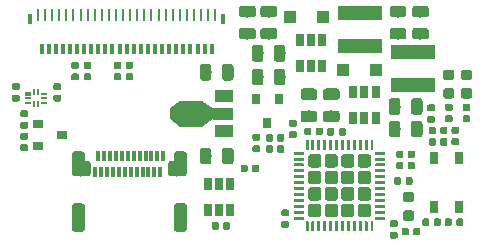
<source format=gtp>
G04 #@! TF.GenerationSoftware,KiCad,Pcbnew,5.0.1*
G04 #@! TF.CreationDate,2019-10-08T03:13:47+02:00*
G04 #@! TF.ProjectId,USB-C-Screen-Adapter,5553422D432D53637265656E2D416461,rev?*
G04 #@! TF.SameCoordinates,Original*
G04 #@! TF.FileFunction,Paste,Top*
G04 #@! TF.FilePolarity,Positive*
%FSLAX46Y46*%
G04 Gerber Fmt 4.6, Leading zero omitted, Abs format (unit mm)*
G04 Created by KiCad (PCBNEW 5.0.1) date Tue 08 Oct 2019 03:13:47 AM CEST*
%MOMM*%
%LPD*%
G01*
G04 APERTURE LIST*
%ADD10C,0.100000*%
%ADD11C,0.975000*%
%ADD12C,0.590000*%
%ADD13C,0.875000*%
%ADD14C,0.850000*%
%ADD15R,1.500000X1.000000*%
%ADD16R,1.800000X1.000000*%
%ADD17R,1.840000X2.200000*%
%ADD18C,1.000000*%
%ADD19R,0.650000X1.050000*%
%ADD20R,1.100000X1.100000*%
%ADD21R,3.700000X1.200000*%
%ADD22C,1.130000*%
%ADD23C,0.250000*%
%ADD24R,0.900000X0.800000*%
%ADD25R,0.800000X0.900000*%
%ADD26R,0.650000X1.060000*%
%ADD27R,0.300000X0.950000*%
%ADD28R,0.260000X1.000000*%
%ADD29R,0.450000X0.900000*%
%ADD30R,0.500000X0.350000*%
%ADD31R,0.500000X0.250000*%
%ADD32R,0.250000X0.500000*%
%ADD33C,1.100000*%
%ADD34C,1.300000*%
G04 APERTURE END LIST*
D10*
G04 #@! TO.C,R3*
G36*
X123505142Y-106001174D02*
X123528803Y-106004684D01*
X123552007Y-106010496D01*
X123574529Y-106018554D01*
X123596153Y-106028782D01*
X123616670Y-106041079D01*
X123635883Y-106055329D01*
X123653607Y-106071393D01*
X123669671Y-106089117D01*
X123683921Y-106108330D01*
X123696218Y-106128847D01*
X123706446Y-106150471D01*
X123714504Y-106172993D01*
X123720316Y-106196197D01*
X123723826Y-106219858D01*
X123725000Y-106243750D01*
X123725000Y-107156250D01*
X123723826Y-107180142D01*
X123720316Y-107203803D01*
X123714504Y-107227007D01*
X123706446Y-107249529D01*
X123696218Y-107271153D01*
X123683921Y-107291670D01*
X123669671Y-107310883D01*
X123653607Y-107328607D01*
X123635883Y-107344671D01*
X123616670Y-107358921D01*
X123596153Y-107371218D01*
X123574529Y-107381446D01*
X123552007Y-107389504D01*
X123528803Y-107395316D01*
X123505142Y-107398826D01*
X123481250Y-107400000D01*
X122993750Y-107400000D01*
X122969858Y-107398826D01*
X122946197Y-107395316D01*
X122922993Y-107389504D01*
X122900471Y-107381446D01*
X122878847Y-107371218D01*
X122858330Y-107358921D01*
X122839117Y-107344671D01*
X122821393Y-107328607D01*
X122805329Y-107310883D01*
X122791079Y-107291670D01*
X122778782Y-107271153D01*
X122768554Y-107249529D01*
X122760496Y-107227007D01*
X122754684Y-107203803D01*
X122751174Y-107180142D01*
X122750000Y-107156250D01*
X122750000Y-106243750D01*
X122751174Y-106219858D01*
X122754684Y-106196197D01*
X122760496Y-106172993D01*
X122768554Y-106150471D01*
X122778782Y-106128847D01*
X122791079Y-106108330D01*
X122805329Y-106089117D01*
X122821393Y-106071393D01*
X122839117Y-106055329D01*
X122858330Y-106041079D01*
X122878847Y-106028782D01*
X122900471Y-106018554D01*
X122922993Y-106010496D01*
X122946197Y-106004684D01*
X122969858Y-106001174D01*
X122993750Y-106000000D01*
X123481250Y-106000000D01*
X123505142Y-106001174D01*
X123505142Y-106001174D01*
G37*
D11*
X123237500Y-106700000D03*
D10*
G36*
X121630142Y-106001174D02*
X121653803Y-106004684D01*
X121677007Y-106010496D01*
X121699529Y-106018554D01*
X121721153Y-106028782D01*
X121741670Y-106041079D01*
X121760883Y-106055329D01*
X121778607Y-106071393D01*
X121794671Y-106089117D01*
X121808921Y-106108330D01*
X121821218Y-106128847D01*
X121831446Y-106150471D01*
X121839504Y-106172993D01*
X121845316Y-106196197D01*
X121848826Y-106219858D01*
X121850000Y-106243750D01*
X121850000Y-107156250D01*
X121848826Y-107180142D01*
X121845316Y-107203803D01*
X121839504Y-107227007D01*
X121831446Y-107249529D01*
X121821218Y-107271153D01*
X121808921Y-107291670D01*
X121794671Y-107310883D01*
X121778607Y-107328607D01*
X121760883Y-107344671D01*
X121741670Y-107358921D01*
X121721153Y-107371218D01*
X121699529Y-107381446D01*
X121677007Y-107389504D01*
X121653803Y-107395316D01*
X121630142Y-107398826D01*
X121606250Y-107400000D01*
X121118750Y-107400000D01*
X121094858Y-107398826D01*
X121071197Y-107395316D01*
X121047993Y-107389504D01*
X121025471Y-107381446D01*
X121003847Y-107371218D01*
X120983330Y-107358921D01*
X120964117Y-107344671D01*
X120946393Y-107328607D01*
X120930329Y-107310883D01*
X120916079Y-107291670D01*
X120903782Y-107271153D01*
X120893554Y-107249529D01*
X120885496Y-107227007D01*
X120879684Y-107203803D01*
X120876174Y-107180142D01*
X120875000Y-107156250D01*
X120875000Y-106243750D01*
X120876174Y-106219858D01*
X120879684Y-106196197D01*
X120885496Y-106172993D01*
X120893554Y-106150471D01*
X120903782Y-106128847D01*
X120916079Y-106108330D01*
X120930329Y-106089117D01*
X120946393Y-106071393D01*
X120964117Y-106055329D01*
X120983330Y-106041079D01*
X121003847Y-106028782D01*
X121025471Y-106018554D01*
X121047993Y-106010496D01*
X121071197Y-106004684D01*
X121094858Y-106001174D01*
X121118750Y-106000000D01*
X121606250Y-106000000D01*
X121630142Y-106001174D01*
X121630142Y-106001174D01*
G37*
D11*
X121362500Y-106700000D03*
G04 #@! TD*
D10*
G04 #@! TO.C,R4*
G36*
X121630142Y-104001174D02*
X121653803Y-104004684D01*
X121677007Y-104010496D01*
X121699529Y-104018554D01*
X121721153Y-104028782D01*
X121741670Y-104041079D01*
X121760883Y-104055329D01*
X121778607Y-104071393D01*
X121794671Y-104089117D01*
X121808921Y-104108330D01*
X121821218Y-104128847D01*
X121831446Y-104150471D01*
X121839504Y-104172993D01*
X121845316Y-104196197D01*
X121848826Y-104219858D01*
X121850000Y-104243750D01*
X121850000Y-105156250D01*
X121848826Y-105180142D01*
X121845316Y-105203803D01*
X121839504Y-105227007D01*
X121831446Y-105249529D01*
X121821218Y-105271153D01*
X121808921Y-105291670D01*
X121794671Y-105310883D01*
X121778607Y-105328607D01*
X121760883Y-105344671D01*
X121741670Y-105358921D01*
X121721153Y-105371218D01*
X121699529Y-105381446D01*
X121677007Y-105389504D01*
X121653803Y-105395316D01*
X121630142Y-105398826D01*
X121606250Y-105400000D01*
X121118750Y-105400000D01*
X121094858Y-105398826D01*
X121071197Y-105395316D01*
X121047993Y-105389504D01*
X121025471Y-105381446D01*
X121003847Y-105371218D01*
X120983330Y-105358921D01*
X120964117Y-105344671D01*
X120946393Y-105328607D01*
X120930329Y-105310883D01*
X120916079Y-105291670D01*
X120903782Y-105271153D01*
X120893554Y-105249529D01*
X120885496Y-105227007D01*
X120879684Y-105203803D01*
X120876174Y-105180142D01*
X120875000Y-105156250D01*
X120875000Y-104243750D01*
X120876174Y-104219858D01*
X120879684Y-104196197D01*
X120885496Y-104172993D01*
X120893554Y-104150471D01*
X120903782Y-104128847D01*
X120916079Y-104108330D01*
X120930329Y-104089117D01*
X120946393Y-104071393D01*
X120964117Y-104055329D01*
X120983330Y-104041079D01*
X121003847Y-104028782D01*
X121025471Y-104018554D01*
X121047993Y-104010496D01*
X121071197Y-104004684D01*
X121094858Y-104001174D01*
X121118750Y-104000000D01*
X121606250Y-104000000D01*
X121630142Y-104001174D01*
X121630142Y-104001174D01*
G37*
D11*
X121362500Y-104700000D03*
D10*
G36*
X123505142Y-104001174D02*
X123528803Y-104004684D01*
X123552007Y-104010496D01*
X123574529Y-104018554D01*
X123596153Y-104028782D01*
X123616670Y-104041079D01*
X123635883Y-104055329D01*
X123653607Y-104071393D01*
X123669671Y-104089117D01*
X123683921Y-104108330D01*
X123696218Y-104128847D01*
X123706446Y-104150471D01*
X123714504Y-104172993D01*
X123720316Y-104196197D01*
X123723826Y-104219858D01*
X123725000Y-104243750D01*
X123725000Y-105156250D01*
X123723826Y-105180142D01*
X123720316Y-105203803D01*
X123714504Y-105227007D01*
X123706446Y-105249529D01*
X123696218Y-105271153D01*
X123683921Y-105291670D01*
X123669671Y-105310883D01*
X123653607Y-105328607D01*
X123635883Y-105344671D01*
X123616670Y-105358921D01*
X123596153Y-105371218D01*
X123574529Y-105381446D01*
X123552007Y-105389504D01*
X123528803Y-105395316D01*
X123505142Y-105398826D01*
X123481250Y-105400000D01*
X122993750Y-105400000D01*
X122969858Y-105398826D01*
X122946197Y-105395316D01*
X122922993Y-105389504D01*
X122900471Y-105381446D01*
X122878847Y-105371218D01*
X122858330Y-105358921D01*
X122839117Y-105344671D01*
X122821393Y-105328607D01*
X122805329Y-105310883D01*
X122791079Y-105291670D01*
X122778782Y-105271153D01*
X122768554Y-105249529D01*
X122760496Y-105227007D01*
X122754684Y-105203803D01*
X122751174Y-105180142D01*
X122750000Y-105156250D01*
X122750000Y-104243750D01*
X122751174Y-104219858D01*
X122754684Y-104196197D01*
X122760496Y-104172993D01*
X122768554Y-104150471D01*
X122778782Y-104128847D01*
X122791079Y-104108330D01*
X122805329Y-104089117D01*
X122821393Y-104071393D01*
X122839117Y-104055329D01*
X122858330Y-104041079D01*
X122878847Y-104028782D01*
X122900471Y-104018554D01*
X122922993Y-104010496D01*
X122946197Y-104004684D01*
X122969858Y-104001174D01*
X122993750Y-104000000D01*
X123481250Y-104000000D01*
X123505142Y-104001174D01*
X123505142Y-104001174D01*
G37*
D11*
X123237500Y-104700000D03*
G04 #@! TD*
D10*
G04 #@! TO.C,R10*
G36*
X121346958Y-114130710D02*
X121361276Y-114132834D01*
X121375317Y-114136351D01*
X121388946Y-114141228D01*
X121402031Y-114147417D01*
X121414447Y-114154858D01*
X121426073Y-114163481D01*
X121436798Y-114173202D01*
X121446519Y-114183927D01*
X121455142Y-114195553D01*
X121462583Y-114207969D01*
X121468772Y-114221054D01*
X121473649Y-114234683D01*
X121477166Y-114248724D01*
X121479290Y-114263042D01*
X121480000Y-114277500D01*
X121480000Y-114622500D01*
X121479290Y-114636958D01*
X121477166Y-114651276D01*
X121473649Y-114665317D01*
X121468772Y-114678946D01*
X121462583Y-114692031D01*
X121455142Y-114704447D01*
X121446519Y-114716073D01*
X121436798Y-114726798D01*
X121426073Y-114736519D01*
X121414447Y-114745142D01*
X121402031Y-114752583D01*
X121388946Y-114758772D01*
X121375317Y-114763649D01*
X121361276Y-114767166D01*
X121346958Y-114769290D01*
X121332500Y-114770000D01*
X121037500Y-114770000D01*
X121023042Y-114769290D01*
X121008724Y-114767166D01*
X120994683Y-114763649D01*
X120981054Y-114758772D01*
X120967969Y-114752583D01*
X120955553Y-114745142D01*
X120943927Y-114736519D01*
X120933202Y-114726798D01*
X120923481Y-114716073D01*
X120914858Y-114704447D01*
X120907417Y-114692031D01*
X120901228Y-114678946D01*
X120896351Y-114665317D01*
X120892834Y-114651276D01*
X120890710Y-114636958D01*
X120890000Y-114622500D01*
X120890000Y-114277500D01*
X120890710Y-114263042D01*
X120892834Y-114248724D01*
X120896351Y-114234683D01*
X120901228Y-114221054D01*
X120907417Y-114207969D01*
X120914858Y-114195553D01*
X120923481Y-114183927D01*
X120933202Y-114173202D01*
X120943927Y-114163481D01*
X120955553Y-114154858D01*
X120967969Y-114147417D01*
X120981054Y-114141228D01*
X120994683Y-114136351D01*
X121008724Y-114132834D01*
X121023042Y-114130710D01*
X121037500Y-114130000D01*
X121332500Y-114130000D01*
X121346958Y-114130710D01*
X121346958Y-114130710D01*
G37*
D12*
X121185000Y-114450000D03*
D10*
G36*
X120376958Y-114130710D02*
X120391276Y-114132834D01*
X120405317Y-114136351D01*
X120418946Y-114141228D01*
X120432031Y-114147417D01*
X120444447Y-114154858D01*
X120456073Y-114163481D01*
X120466798Y-114173202D01*
X120476519Y-114183927D01*
X120485142Y-114195553D01*
X120492583Y-114207969D01*
X120498772Y-114221054D01*
X120503649Y-114234683D01*
X120507166Y-114248724D01*
X120509290Y-114263042D01*
X120510000Y-114277500D01*
X120510000Y-114622500D01*
X120509290Y-114636958D01*
X120507166Y-114651276D01*
X120503649Y-114665317D01*
X120498772Y-114678946D01*
X120492583Y-114692031D01*
X120485142Y-114704447D01*
X120476519Y-114716073D01*
X120466798Y-114726798D01*
X120456073Y-114736519D01*
X120444447Y-114745142D01*
X120432031Y-114752583D01*
X120418946Y-114758772D01*
X120405317Y-114763649D01*
X120391276Y-114767166D01*
X120376958Y-114769290D01*
X120362500Y-114770000D01*
X120067500Y-114770000D01*
X120053042Y-114769290D01*
X120038724Y-114767166D01*
X120024683Y-114763649D01*
X120011054Y-114758772D01*
X119997969Y-114752583D01*
X119985553Y-114745142D01*
X119973927Y-114736519D01*
X119963202Y-114726798D01*
X119953481Y-114716073D01*
X119944858Y-114704447D01*
X119937417Y-114692031D01*
X119931228Y-114678946D01*
X119926351Y-114665317D01*
X119922834Y-114651276D01*
X119920710Y-114636958D01*
X119920000Y-114622500D01*
X119920000Y-114277500D01*
X119920710Y-114263042D01*
X119922834Y-114248724D01*
X119926351Y-114234683D01*
X119931228Y-114221054D01*
X119937417Y-114207969D01*
X119944858Y-114195553D01*
X119953481Y-114183927D01*
X119963202Y-114173202D01*
X119973927Y-114163481D01*
X119985553Y-114154858D01*
X119997969Y-114147417D01*
X120011054Y-114141228D01*
X120024683Y-114136351D01*
X120038724Y-114132834D01*
X120053042Y-114130710D01*
X120067500Y-114130000D01*
X120362500Y-114130000D01*
X120376958Y-114130710D01*
X120376958Y-114130710D01*
G37*
D12*
X120215000Y-114450000D03*
G04 #@! TD*
D10*
G04 #@! TO.C,R9*
G36*
X117926958Y-118980710D02*
X117941276Y-118982834D01*
X117955317Y-118986351D01*
X117968946Y-118991228D01*
X117982031Y-118997417D01*
X117994447Y-119004858D01*
X118006073Y-119013481D01*
X118016798Y-119023202D01*
X118026519Y-119033927D01*
X118035142Y-119045553D01*
X118042583Y-119057969D01*
X118048772Y-119071054D01*
X118053649Y-119084683D01*
X118057166Y-119098724D01*
X118059290Y-119113042D01*
X118060000Y-119127500D01*
X118060000Y-119472500D01*
X118059290Y-119486958D01*
X118057166Y-119501276D01*
X118053649Y-119515317D01*
X118048772Y-119528946D01*
X118042583Y-119542031D01*
X118035142Y-119554447D01*
X118026519Y-119566073D01*
X118016798Y-119576798D01*
X118006073Y-119586519D01*
X117994447Y-119595142D01*
X117982031Y-119602583D01*
X117968946Y-119608772D01*
X117955317Y-119613649D01*
X117941276Y-119617166D01*
X117926958Y-119619290D01*
X117912500Y-119620000D01*
X117617500Y-119620000D01*
X117603042Y-119619290D01*
X117588724Y-119617166D01*
X117574683Y-119613649D01*
X117561054Y-119608772D01*
X117547969Y-119602583D01*
X117535553Y-119595142D01*
X117523927Y-119586519D01*
X117513202Y-119576798D01*
X117503481Y-119566073D01*
X117494858Y-119554447D01*
X117487417Y-119542031D01*
X117481228Y-119528946D01*
X117476351Y-119515317D01*
X117472834Y-119501276D01*
X117470710Y-119486958D01*
X117470000Y-119472500D01*
X117470000Y-119127500D01*
X117470710Y-119113042D01*
X117472834Y-119098724D01*
X117476351Y-119084683D01*
X117481228Y-119071054D01*
X117487417Y-119057969D01*
X117494858Y-119045553D01*
X117503481Y-119033927D01*
X117513202Y-119023202D01*
X117523927Y-119013481D01*
X117535553Y-119004858D01*
X117547969Y-118997417D01*
X117561054Y-118991228D01*
X117574683Y-118986351D01*
X117588724Y-118982834D01*
X117603042Y-118980710D01*
X117617500Y-118980000D01*
X117912500Y-118980000D01*
X117926958Y-118980710D01*
X117926958Y-118980710D01*
G37*
D12*
X117765000Y-119300000D03*
D10*
G36*
X118896958Y-118980710D02*
X118911276Y-118982834D01*
X118925317Y-118986351D01*
X118938946Y-118991228D01*
X118952031Y-118997417D01*
X118964447Y-119004858D01*
X118976073Y-119013481D01*
X118986798Y-119023202D01*
X118996519Y-119033927D01*
X119005142Y-119045553D01*
X119012583Y-119057969D01*
X119018772Y-119071054D01*
X119023649Y-119084683D01*
X119027166Y-119098724D01*
X119029290Y-119113042D01*
X119030000Y-119127500D01*
X119030000Y-119472500D01*
X119029290Y-119486958D01*
X119027166Y-119501276D01*
X119023649Y-119515317D01*
X119018772Y-119528946D01*
X119012583Y-119542031D01*
X119005142Y-119554447D01*
X118996519Y-119566073D01*
X118986798Y-119576798D01*
X118976073Y-119586519D01*
X118964447Y-119595142D01*
X118952031Y-119602583D01*
X118938946Y-119608772D01*
X118925317Y-119613649D01*
X118911276Y-119617166D01*
X118896958Y-119619290D01*
X118882500Y-119620000D01*
X118587500Y-119620000D01*
X118573042Y-119619290D01*
X118558724Y-119617166D01*
X118544683Y-119613649D01*
X118531054Y-119608772D01*
X118517969Y-119602583D01*
X118505553Y-119595142D01*
X118493927Y-119586519D01*
X118483202Y-119576798D01*
X118473481Y-119566073D01*
X118464858Y-119554447D01*
X118457417Y-119542031D01*
X118451228Y-119528946D01*
X118446351Y-119515317D01*
X118442834Y-119501276D01*
X118440710Y-119486958D01*
X118440000Y-119472500D01*
X118440000Y-119127500D01*
X118440710Y-119113042D01*
X118442834Y-119098724D01*
X118446351Y-119084683D01*
X118451228Y-119071054D01*
X118457417Y-119057969D01*
X118464858Y-119045553D01*
X118473481Y-119033927D01*
X118483202Y-119023202D01*
X118493927Y-119013481D01*
X118505553Y-119004858D01*
X118517969Y-118997417D01*
X118531054Y-118991228D01*
X118544683Y-118986351D01*
X118558724Y-118982834D01*
X118573042Y-118980710D01*
X118587500Y-118980000D01*
X118882500Y-118980000D01*
X118896958Y-118980710D01*
X118896958Y-118980710D01*
G37*
D12*
X118735000Y-119300000D03*
G04 #@! TD*
D10*
G04 #@! TO.C,C18*
G36*
X123886958Y-118890710D02*
X123901276Y-118892834D01*
X123915317Y-118896351D01*
X123928946Y-118901228D01*
X123942031Y-118907417D01*
X123954447Y-118914858D01*
X123966073Y-118923481D01*
X123976798Y-118933202D01*
X123986519Y-118943927D01*
X123995142Y-118955553D01*
X124002583Y-118967969D01*
X124008772Y-118981054D01*
X124013649Y-118994683D01*
X124017166Y-119008724D01*
X124019290Y-119023042D01*
X124020000Y-119037500D01*
X124020000Y-119332500D01*
X124019290Y-119346958D01*
X124017166Y-119361276D01*
X124013649Y-119375317D01*
X124008772Y-119388946D01*
X124002583Y-119402031D01*
X123995142Y-119414447D01*
X123986519Y-119426073D01*
X123976798Y-119436798D01*
X123966073Y-119446519D01*
X123954447Y-119455142D01*
X123942031Y-119462583D01*
X123928946Y-119468772D01*
X123915317Y-119473649D01*
X123901276Y-119477166D01*
X123886958Y-119479290D01*
X123872500Y-119480000D01*
X123527500Y-119480000D01*
X123513042Y-119479290D01*
X123498724Y-119477166D01*
X123484683Y-119473649D01*
X123471054Y-119468772D01*
X123457969Y-119462583D01*
X123445553Y-119455142D01*
X123433927Y-119446519D01*
X123423202Y-119436798D01*
X123413481Y-119426073D01*
X123404858Y-119414447D01*
X123397417Y-119402031D01*
X123391228Y-119388946D01*
X123386351Y-119375317D01*
X123382834Y-119361276D01*
X123380710Y-119346958D01*
X123380000Y-119332500D01*
X123380000Y-119037500D01*
X123380710Y-119023042D01*
X123382834Y-119008724D01*
X123386351Y-118994683D01*
X123391228Y-118981054D01*
X123397417Y-118967969D01*
X123404858Y-118955553D01*
X123413481Y-118943927D01*
X123423202Y-118933202D01*
X123433927Y-118923481D01*
X123445553Y-118914858D01*
X123457969Y-118907417D01*
X123471054Y-118901228D01*
X123484683Y-118896351D01*
X123498724Y-118892834D01*
X123513042Y-118890710D01*
X123527500Y-118890000D01*
X123872500Y-118890000D01*
X123886958Y-118890710D01*
X123886958Y-118890710D01*
G37*
D12*
X123700000Y-119185000D03*
D10*
G36*
X123886958Y-117920710D02*
X123901276Y-117922834D01*
X123915317Y-117926351D01*
X123928946Y-117931228D01*
X123942031Y-117937417D01*
X123954447Y-117944858D01*
X123966073Y-117953481D01*
X123976798Y-117963202D01*
X123986519Y-117973927D01*
X123995142Y-117985553D01*
X124002583Y-117997969D01*
X124008772Y-118011054D01*
X124013649Y-118024683D01*
X124017166Y-118038724D01*
X124019290Y-118053042D01*
X124020000Y-118067500D01*
X124020000Y-118362500D01*
X124019290Y-118376958D01*
X124017166Y-118391276D01*
X124013649Y-118405317D01*
X124008772Y-118418946D01*
X124002583Y-118432031D01*
X123995142Y-118444447D01*
X123986519Y-118456073D01*
X123976798Y-118466798D01*
X123966073Y-118476519D01*
X123954447Y-118485142D01*
X123942031Y-118492583D01*
X123928946Y-118498772D01*
X123915317Y-118503649D01*
X123901276Y-118507166D01*
X123886958Y-118509290D01*
X123872500Y-118510000D01*
X123527500Y-118510000D01*
X123513042Y-118509290D01*
X123498724Y-118507166D01*
X123484683Y-118503649D01*
X123471054Y-118498772D01*
X123457969Y-118492583D01*
X123445553Y-118485142D01*
X123433927Y-118476519D01*
X123423202Y-118466798D01*
X123413481Y-118456073D01*
X123404858Y-118444447D01*
X123397417Y-118432031D01*
X123391228Y-118418946D01*
X123386351Y-118405317D01*
X123382834Y-118391276D01*
X123380710Y-118376958D01*
X123380000Y-118362500D01*
X123380000Y-118067500D01*
X123380710Y-118053042D01*
X123382834Y-118038724D01*
X123386351Y-118024683D01*
X123391228Y-118011054D01*
X123397417Y-117997969D01*
X123404858Y-117985553D01*
X123413481Y-117973927D01*
X123423202Y-117963202D01*
X123433927Y-117953481D01*
X123445553Y-117944858D01*
X123457969Y-117937417D01*
X123471054Y-117931228D01*
X123484683Y-117926351D01*
X123498724Y-117922834D01*
X123513042Y-117920710D01*
X123527500Y-117920000D01*
X123872500Y-117920000D01*
X123886958Y-117920710D01*
X123886958Y-117920710D01*
G37*
D12*
X123700000Y-118215000D03*
G04 #@! TD*
D10*
G04 #@! TO.C,C17*
G36*
X134996958Y-119480710D02*
X135011276Y-119482834D01*
X135025317Y-119486351D01*
X135038946Y-119491228D01*
X135052031Y-119497417D01*
X135064447Y-119504858D01*
X135076073Y-119513481D01*
X135086798Y-119523202D01*
X135096519Y-119533927D01*
X135105142Y-119545553D01*
X135112583Y-119557969D01*
X135118772Y-119571054D01*
X135123649Y-119584683D01*
X135127166Y-119598724D01*
X135129290Y-119613042D01*
X135130000Y-119627500D01*
X135130000Y-119972500D01*
X135129290Y-119986958D01*
X135127166Y-120001276D01*
X135123649Y-120015317D01*
X135118772Y-120028946D01*
X135112583Y-120042031D01*
X135105142Y-120054447D01*
X135096519Y-120066073D01*
X135086798Y-120076798D01*
X135076073Y-120086519D01*
X135064447Y-120095142D01*
X135052031Y-120102583D01*
X135038946Y-120108772D01*
X135025317Y-120113649D01*
X135011276Y-120117166D01*
X134996958Y-120119290D01*
X134982500Y-120120000D01*
X134687500Y-120120000D01*
X134673042Y-120119290D01*
X134658724Y-120117166D01*
X134644683Y-120113649D01*
X134631054Y-120108772D01*
X134617969Y-120102583D01*
X134605553Y-120095142D01*
X134593927Y-120086519D01*
X134583202Y-120076798D01*
X134573481Y-120066073D01*
X134564858Y-120054447D01*
X134557417Y-120042031D01*
X134551228Y-120028946D01*
X134546351Y-120015317D01*
X134542834Y-120001276D01*
X134540710Y-119986958D01*
X134540000Y-119972500D01*
X134540000Y-119627500D01*
X134540710Y-119613042D01*
X134542834Y-119598724D01*
X134546351Y-119584683D01*
X134551228Y-119571054D01*
X134557417Y-119557969D01*
X134564858Y-119545553D01*
X134573481Y-119533927D01*
X134583202Y-119523202D01*
X134593927Y-119513481D01*
X134605553Y-119504858D01*
X134617969Y-119497417D01*
X134631054Y-119491228D01*
X134644683Y-119486351D01*
X134658724Y-119482834D01*
X134673042Y-119480710D01*
X134687500Y-119480000D01*
X134982500Y-119480000D01*
X134996958Y-119480710D01*
X134996958Y-119480710D01*
G37*
D12*
X134835000Y-119800000D03*
D10*
G36*
X134026958Y-119480710D02*
X134041276Y-119482834D01*
X134055317Y-119486351D01*
X134068946Y-119491228D01*
X134082031Y-119497417D01*
X134094447Y-119504858D01*
X134106073Y-119513481D01*
X134116798Y-119523202D01*
X134126519Y-119533927D01*
X134135142Y-119545553D01*
X134142583Y-119557969D01*
X134148772Y-119571054D01*
X134153649Y-119584683D01*
X134157166Y-119598724D01*
X134159290Y-119613042D01*
X134160000Y-119627500D01*
X134160000Y-119972500D01*
X134159290Y-119986958D01*
X134157166Y-120001276D01*
X134153649Y-120015317D01*
X134148772Y-120028946D01*
X134142583Y-120042031D01*
X134135142Y-120054447D01*
X134126519Y-120066073D01*
X134116798Y-120076798D01*
X134106073Y-120086519D01*
X134094447Y-120095142D01*
X134082031Y-120102583D01*
X134068946Y-120108772D01*
X134055317Y-120113649D01*
X134041276Y-120117166D01*
X134026958Y-120119290D01*
X134012500Y-120120000D01*
X133717500Y-120120000D01*
X133703042Y-120119290D01*
X133688724Y-120117166D01*
X133674683Y-120113649D01*
X133661054Y-120108772D01*
X133647969Y-120102583D01*
X133635553Y-120095142D01*
X133623927Y-120086519D01*
X133613202Y-120076798D01*
X133603481Y-120066073D01*
X133594858Y-120054447D01*
X133587417Y-120042031D01*
X133581228Y-120028946D01*
X133576351Y-120015317D01*
X133572834Y-120001276D01*
X133570710Y-119986958D01*
X133570000Y-119972500D01*
X133570000Y-119627500D01*
X133570710Y-119613042D01*
X133572834Y-119598724D01*
X133576351Y-119584683D01*
X133581228Y-119571054D01*
X133587417Y-119557969D01*
X133594858Y-119545553D01*
X133603481Y-119533927D01*
X133613202Y-119523202D01*
X133623927Y-119513481D01*
X133635553Y-119504858D01*
X133647969Y-119497417D01*
X133661054Y-119491228D01*
X133674683Y-119486351D01*
X133688724Y-119482834D01*
X133703042Y-119480710D01*
X133717500Y-119480000D01*
X134012500Y-119480000D01*
X134026958Y-119480710D01*
X134026958Y-119480710D01*
G37*
D12*
X133865000Y-119800000D03*
G04 #@! TD*
D10*
G04 #@! TO.C,C16*
G36*
X136326958Y-111880710D02*
X136341276Y-111882834D01*
X136355317Y-111886351D01*
X136368946Y-111891228D01*
X136382031Y-111897417D01*
X136394447Y-111904858D01*
X136406073Y-111913481D01*
X136416798Y-111923202D01*
X136426519Y-111933927D01*
X136435142Y-111945553D01*
X136442583Y-111957969D01*
X136448772Y-111971054D01*
X136453649Y-111984683D01*
X136457166Y-111998724D01*
X136459290Y-112013042D01*
X136460000Y-112027500D01*
X136460000Y-112372500D01*
X136459290Y-112386958D01*
X136457166Y-112401276D01*
X136453649Y-112415317D01*
X136448772Y-112428946D01*
X136442583Y-112442031D01*
X136435142Y-112454447D01*
X136426519Y-112466073D01*
X136416798Y-112476798D01*
X136406073Y-112486519D01*
X136394447Y-112495142D01*
X136382031Y-112502583D01*
X136368946Y-112508772D01*
X136355317Y-112513649D01*
X136341276Y-112517166D01*
X136326958Y-112519290D01*
X136312500Y-112520000D01*
X136017500Y-112520000D01*
X136003042Y-112519290D01*
X135988724Y-112517166D01*
X135974683Y-112513649D01*
X135961054Y-112508772D01*
X135947969Y-112502583D01*
X135935553Y-112495142D01*
X135923927Y-112486519D01*
X135913202Y-112476798D01*
X135903481Y-112466073D01*
X135894858Y-112454447D01*
X135887417Y-112442031D01*
X135881228Y-112428946D01*
X135876351Y-112415317D01*
X135872834Y-112401276D01*
X135870710Y-112386958D01*
X135870000Y-112372500D01*
X135870000Y-112027500D01*
X135870710Y-112013042D01*
X135872834Y-111998724D01*
X135876351Y-111984683D01*
X135881228Y-111971054D01*
X135887417Y-111957969D01*
X135894858Y-111945553D01*
X135903481Y-111933927D01*
X135913202Y-111923202D01*
X135923927Y-111913481D01*
X135935553Y-111904858D01*
X135947969Y-111897417D01*
X135961054Y-111891228D01*
X135974683Y-111886351D01*
X135988724Y-111882834D01*
X136003042Y-111880710D01*
X136017500Y-111880000D01*
X136312500Y-111880000D01*
X136326958Y-111880710D01*
X136326958Y-111880710D01*
G37*
D12*
X136165000Y-112200000D03*
D10*
G36*
X137296958Y-111880710D02*
X137311276Y-111882834D01*
X137325317Y-111886351D01*
X137338946Y-111891228D01*
X137352031Y-111897417D01*
X137364447Y-111904858D01*
X137376073Y-111913481D01*
X137386798Y-111923202D01*
X137396519Y-111933927D01*
X137405142Y-111945553D01*
X137412583Y-111957969D01*
X137418772Y-111971054D01*
X137423649Y-111984683D01*
X137427166Y-111998724D01*
X137429290Y-112013042D01*
X137430000Y-112027500D01*
X137430000Y-112372500D01*
X137429290Y-112386958D01*
X137427166Y-112401276D01*
X137423649Y-112415317D01*
X137418772Y-112428946D01*
X137412583Y-112442031D01*
X137405142Y-112454447D01*
X137396519Y-112466073D01*
X137386798Y-112476798D01*
X137376073Y-112486519D01*
X137364447Y-112495142D01*
X137352031Y-112502583D01*
X137338946Y-112508772D01*
X137325317Y-112513649D01*
X137311276Y-112517166D01*
X137296958Y-112519290D01*
X137282500Y-112520000D01*
X136987500Y-112520000D01*
X136973042Y-112519290D01*
X136958724Y-112517166D01*
X136944683Y-112513649D01*
X136931054Y-112508772D01*
X136917969Y-112502583D01*
X136905553Y-112495142D01*
X136893927Y-112486519D01*
X136883202Y-112476798D01*
X136873481Y-112466073D01*
X136864858Y-112454447D01*
X136857417Y-112442031D01*
X136851228Y-112428946D01*
X136846351Y-112415317D01*
X136842834Y-112401276D01*
X136840710Y-112386958D01*
X136840000Y-112372500D01*
X136840000Y-112027500D01*
X136840710Y-112013042D01*
X136842834Y-111998724D01*
X136846351Y-111984683D01*
X136851228Y-111971054D01*
X136857417Y-111957969D01*
X136864858Y-111945553D01*
X136873481Y-111933927D01*
X136883202Y-111923202D01*
X136893927Y-111913481D01*
X136905553Y-111904858D01*
X136917969Y-111897417D01*
X136931054Y-111891228D01*
X136944683Y-111886351D01*
X136958724Y-111882834D01*
X136973042Y-111880710D01*
X136987500Y-111880000D01*
X137282500Y-111880000D01*
X137296958Y-111880710D01*
X137296958Y-111880710D01*
G37*
D12*
X137135000Y-112200000D03*
G04 #@! TD*
D10*
G04 #@! TO.C,C15*
G36*
X107152338Y-106405355D02*
X107166656Y-106407479D01*
X107180697Y-106410996D01*
X107194326Y-106415873D01*
X107207411Y-106422062D01*
X107219827Y-106429503D01*
X107231453Y-106438126D01*
X107242178Y-106447847D01*
X107251899Y-106458572D01*
X107260522Y-106470198D01*
X107267963Y-106482614D01*
X107274152Y-106495699D01*
X107279029Y-106509328D01*
X107282546Y-106523369D01*
X107284670Y-106537687D01*
X107285380Y-106552145D01*
X107285380Y-106847145D01*
X107284670Y-106861603D01*
X107282546Y-106875921D01*
X107279029Y-106889962D01*
X107274152Y-106903591D01*
X107267963Y-106916676D01*
X107260522Y-106929092D01*
X107251899Y-106940718D01*
X107242178Y-106951443D01*
X107231453Y-106961164D01*
X107219827Y-106969787D01*
X107207411Y-106977228D01*
X107194326Y-106983417D01*
X107180697Y-106988294D01*
X107166656Y-106991811D01*
X107152338Y-106993935D01*
X107137880Y-106994645D01*
X106792880Y-106994645D01*
X106778422Y-106993935D01*
X106764104Y-106991811D01*
X106750063Y-106988294D01*
X106736434Y-106983417D01*
X106723349Y-106977228D01*
X106710933Y-106969787D01*
X106699307Y-106961164D01*
X106688582Y-106951443D01*
X106678861Y-106940718D01*
X106670238Y-106929092D01*
X106662797Y-106916676D01*
X106656608Y-106903591D01*
X106651731Y-106889962D01*
X106648214Y-106875921D01*
X106646090Y-106861603D01*
X106645380Y-106847145D01*
X106645380Y-106552145D01*
X106646090Y-106537687D01*
X106648214Y-106523369D01*
X106651731Y-106509328D01*
X106656608Y-106495699D01*
X106662797Y-106482614D01*
X106670238Y-106470198D01*
X106678861Y-106458572D01*
X106688582Y-106447847D01*
X106699307Y-106438126D01*
X106710933Y-106429503D01*
X106723349Y-106422062D01*
X106736434Y-106415873D01*
X106750063Y-106410996D01*
X106764104Y-106407479D01*
X106778422Y-106405355D01*
X106792880Y-106404645D01*
X107137880Y-106404645D01*
X107152338Y-106405355D01*
X107152338Y-106405355D01*
G37*
D12*
X106965380Y-106699645D03*
D10*
G36*
X107152338Y-105435355D02*
X107166656Y-105437479D01*
X107180697Y-105440996D01*
X107194326Y-105445873D01*
X107207411Y-105452062D01*
X107219827Y-105459503D01*
X107231453Y-105468126D01*
X107242178Y-105477847D01*
X107251899Y-105488572D01*
X107260522Y-105500198D01*
X107267963Y-105512614D01*
X107274152Y-105525699D01*
X107279029Y-105539328D01*
X107282546Y-105553369D01*
X107284670Y-105567687D01*
X107285380Y-105582145D01*
X107285380Y-105877145D01*
X107284670Y-105891603D01*
X107282546Y-105905921D01*
X107279029Y-105919962D01*
X107274152Y-105933591D01*
X107267963Y-105946676D01*
X107260522Y-105959092D01*
X107251899Y-105970718D01*
X107242178Y-105981443D01*
X107231453Y-105991164D01*
X107219827Y-105999787D01*
X107207411Y-106007228D01*
X107194326Y-106013417D01*
X107180697Y-106018294D01*
X107166656Y-106021811D01*
X107152338Y-106023935D01*
X107137880Y-106024645D01*
X106792880Y-106024645D01*
X106778422Y-106023935D01*
X106764104Y-106021811D01*
X106750063Y-106018294D01*
X106736434Y-106013417D01*
X106723349Y-106007228D01*
X106710933Y-105999787D01*
X106699307Y-105991164D01*
X106688582Y-105981443D01*
X106678861Y-105970718D01*
X106670238Y-105959092D01*
X106662797Y-105946676D01*
X106656608Y-105933591D01*
X106651731Y-105919962D01*
X106648214Y-105905921D01*
X106646090Y-105891603D01*
X106645380Y-105877145D01*
X106645380Y-105582145D01*
X106646090Y-105567687D01*
X106648214Y-105553369D01*
X106651731Y-105539328D01*
X106656608Y-105525699D01*
X106662797Y-105512614D01*
X106670238Y-105500198D01*
X106678861Y-105488572D01*
X106688582Y-105477847D01*
X106699307Y-105468126D01*
X106710933Y-105459503D01*
X106723349Y-105452062D01*
X106736434Y-105445873D01*
X106750063Y-105440996D01*
X106764104Y-105437479D01*
X106778422Y-105435355D01*
X106792880Y-105434645D01*
X107137880Y-105434645D01*
X107152338Y-105435355D01*
X107152338Y-105435355D01*
G37*
D12*
X106965380Y-105729645D03*
G04 #@! TD*
D10*
G04 #@! TO.C,C13*
G36*
X110686958Y-105420710D02*
X110701276Y-105422834D01*
X110715317Y-105426351D01*
X110728946Y-105431228D01*
X110742031Y-105437417D01*
X110754447Y-105444858D01*
X110766073Y-105453481D01*
X110776798Y-105463202D01*
X110786519Y-105473927D01*
X110795142Y-105485553D01*
X110802583Y-105497969D01*
X110808772Y-105511054D01*
X110813649Y-105524683D01*
X110817166Y-105538724D01*
X110819290Y-105553042D01*
X110820000Y-105567500D01*
X110820000Y-105862500D01*
X110819290Y-105876958D01*
X110817166Y-105891276D01*
X110813649Y-105905317D01*
X110808772Y-105918946D01*
X110802583Y-105932031D01*
X110795142Y-105944447D01*
X110786519Y-105956073D01*
X110776798Y-105966798D01*
X110766073Y-105976519D01*
X110754447Y-105985142D01*
X110742031Y-105992583D01*
X110728946Y-105998772D01*
X110715317Y-106003649D01*
X110701276Y-106007166D01*
X110686958Y-106009290D01*
X110672500Y-106010000D01*
X110327500Y-106010000D01*
X110313042Y-106009290D01*
X110298724Y-106007166D01*
X110284683Y-106003649D01*
X110271054Y-105998772D01*
X110257969Y-105992583D01*
X110245553Y-105985142D01*
X110233927Y-105976519D01*
X110223202Y-105966798D01*
X110213481Y-105956073D01*
X110204858Y-105944447D01*
X110197417Y-105932031D01*
X110191228Y-105918946D01*
X110186351Y-105905317D01*
X110182834Y-105891276D01*
X110180710Y-105876958D01*
X110180000Y-105862500D01*
X110180000Y-105567500D01*
X110180710Y-105553042D01*
X110182834Y-105538724D01*
X110186351Y-105524683D01*
X110191228Y-105511054D01*
X110197417Y-105497969D01*
X110204858Y-105485553D01*
X110213481Y-105473927D01*
X110223202Y-105463202D01*
X110233927Y-105453481D01*
X110245553Y-105444858D01*
X110257969Y-105437417D01*
X110271054Y-105431228D01*
X110284683Y-105426351D01*
X110298724Y-105422834D01*
X110313042Y-105420710D01*
X110327500Y-105420000D01*
X110672500Y-105420000D01*
X110686958Y-105420710D01*
X110686958Y-105420710D01*
G37*
D12*
X110500000Y-105715000D03*
D10*
G36*
X110686958Y-106390710D02*
X110701276Y-106392834D01*
X110715317Y-106396351D01*
X110728946Y-106401228D01*
X110742031Y-106407417D01*
X110754447Y-106414858D01*
X110766073Y-106423481D01*
X110776798Y-106433202D01*
X110786519Y-106443927D01*
X110795142Y-106455553D01*
X110802583Y-106467969D01*
X110808772Y-106481054D01*
X110813649Y-106494683D01*
X110817166Y-106508724D01*
X110819290Y-106523042D01*
X110820000Y-106537500D01*
X110820000Y-106832500D01*
X110819290Y-106846958D01*
X110817166Y-106861276D01*
X110813649Y-106875317D01*
X110808772Y-106888946D01*
X110802583Y-106902031D01*
X110795142Y-106914447D01*
X110786519Y-106926073D01*
X110776798Y-106936798D01*
X110766073Y-106946519D01*
X110754447Y-106955142D01*
X110742031Y-106962583D01*
X110728946Y-106968772D01*
X110715317Y-106973649D01*
X110701276Y-106977166D01*
X110686958Y-106979290D01*
X110672500Y-106980000D01*
X110327500Y-106980000D01*
X110313042Y-106979290D01*
X110298724Y-106977166D01*
X110284683Y-106973649D01*
X110271054Y-106968772D01*
X110257969Y-106962583D01*
X110245553Y-106955142D01*
X110233927Y-106946519D01*
X110223202Y-106936798D01*
X110213481Y-106926073D01*
X110204858Y-106914447D01*
X110197417Y-106902031D01*
X110191228Y-106888946D01*
X110186351Y-106875317D01*
X110182834Y-106861276D01*
X110180710Y-106846958D01*
X110180000Y-106832500D01*
X110180000Y-106537500D01*
X110180710Y-106523042D01*
X110182834Y-106508724D01*
X110186351Y-106494683D01*
X110191228Y-106481054D01*
X110197417Y-106467969D01*
X110204858Y-106455553D01*
X110213481Y-106443927D01*
X110223202Y-106433202D01*
X110233927Y-106423481D01*
X110245553Y-106414858D01*
X110257969Y-106407417D01*
X110271054Y-106401228D01*
X110284683Y-106396351D01*
X110298724Y-106392834D01*
X110313042Y-106390710D01*
X110327500Y-106390000D01*
X110672500Y-106390000D01*
X110686958Y-106390710D01*
X110686958Y-106390710D01*
G37*
D12*
X110500000Y-106685000D03*
G04 #@! TD*
D10*
G04 #@! TO.C,C12*
G36*
X109686958Y-106390710D02*
X109701276Y-106392834D01*
X109715317Y-106396351D01*
X109728946Y-106401228D01*
X109742031Y-106407417D01*
X109754447Y-106414858D01*
X109766073Y-106423481D01*
X109776798Y-106433202D01*
X109786519Y-106443927D01*
X109795142Y-106455553D01*
X109802583Y-106467969D01*
X109808772Y-106481054D01*
X109813649Y-106494683D01*
X109817166Y-106508724D01*
X109819290Y-106523042D01*
X109820000Y-106537500D01*
X109820000Y-106832500D01*
X109819290Y-106846958D01*
X109817166Y-106861276D01*
X109813649Y-106875317D01*
X109808772Y-106888946D01*
X109802583Y-106902031D01*
X109795142Y-106914447D01*
X109786519Y-106926073D01*
X109776798Y-106936798D01*
X109766073Y-106946519D01*
X109754447Y-106955142D01*
X109742031Y-106962583D01*
X109728946Y-106968772D01*
X109715317Y-106973649D01*
X109701276Y-106977166D01*
X109686958Y-106979290D01*
X109672500Y-106980000D01*
X109327500Y-106980000D01*
X109313042Y-106979290D01*
X109298724Y-106977166D01*
X109284683Y-106973649D01*
X109271054Y-106968772D01*
X109257969Y-106962583D01*
X109245553Y-106955142D01*
X109233927Y-106946519D01*
X109223202Y-106936798D01*
X109213481Y-106926073D01*
X109204858Y-106914447D01*
X109197417Y-106902031D01*
X109191228Y-106888946D01*
X109186351Y-106875317D01*
X109182834Y-106861276D01*
X109180710Y-106846958D01*
X109180000Y-106832500D01*
X109180000Y-106537500D01*
X109180710Y-106523042D01*
X109182834Y-106508724D01*
X109186351Y-106494683D01*
X109191228Y-106481054D01*
X109197417Y-106467969D01*
X109204858Y-106455553D01*
X109213481Y-106443927D01*
X109223202Y-106433202D01*
X109233927Y-106423481D01*
X109245553Y-106414858D01*
X109257969Y-106407417D01*
X109271054Y-106401228D01*
X109284683Y-106396351D01*
X109298724Y-106392834D01*
X109313042Y-106390710D01*
X109327500Y-106390000D01*
X109672500Y-106390000D01*
X109686958Y-106390710D01*
X109686958Y-106390710D01*
G37*
D12*
X109500000Y-106685000D03*
D10*
G36*
X109686958Y-105420710D02*
X109701276Y-105422834D01*
X109715317Y-105426351D01*
X109728946Y-105431228D01*
X109742031Y-105437417D01*
X109754447Y-105444858D01*
X109766073Y-105453481D01*
X109776798Y-105463202D01*
X109786519Y-105473927D01*
X109795142Y-105485553D01*
X109802583Y-105497969D01*
X109808772Y-105511054D01*
X109813649Y-105524683D01*
X109817166Y-105538724D01*
X109819290Y-105553042D01*
X109820000Y-105567500D01*
X109820000Y-105862500D01*
X109819290Y-105876958D01*
X109817166Y-105891276D01*
X109813649Y-105905317D01*
X109808772Y-105918946D01*
X109802583Y-105932031D01*
X109795142Y-105944447D01*
X109786519Y-105956073D01*
X109776798Y-105966798D01*
X109766073Y-105976519D01*
X109754447Y-105985142D01*
X109742031Y-105992583D01*
X109728946Y-105998772D01*
X109715317Y-106003649D01*
X109701276Y-106007166D01*
X109686958Y-106009290D01*
X109672500Y-106010000D01*
X109327500Y-106010000D01*
X109313042Y-106009290D01*
X109298724Y-106007166D01*
X109284683Y-106003649D01*
X109271054Y-105998772D01*
X109257969Y-105992583D01*
X109245553Y-105985142D01*
X109233927Y-105976519D01*
X109223202Y-105966798D01*
X109213481Y-105956073D01*
X109204858Y-105944447D01*
X109197417Y-105932031D01*
X109191228Y-105918946D01*
X109186351Y-105905317D01*
X109182834Y-105891276D01*
X109180710Y-105876958D01*
X109180000Y-105862500D01*
X109180000Y-105567500D01*
X109180710Y-105553042D01*
X109182834Y-105538724D01*
X109186351Y-105524683D01*
X109191228Y-105511054D01*
X109197417Y-105497969D01*
X109204858Y-105485553D01*
X109213481Y-105473927D01*
X109223202Y-105463202D01*
X109233927Y-105453481D01*
X109245553Y-105444858D01*
X109257969Y-105437417D01*
X109271054Y-105431228D01*
X109284683Y-105426351D01*
X109298724Y-105422834D01*
X109313042Y-105420710D01*
X109327500Y-105420000D01*
X109672500Y-105420000D01*
X109686958Y-105420710D01*
X109686958Y-105420710D01*
G37*
D12*
X109500000Y-105715000D03*
G04 #@! TD*
D10*
G04 #@! TO.C,C19*
G36*
X101786958Y-109520710D02*
X101801276Y-109522834D01*
X101815317Y-109526351D01*
X101828946Y-109531228D01*
X101842031Y-109537417D01*
X101854447Y-109544858D01*
X101866073Y-109553481D01*
X101876798Y-109563202D01*
X101886519Y-109573927D01*
X101895142Y-109585553D01*
X101902583Y-109597969D01*
X101908772Y-109611054D01*
X101913649Y-109624683D01*
X101917166Y-109638724D01*
X101919290Y-109653042D01*
X101920000Y-109667500D01*
X101920000Y-109962500D01*
X101919290Y-109976958D01*
X101917166Y-109991276D01*
X101913649Y-110005317D01*
X101908772Y-110018946D01*
X101902583Y-110032031D01*
X101895142Y-110044447D01*
X101886519Y-110056073D01*
X101876798Y-110066798D01*
X101866073Y-110076519D01*
X101854447Y-110085142D01*
X101842031Y-110092583D01*
X101828946Y-110098772D01*
X101815317Y-110103649D01*
X101801276Y-110107166D01*
X101786958Y-110109290D01*
X101772500Y-110110000D01*
X101427500Y-110110000D01*
X101413042Y-110109290D01*
X101398724Y-110107166D01*
X101384683Y-110103649D01*
X101371054Y-110098772D01*
X101357969Y-110092583D01*
X101345553Y-110085142D01*
X101333927Y-110076519D01*
X101323202Y-110066798D01*
X101313481Y-110056073D01*
X101304858Y-110044447D01*
X101297417Y-110032031D01*
X101291228Y-110018946D01*
X101286351Y-110005317D01*
X101282834Y-109991276D01*
X101280710Y-109976958D01*
X101280000Y-109962500D01*
X101280000Y-109667500D01*
X101280710Y-109653042D01*
X101282834Y-109638724D01*
X101286351Y-109624683D01*
X101291228Y-109611054D01*
X101297417Y-109597969D01*
X101304858Y-109585553D01*
X101313481Y-109573927D01*
X101323202Y-109563202D01*
X101333927Y-109553481D01*
X101345553Y-109544858D01*
X101357969Y-109537417D01*
X101371054Y-109531228D01*
X101384683Y-109526351D01*
X101398724Y-109522834D01*
X101413042Y-109520710D01*
X101427500Y-109520000D01*
X101772500Y-109520000D01*
X101786958Y-109520710D01*
X101786958Y-109520710D01*
G37*
D12*
X101600000Y-109815000D03*
D10*
G36*
X101786958Y-110490710D02*
X101801276Y-110492834D01*
X101815317Y-110496351D01*
X101828946Y-110501228D01*
X101842031Y-110507417D01*
X101854447Y-110514858D01*
X101866073Y-110523481D01*
X101876798Y-110533202D01*
X101886519Y-110543927D01*
X101895142Y-110555553D01*
X101902583Y-110567969D01*
X101908772Y-110581054D01*
X101913649Y-110594683D01*
X101917166Y-110608724D01*
X101919290Y-110623042D01*
X101920000Y-110637500D01*
X101920000Y-110932500D01*
X101919290Y-110946958D01*
X101917166Y-110961276D01*
X101913649Y-110975317D01*
X101908772Y-110988946D01*
X101902583Y-111002031D01*
X101895142Y-111014447D01*
X101886519Y-111026073D01*
X101876798Y-111036798D01*
X101866073Y-111046519D01*
X101854447Y-111055142D01*
X101842031Y-111062583D01*
X101828946Y-111068772D01*
X101815317Y-111073649D01*
X101801276Y-111077166D01*
X101786958Y-111079290D01*
X101772500Y-111080000D01*
X101427500Y-111080000D01*
X101413042Y-111079290D01*
X101398724Y-111077166D01*
X101384683Y-111073649D01*
X101371054Y-111068772D01*
X101357969Y-111062583D01*
X101345553Y-111055142D01*
X101333927Y-111046519D01*
X101323202Y-111036798D01*
X101313481Y-111026073D01*
X101304858Y-111014447D01*
X101297417Y-111002031D01*
X101291228Y-110988946D01*
X101286351Y-110975317D01*
X101282834Y-110961276D01*
X101280710Y-110946958D01*
X101280000Y-110932500D01*
X101280000Y-110637500D01*
X101280710Y-110623042D01*
X101282834Y-110608724D01*
X101286351Y-110594683D01*
X101291228Y-110581054D01*
X101297417Y-110567969D01*
X101304858Y-110555553D01*
X101313481Y-110543927D01*
X101323202Y-110533202D01*
X101333927Y-110523481D01*
X101345553Y-110514858D01*
X101357969Y-110507417D01*
X101371054Y-110501228D01*
X101384683Y-110496351D01*
X101398724Y-110492834D01*
X101413042Y-110490710D01*
X101427500Y-110490000D01*
X101772500Y-110490000D01*
X101786958Y-110490710D01*
X101786958Y-110490710D01*
G37*
D12*
X101600000Y-110785000D03*
G04 #@! TD*
D10*
G04 #@! TO.C,C10*
G36*
X123496958Y-111530710D02*
X123511276Y-111532834D01*
X123525317Y-111536351D01*
X123538946Y-111541228D01*
X123552031Y-111547417D01*
X123564447Y-111554858D01*
X123576073Y-111563481D01*
X123586798Y-111573202D01*
X123596519Y-111583927D01*
X123605142Y-111595553D01*
X123612583Y-111607969D01*
X123618772Y-111621054D01*
X123623649Y-111634683D01*
X123627166Y-111648724D01*
X123629290Y-111663042D01*
X123630000Y-111677500D01*
X123630000Y-112022500D01*
X123629290Y-112036958D01*
X123627166Y-112051276D01*
X123623649Y-112065317D01*
X123618772Y-112078946D01*
X123612583Y-112092031D01*
X123605142Y-112104447D01*
X123596519Y-112116073D01*
X123586798Y-112126798D01*
X123576073Y-112136519D01*
X123564447Y-112145142D01*
X123552031Y-112152583D01*
X123538946Y-112158772D01*
X123525317Y-112163649D01*
X123511276Y-112167166D01*
X123496958Y-112169290D01*
X123482500Y-112170000D01*
X123187500Y-112170000D01*
X123173042Y-112169290D01*
X123158724Y-112167166D01*
X123144683Y-112163649D01*
X123131054Y-112158772D01*
X123117969Y-112152583D01*
X123105553Y-112145142D01*
X123093927Y-112136519D01*
X123083202Y-112126798D01*
X123073481Y-112116073D01*
X123064858Y-112104447D01*
X123057417Y-112092031D01*
X123051228Y-112078946D01*
X123046351Y-112065317D01*
X123042834Y-112051276D01*
X123040710Y-112036958D01*
X123040000Y-112022500D01*
X123040000Y-111677500D01*
X123040710Y-111663042D01*
X123042834Y-111648724D01*
X123046351Y-111634683D01*
X123051228Y-111621054D01*
X123057417Y-111607969D01*
X123064858Y-111595553D01*
X123073481Y-111583927D01*
X123083202Y-111573202D01*
X123093927Y-111563481D01*
X123105553Y-111554858D01*
X123117969Y-111547417D01*
X123131054Y-111541228D01*
X123144683Y-111536351D01*
X123158724Y-111532834D01*
X123173042Y-111530710D01*
X123187500Y-111530000D01*
X123482500Y-111530000D01*
X123496958Y-111530710D01*
X123496958Y-111530710D01*
G37*
D12*
X123335000Y-111850000D03*
D10*
G36*
X122526958Y-111530710D02*
X122541276Y-111532834D01*
X122555317Y-111536351D01*
X122568946Y-111541228D01*
X122582031Y-111547417D01*
X122594447Y-111554858D01*
X122606073Y-111563481D01*
X122616798Y-111573202D01*
X122626519Y-111583927D01*
X122635142Y-111595553D01*
X122642583Y-111607969D01*
X122648772Y-111621054D01*
X122653649Y-111634683D01*
X122657166Y-111648724D01*
X122659290Y-111663042D01*
X122660000Y-111677500D01*
X122660000Y-112022500D01*
X122659290Y-112036958D01*
X122657166Y-112051276D01*
X122653649Y-112065317D01*
X122648772Y-112078946D01*
X122642583Y-112092031D01*
X122635142Y-112104447D01*
X122626519Y-112116073D01*
X122616798Y-112126798D01*
X122606073Y-112136519D01*
X122594447Y-112145142D01*
X122582031Y-112152583D01*
X122568946Y-112158772D01*
X122555317Y-112163649D01*
X122541276Y-112167166D01*
X122526958Y-112169290D01*
X122512500Y-112170000D01*
X122217500Y-112170000D01*
X122203042Y-112169290D01*
X122188724Y-112167166D01*
X122174683Y-112163649D01*
X122161054Y-112158772D01*
X122147969Y-112152583D01*
X122135553Y-112145142D01*
X122123927Y-112136519D01*
X122113202Y-112126798D01*
X122103481Y-112116073D01*
X122094858Y-112104447D01*
X122087417Y-112092031D01*
X122081228Y-112078946D01*
X122076351Y-112065317D01*
X122072834Y-112051276D01*
X122070710Y-112036958D01*
X122070000Y-112022500D01*
X122070000Y-111677500D01*
X122070710Y-111663042D01*
X122072834Y-111648724D01*
X122076351Y-111634683D01*
X122081228Y-111621054D01*
X122087417Y-111607969D01*
X122094858Y-111595553D01*
X122103481Y-111583927D01*
X122113202Y-111573202D01*
X122123927Y-111563481D01*
X122135553Y-111554858D01*
X122147969Y-111547417D01*
X122161054Y-111541228D01*
X122174683Y-111536351D01*
X122188724Y-111532834D01*
X122203042Y-111530710D01*
X122217500Y-111530000D01*
X122512500Y-111530000D01*
X122526958Y-111530710D01*
X122526958Y-111530710D01*
G37*
D12*
X122365000Y-111850000D03*
G04 #@! TD*
D10*
G04 #@! TO.C,C20*
G36*
X133086958Y-118820710D02*
X133101276Y-118822834D01*
X133115317Y-118826351D01*
X133128946Y-118831228D01*
X133142031Y-118837417D01*
X133154447Y-118844858D01*
X133166073Y-118853481D01*
X133176798Y-118863202D01*
X133186519Y-118873927D01*
X133195142Y-118885553D01*
X133202583Y-118897969D01*
X133208772Y-118911054D01*
X133213649Y-118924683D01*
X133217166Y-118938724D01*
X133219290Y-118953042D01*
X133220000Y-118967500D01*
X133220000Y-119262500D01*
X133219290Y-119276958D01*
X133217166Y-119291276D01*
X133213649Y-119305317D01*
X133208772Y-119318946D01*
X133202583Y-119332031D01*
X133195142Y-119344447D01*
X133186519Y-119356073D01*
X133176798Y-119366798D01*
X133166073Y-119376519D01*
X133154447Y-119385142D01*
X133142031Y-119392583D01*
X133128946Y-119398772D01*
X133115317Y-119403649D01*
X133101276Y-119407166D01*
X133086958Y-119409290D01*
X133072500Y-119410000D01*
X132727500Y-119410000D01*
X132713042Y-119409290D01*
X132698724Y-119407166D01*
X132684683Y-119403649D01*
X132671054Y-119398772D01*
X132657969Y-119392583D01*
X132645553Y-119385142D01*
X132633927Y-119376519D01*
X132623202Y-119366798D01*
X132613481Y-119356073D01*
X132604858Y-119344447D01*
X132597417Y-119332031D01*
X132591228Y-119318946D01*
X132586351Y-119305317D01*
X132582834Y-119291276D01*
X132580710Y-119276958D01*
X132580000Y-119262500D01*
X132580000Y-118967500D01*
X132580710Y-118953042D01*
X132582834Y-118938724D01*
X132586351Y-118924683D01*
X132591228Y-118911054D01*
X132597417Y-118897969D01*
X132604858Y-118885553D01*
X132613481Y-118873927D01*
X132623202Y-118863202D01*
X132633927Y-118853481D01*
X132645553Y-118844858D01*
X132657969Y-118837417D01*
X132671054Y-118831228D01*
X132684683Y-118826351D01*
X132698724Y-118822834D01*
X132713042Y-118820710D01*
X132727500Y-118820000D01*
X133072500Y-118820000D01*
X133086958Y-118820710D01*
X133086958Y-118820710D01*
G37*
D12*
X132900000Y-119115000D03*
D10*
G36*
X133086958Y-119790710D02*
X133101276Y-119792834D01*
X133115317Y-119796351D01*
X133128946Y-119801228D01*
X133142031Y-119807417D01*
X133154447Y-119814858D01*
X133166073Y-119823481D01*
X133176798Y-119833202D01*
X133186519Y-119843927D01*
X133195142Y-119855553D01*
X133202583Y-119867969D01*
X133208772Y-119881054D01*
X133213649Y-119894683D01*
X133217166Y-119908724D01*
X133219290Y-119923042D01*
X133220000Y-119937500D01*
X133220000Y-120232500D01*
X133219290Y-120246958D01*
X133217166Y-120261276D01*
X133213649Y-120275317D01*
X133208772Y-120288946D01*
X133202583Y-120302031D01*
X133195142Y-120314447D01*
X133186519Y-120326073D01*
X133176798Y-120336798D01*
X133166073Y-120346519D01*
X133154447Y-120355142D01*
X133142031Y-120362583D01*
X133128946Y-120368772D01*
X133115317Y-120373649D01*
X133101276Y-120377166D01*
X133086958Y-120379290D01*
X133072500Y-120380000D01*
X132727500Y-120380000D01*
X132713042Y-120379290D01*
X132698724Y-120377166D01*
X132684683Y-120373649D01*
X132671054Y-120368772D01*
X132657969Y-120362583D01*
X132645553Y-120355142D01*
X132633927Y-120346519D01*
X132623202Y-120336798D01*
X132613481Y-120326073D01*
X132604858Y-120314447D01*
X132597417Y-120302031D01*
X132591228Y-120288946D01*
X132586351Y-120275317D01*
X132582834Y-120261276D01*
X132580710Y-120246958D01*
X132580000Y-120232500D01*
X132580000Y-119937500D01*
X132580710Y-119923042D01*
X132582834Y-119908724D01*
X132586351Y-119894683D01*
X132591228Y-119881054D01*
X132597417Y-119867969D01*
X132604858Y-119855553D01*
X132613481Y-119843927D01*
X132623202Y-119833202D01*
X132633927Y-119823481D01*
X132645553Y-119814858D01*
X132657969Y-119807417D01*
X132671054Y-119801228D01*
X132684683Y-119796351D01*
X132698724Y-119792834D01*
X132713042Y-119790710D01*
X132727500Y-119790000D01*
X133072500Y-119790000D01*
X133086958Y-119790710D01*
X133086958Y-119790710D01*
G37*
D12*
X132900000Y-120085000D03*
G04 #@! TD*
D10*
G04 #@! TO.C,C21*
G36*
X133376958Y-115180710D02*
X133391276Y-115182834D01*
X133405317Y-115186351D01*
X133418946Y-115191228D01*
X133432031Y-115197417D01*
X133444447Y-115204858D01*
X133456073Y-115213481D01*
X133466798Y-115223202D01*
X133476519Y-115233927D01*
X133485142Y-115245553D01*
X133492583Y-115257969D01*
X133498772Y-115271054D01*
X133503649Y-115284683D01*
X133507166Y-115298724D01*
X133509290Y-115313042D01*
X133510000Y-115327500D01*
X133510000Y-115672500D01*
X133509290Y-115686958D01*
X133507166Y-115701276D01*
X133503649Y-115715317D01*
X133498772Y-115728946D01*
X133492583Y-115742031D01*
X133485142Y-115754447D01*
X133476519Y-115766073D01*
X133466798Y-115776798D01*
X133456073Y-115786519D01*
X133444447Y-115795142D01*
X133432031Y-115802583D01*
X133418946Y-115808772D01*
X133405317Y-115813649D01*
X133391276Y-115817166D01*
X133376958Y-115819290D01*
X133362500Y-115820000D01*
X133067500Y-115820000D01*
X133053042Y-115819290D01*
X133038724Y-115817166D01*
X133024683Y-115813649D01*
X133011054Y-115808772D01*
X132997969Y-115802583D01*
X132985553Y-115795142D01*
X132973927Y-115786519D01*
X132963202Y-115776798D01*
X132953481Y-115766073D01*
X132944858Y-115754447D01*
X132937417Y-115742031D01*
X132931228Y-115728946D01*
X132926351Y-115715317D01*
X132922834Y-115701276D01*
X132920710Y-115686958D01*
X132920000Y-115672500D01*
X132920000Y-115327500D01*
X132920710Y-115313042D01*
X132922834Y-115298724D01*
X132926351Y-115284683D01*
X132931228Y-115271054D01*
X132937417Y-115257969D01*
X132944858Y-115245553D01*
X132953481Y-115233927D01*
X132963202Y-115223202D01*
X132973927Y-115213481D01*
X132985553Y-115204858D01*
X132997969Y-115197417D01*
X133011054Y-115191228D01*
X133024683Y-115186351D01*
X133038724Y-115182834D01*
X133053042Y-115180710D01*
X133067500Y-115180000D01*
X133362500Y-115180000D01*
X133376958Y-115180710D01*
X133376958Y-115180710D01*
G37*
D12*
X133215000Y-115500000D03*
D10*
G36*
X134346958Y-115180710D02*
X134361276Y-115182834D01*
X134375317Y-115186351D01*
X134388946Y-115191228D01*
X134402031Y-115197417D01*
X134414447Y-115204858D01*
X134426073Y-115213481D01*
X134436798Y-115223202D01*
X134446519Y-115233927D01*
X134455142Y-115245553D01*
X134462583Y-115257969D01*
X134468772Y-115271054D01*
X134473649Y-115284683D01*
X134477166Y-115298724D01*
X134479290Y-115313042D01*
X134480000Y-115327500D01*
X134480000Y-115672500D01*
X134479290Y-115686958D01*
X134477166Y-115701276D01*
X134473649Y-115715317D01*
X134468772Y-115728946D01*
X134462583Y-115742031D01*
X134455142Y-115754447D01*
X134446519Y-115766073D01*
X134436798Y-115776798D01*
X134426073Y-115786519D01*
X134414447Y-115795142D01*
X134402031Y-115802583D01*
X134388946Y-115808772D01*
X134375317Y-115813649D01*
X134361276Y-115817166D01*
X134346958Y-115819290D01*
X134332500Y-115820000D01*
X134037500Y-115820000D01*
X134023042Y-115819290D01*
X134008724Y-115817166D01*
X133994683Y-115813649D01*
X133981054Y-115808772D01*
X133967969Y-115802583D01*
X133955553Y-115795142D01*
X133943927Y-115786519D01*
X133933202Y-115776798D01*
X133923481Y-115766073D01*
X133914858Y-115754447D01*
X133907417Y-115742031D01*
X133901228Y-115728946D01*
X133896351Y-115715317D01*
X133892834Y-115701276D01*
X133890710Y-115686958D01*
X133890000Y-115672500D01*
X133890000Y-115327500D01*
X133890710Y-115313042D01*
X133892834Y-115298724D01*
X133896351Y-115284683D01*
X133901228Y-115271054D01*
X133907417Y-115257969D01*
X133914858Y-115245553D01*
X133923481Y-115233927D01*
X133933202Y-115223202D01*
X133943927Y-115213481D01*
X133955553Y-115204858D01*
X133967969Y-115197417D01*
X133981054Y-115191228D01*
X133994683Y-115186351D01*
X134008724Y-115182834D01*
X134023042Y-115180710D01*
X134037500Y-115180000D01*
X134332500Y-115180000D01*
X134346958Y-115180710D01*
X134346958Y-115180710D01*
G37*
D12*
X134185000Y-115500000D03*
G04 #@! TD*
D10*
G04 #@! TO.C,C22*
G36*
X125776958Y-110980710D02*
X125791276Y-110982834D01*
X125805317Y-110986351D01*
X125818946Y-110991228D01*
X125832031Y-110997417D01*
X125844447Y-111004858D01*
X125856073Y-111013481D01*
X125866798Y-111023202D01*
X125876519Y-111033927D01*
X125885142Y-111045553D01*
X125892583Y-111057969D01*
X125898772Y-111071054D01*
X125903649Y-111084683D01*
X125907166Y-111098724D01*
X125909290Y-111113042D01*
X125910000Y-111127500D01*
X125910000Y-111472500D01*
X125909290Y-111486958D01*
X125907166Y-111501276D01*
X125903649Y-111515317D01*
X125898772Y-111528946D01*
X125892583Y-111542031D01*
X125885142Y-111554447D01*
X125876519Y-111566073D01*
X125866798Y-111576798D01*
X125856073Y-111586519D01*
X125844447Y-111595142D01*
X125832031Y-111602583D01*
X125818946Y-111608772D01*
X125805317Y-111613649D01*
X125791276Y-111617166D01*
X125776958Y-111619290D01*
X125762500Y-111620000D01*
X125467500Y-111620000D01*
X125453042Y-111619290D01*
X125438724Y-111617166D01*
X125424683Y-111613649D01*
X125411054Y-111608772D01*
X125397969Y-111602583D01*
X125385553Y-111595142D01*
X125373927Y-111586519D01*
X125363202Y-111576798D01*
X125353481Y-111566073D01*
X125344858Y-111554447D01*
X125337417Y-111542031D01*
X125331228Y-111528946D01*
X125326351Y-111515317D01*
X125322834Y-111501276D01*
X125320710Y-111486958D01*
X125320000Y-111472500D01*
X125320000Y-111127500D01*
X125320710Y-111113042D01*
X125322834Y-111098724D01*
X125326351Y-111084683D01*
X125331228Y-111071054D01*
X125337417Y-111057969D01*
X125344858Y-111045553D01*
X125353481Y-111033927D01*
X125363202Y-111023202D01*
X125373927Y-111013481D01*
X125385553Y-111004858D01*
X125397969Y-110997417D01*
X125411054Y-110991228D01*
X125424683Y-110986351D01*
X125438724Y-110982834D01*
X125453042Y-110980710D01*
X125467500Y-110980000D01*
X125762500Y-110980000D01*
X125776958Y-110980710D01*
X125776958Y-110980710D01*
G37*
D12*
X125615000Y-111300000D03*
D10*
G36*
X126746958Y-110980710D02*
X126761276Y-110982834D01*
X126775317Y-110986351D01*
X126788946Y-110991228D01*
X126802031Y-110997417D01*
X126814447Y-111004858D01*
X126826073Y-111013481D01*
X126836798Y-111023202D01*
X126846519Y-111033927D01*
X126855142Y-111045553D01*
X126862583Y-111057969D01*
X126868772Y-111071054D01*
X126873649Y-111084683D01*
X126877166Y-111098724D01*
X126879290Y-111113042D01*
X126880000Y-111127500D01*
X126880000Y-111472500D01*
X126879290Y-111486958D01*
X126877166Y-111501276D01*
X126873649Y-111515317D01*
X126868772Y-111528946D01*
X126862583Y-111542031D01*
X126855142Y-111554447D01*
X126846519Y-111566073D01*
X126836798Y-111576798D01*
X126826073Y-111586519D01*
X126814447Y-111595142D01*
X126802031Y-111602583D01*
X126788946Y-111608772D01*
X126775317Y-111613649D01*
X126761276Y-111617166D01*
X126746958Y-111619290D01*
X126732500Y-111620000D01*
X126437500Y-111620000D01*
X126423042Y-111619290D01*
X126408724Y-111617166D01*
X126394683Y-111613649D01*
X126381054Y-111608772D01*
X126367969Y-111602583D01*
X126355553Y-111595142D01*
X126343927Y-111586519D01*
X126333202Y-111576798D01*
X126323481Y-111566073D01*
X126314858Y-111554447D01*
X126307417Y-111542031D01*
X126301228Y-111528946D01*
X126296351Y-111515317D01*
X126292834Y-111501276D01*
X126290710Y-111486958D01*
X126290000Y-111472500D01*
X126290000Y-111127500D01*
X126290710Y-111113042D01*
X126292834Y-111098724D01*
X126296351Y-111084683D01*
X126301228Y-111071054D01*
X126307417Y-111057969D01*
X126314858Y-111045553D01*
X126323481Y-111033927D01*
X126333202Y-111023202D01*
X126343927Y-111013481D01*
X126355553Y-111004858D01*
X126367969Y-110997417D01*
X126381054Y-110991228D01*
X126394683Y-110986351D01*
X126408724Y-110982834D01*
X126423042Y-110980710D01*
X126437500Y-110980000D01*
X126732500Y-110980000D01*
X126746958Y-110980710D01*
X126746958Y-110980710D01*
G37*
D12*
X126585000Y-111300000D03*
G04 #@! TD*
D10*
G04 #@! TO.C,C23*
G36*
X134546958Y-112930710D02*
X134561276Y-112932834D01*
X134575317Y-112936351D01*
X134588946Y-112941228D01*
X134602031Y-112947417D01*
X134614447Y-112954858D01*
X134626073Y-112963481D01*
X134636798Y-112973202D01*
X134646519Y-112983927D01*
X134655142Y-112995553D01*
X134662583Y-113007969D01*
X134668772Y-113021054D01*
X134673649Y-113034683D01*
X134677166Y-113048724D01*
X134679290Y-113063042D01*
X134680000Y-113077500D01*
X134680000Y-113422500D01*
X134679290Y-113436958D01*
X134677166Y-113451276D01*
X134673649Y-113465317D01*
X134668772Y-113478946D01*
X134662583Y-113492031D01*
X134655142Y-113504447D01*
X134646519Y-113516073D01*
X134636798Y-113526798D01*
X134626073Y-113536519D01*
X134614447Y-113545142D01*
X134602031Y-113552583D01*
X134588946Y-113558772D01*
X134575317Y-113563649D01*
X134561276Y-113567166D01*
X134546958Y-113569290D01*
X134532500Y-113570000D01*
X134237500Y-113570000D01*
X134223042Y-113569290D01*
X134208724Y-113567166D01*
X134194683Y-113563649D01*
X134181054Y-113558772D01*
X134167969Y-113552583D01*
X134155553Y-113545142D01*
X134143927Y-113536519D01*
X134133202Y-113526798D01*
X134123481Y-113516073D01*
X134114858Y-113504447D01*
X134107417Y-113492031D01*
X134101228Y-113478946D01*
X134096351Y-113465317D01*
X134092834Y-113451276D01*
X134090710Y-113436958D01*
X134090000Y-113422500D01*
X134090000Y-113077500D01*
X134090710Y-113063042D01*
X134092834Y-113048724D01*
X134096351Y-113034683D01*
X134101228Y-113021054D01*
X134107417Y-113007969D01*
X134114858Y-112995553D01*
X134123481Y-112983927D01*
X134133202Y-112973202D01*
X134143927Y-112963481D01*
X134155553Y-112954858D01*
X134167969Y-112947417D01*
X134181054Y-112941228D01*
X134194683Y-112936351D01*
X134208724Y-112932834D01*
X134223042Y-112930710D01*
X134237500Y-112930000D01*
X134532500Y-112930000D01*
X134546958Y-112930710D01*
X134546958Y-112930710D01*
G37*
D12*
X134385000Y-113250000D03*
D10*
G36*
X133576958Y-112930710D02*
X133591276Y-112932834D01*
X133605317Y-112936351D01*
X133618946Y-112941228D01*
X133632031Y-112947417D01*
X133644447Y-112954858D01*
X133656073Y-112963481D01*
X133666798Y-112973202D01*
X133676519Y-112983927D01*
X133685142Y-112995553D01*
X133692583Y-113007969D01*
X133698772Y-113021054D01*
X133703649Y-113034683D01*
X133707166Y-113048724D01*
X133709290Y-113063042D01*
X133710000Y-113077500D01*
X133710000Y-113422500D01*
X133709290Y-113436958D01*
X133707166Y-113451276D01*
X133703649Y-113465317D01*
X133698772Y-113478946D01*
X133692583Y-113492031D01*
X133685142Y-113504447D01*
X133676519Y-113516073D01*
X133666798Y-113526798D01*
X133656073Y-113536519D01*
X133644447Y-113545142D01*
X133632031Y-113552583D01*
X133618946Y-113558772D01*
X133605317Y-113563649D01*
X133591276Y-113567166D01*
X133576958Y-113569290D01*
X133562500Y-113570000D01*
X133267500Y-113570000D01*
X133253042Y-113569290D01*
X133238724Y-113567166D01*
X133224683Y-113563649D01*
X133211054Y-113558772D01*
X133197969Y-113552583D01*
X133185553Y-113545142D01*
X133173927Y-113536519D01*
X133163202Y-113526798D01*
X133153481Y-113516073D01*
X133144858Y-113504447D01*
X133137417Y-113492031D01*
X133131228Y-113478946D01*
X133126351Y-113465317D01*
X133122834Y-113451276D01*
X133120710Y-113436958D01*
X133120000Y-113422500D01*
X133120000Y-113077500D01*
X133120710Y-113063042D01*
X133122834Y-113048724D01*
X133126351Y-113034683D01*
X133131228Y-113021054D01*
X133137417Y-113007969D01*
X133144858Y-112995553D01*
X133153481Y-112983927D01*
X133163202Y-112973202D01*
X133173927Y-112963481D01*
X133185553Y-112954858D01*
X133197969Y-112947417D01*
X133211054Y-112941228D01*
X133224683Y-112936351D01*
X133238724Y-112932834D01*
X133253042Y-112930710D01*
X133267500Y-112930000D01*
X133562500Y-112930000D01*
X133576958Y-112930710D01*
X133576958Y-112930710D01*
G37*
D12*
X133415000Y-113250000D03*
G04 #@! TD*
D10*
G04 #@! TO.C,C14*
G36*
X106102338Y-105435355D02*
X106116656Y-105437479D01*
X106130697Y-105440996D01*
X106144326Y-105445873D01*
X106157411Y-105452062D01*
X106169827Y-105459503D01*
X106181453Y-105468126D01*
X106192178Y-105477847D01*
X106201899Y-105488572D01*
X106210522Y-105500198D01*
X106217963Y-105512614D01*
X106224152Y-105525699D01*
X106229029Y-105539328D01*
X106232546Y-105553369D01*
X106234670Y-105567687D01*
X106235380Y-105582145D01*
X106235380Y-105877145D01*
X106234670Y-105891603D01*
X106232546Y-105905921D01*
X106229029Y-105919962D01*
X106224152Y-105933591D01*
X106217963Y-105946676D01*
X106210522Y-105959092D01*
X106201899Y-105970718D01*
X106192178Y-105981443D01*
X106181453Y-105991164D01*
X106169827Y-105999787D01*
X106157411Y-106007228D01*
X106144326Y-106013417D01*
X106130697Y-106018294D01*
X106116656Y-106021811D01*
X106102338Y-106023935D01*
X106087880Y-106024645D01*
X105742880Y-106024645D01*
X105728422Y-106023935D01*
X105714104Y-106021811D01*
X105700063Y-106018294D01*
X105686434Y-106013417D01*
X105673349Y-106007228D01*
X105660933Y-105999787D01*
X105649307Y-105991164D01*
X105638582Y-105981443D01*
X105628861Y-105970718D01*
X105620238Y-105959092D01*
X105612797Y-105946676D01*
X105606608Y-105933591D01*
X105601731Y-105919962D01*
X105598214Y-105905921D01*
X105596090Y-105891603D01*
X105595380Y-105877145D01*
X105595380Y-105582145D01*
X105596090Y-105567687D01*
X105598214Y-105553369D01*
X105601731Y-105539328D01*
X105606608Y-105525699D01*
X105612797Y-105512614D01*
X105620238Y-105500198D01*
X105628861Y-105488572D01*
X105638582Y-105477847D01*
X105649307Y-105468126D01*
X105660933Y-105459503D01*
X105673349Y-105452062D01*
X105686434Y-105445873D01*
X105700063Y-105440996D01*
X105714104Y-105437479D01*
X105728422Y-105435355D01*
X105742880Y-105434645D01*
X106087880Y-105434645D01*
X106102338Y-105435355D01*
X106102338Y-105435355D01*
G37*
D12*
X105915380Y-105729645D03*
D10*
G36*
X106102338Y-106405355D02*
X106116656Y-106407479D01*
X106130697Y-106410996D01*
X106144326Y-106415873D01*
X106157411Y-106422062D01*
X106169827Y-106429503D01*
X106181453Y-106438126D01*
X106192178Y-106447847D01*
X106201899Y-106458572D01*
X106210522Y-106470198D01*
X106217963Y-106482614D01*
X106224152Y-106495699D01*
X106229029Y-106509328D01*
X106232546Y-106523369D01*
X106234670Y-106537687D01*
X106235380Y-106552145D01*
X106235380Y-106847145D01*
X106234670Y-106861603D01*
X106232546Y-106875921D01*
X106229029Y-106889962D01*
X106224152Y-106903591D01*
X106217963Y-106916676D01*
X106210522Y-106929092D01*
X106201899Y-106940718D01*
X106192178Y-106951443D01*
X106181453Y-106961164D01*
X106169827Y-106969787D01*
X106157411Y-106977228D01*
X106144326Y-106983417D01*
X106130697Y-106988294D01*
X106116656Y-106991811D01*
X106102338Y-106993935D01*
X106087880Y-106994645D01*
X105742880Y-106994645D01*
X105728422Y-106993935D01*
X105714104Y-106991811D01*
X105700063Y-106988294D01*
X105686434Y-106983417D01*
X105673349Y-106977228D01*
X105660933Y-106969787D01*
X105649307Y-106961164D01*
X105638582Y-106951443D01*
X105628861Y-106940718D01*
X105620238Y-106929092D01*
X105612797Y-106916676D01*
X105606608Y-106903591D01*
X105601731Y-106889962D01*
X105598214Y-106875921D01*
X105596090Y-106861603D01*
X105595380Y-106847145D01*
X105595380Y-106552145D01*
X105596090Y-106537687D01*
X105598214Y-106523369D01*
X105601731Y-106509328D01*
X105606608Y-106495699D01*
X105612797Y-106482614D01*
X105620238Y-106470198D01*
X105628861Y-106458572D01*
X105638582Y-106447847D01*
X105649307Y-106438126D01*
X105660933Y-106429503D01*
X105673349Y-106422062D01*
X105686434Y-106415873D01*
X105700063Y-106410996D01*
X105714104Y-106407479D01*
X105728422Y-106405355D01*
X105742880Y-106404645D01*
X106087880Y-106404645D01*
X106102338Y-106405355D01*
X106102338Y-106405355D01*
G37*
D12*
X105915380Y-106699645D03*
G04 #@! TD*
D10*
G04 #@! TO.C,FB1*
G36*
X134427691Y-116426053D02*
X134448926Y-116429203D01*
X134469750Y-116434419D01*
X134489962Y-116441651D01*
X134509368Y-116450830D01*
X134527781Y-116461866D01*
X134545024Y-116474654D01*
X134560930Y-116489070D01*
X134575346Y-116504976D01*
X134588134Y-116522219D01*
X134599170Y-116540632D01*
X134608349Y-116560038D01*
X134615581Y-116580250D01*
X134620797Y-116601074D01*
X134623947Y-116622309D01*
X134625000Y-116643750D01*
X134625000Y-117081250D01*
X134623947Y-117102691D01*
X134620797Y-117123926D01*
X134615581Y-117144750D01*
X134608349Y-117164962D01*
X134599170Y-117184368D01*
X134588134Y-117202781D01*
X134575346Y-117220024D01*
X134560930Y-117235930D01*
X134545024Y-117250346D01*
X134527781Y-117263134D01*
X134509368Y-117274170D01*
X134489962Y-117283349D01*
X134469750Y-117290581D01*
X134448926Y-117295797D01*
X134427691Y-117298947D01*
X134406250Y-117300000D01*
X133893750Y-117300000D01*
X133872309Y-117298947D01*
X133851074Y-117295797D01*
X133830250Y-117290581D01*
X133810038Y-117283349D01*
X133790632Y-117274170D01*
X133772219Y-117263134D01*
X133754976Y-117250346D01*
X133739070Y-117235930D01*
X133724654Y-117220024D01*
X133711866Y-117202781D01*
X133700830Y-117184368D01*
X133691651Y-117164962D01*
X133684419Y-117144750D01*
X133679203Y-117123926D01*
X133676053Y-117102691D01*
X133675000Y-117081250D01*
X133675000Y-116643750D01*
X133676053Y-116622309D01*
X133679203Y-116601074D01*
X133684419Y-116580250D01*
X133691651Y-116560038D01*
X133700830Y-116540632D01*
X133711866Y-116522219D01*
X133724654Y-116504976D01*
X133739070Y-116489070D01*
X133754976Y-116474654D01*
X133772219Y-116461866D01*
X133790632Y-116450830D01*
X133810038Y-116441651D01*
X133830250Y-116434419D01*
X133851074Y-116429203D01*
X133872309Y-116426053D01*
X133893750Y-116425000D01*
X134406250Y-116425000D01*
X134427691Y-116426053D01*
X134427691Y-116426053D01*
G37*
D13*
X134150000Y-116862500D03*
D10*
G36*
X134427691Y-118001053D02*
X134448926Y-118004203D01*
X134469750Y-118009419D01*
X134489962Y-118016651D01*
X134509368Y-118025830D01*
X134527781Y-118036866D01*
X134545024Y-118049654D01*
X134560930Y-118064070D01*
X134575346Y-118079976D01*
X134588134Y-118097219D01*
X134599170Y-118115632D01*
X134608349Y-118135038D01*
X134615581Y-118155250D01*
X134620797Y-118176074D01*
X134623947Y-118197309D01*
X134625000Y-118218750D01*
X134625000Y-118656250D01*
X134623947Y-118677691D01*
X134620797Y-118698926D01*
X134615581Y-118719750D01*
X134608349Y-118739962D01*
X134599170Y-118759368D01*
X134588134Y-118777781D01*
X134575346Y-118795024D01*
X134560930Y-118810930D01*
X134545024Y-118825346D01*
X134527781Y-118838134D01*
X134509368Y-118849170D01*
X134489962Y-118858349D01*
X134469750Y-118865581D01*
X134448926Y-118870797D01*
X134427691Y-118873947D01*
X134406250Y-118875000D01*
X133893750Y-118875000D01*
X133872309Y-118873947D01*
X133851074Y-118870797D01*
X133830250Y-118865581D01*
X133810038Y-118858349D01*
X133790632Y-118849170D01*
X133772219Y-118838134D01*
X133754976Y-118825346D01*
X133739070Y-118810930D01*
X133724654Y-118795024D01*
X133711866Y-118777781D01*
X133700830Y-118759368D01*
X133691651Y-118739962D01*
X133684419Y-118719750D01*
X133679203Y-118698926D01*
X133676053Y-118677691D01*
X133675000Y-118656250D01*
X133675000Y-118218750D01*
X133676053Y-118197309D01*
X133679203Y-118176074D01*
X133684419Y-118155250D01*
X133691651Y-118135038D01*
X133700830Y-118115632D01*
X133711866Y-118097219D01*
X133724654Y-118079976D01*
X133739070Y-118064070D01*
X133754976Y-118049654D01*
X133772219Y-118036866D01*
X133790632Y-118025830D01*
X133810038Y-118016651D01*
X133830250Y-118009419D01*
X133851074Y-118004203D01*
X133872309Y-118001053D01*
X133893750Y-118000000D01*
X134406250Y-118000000D01*
X134427691Y-118001053D01*
X134427691Y-118001053D01*
G37*
D13*
X134150000Y-118437500D03*
G04 #@! TD*
D10*
G04 #@! TO.C,R7*
G36*
X124536958Y-110320710D02*
X124551276Y-110322834D01*
X124565317Y-110326351D01*
X124578946Y-110331228D01*
X124592031Y-110337417D01*
X124604447Y-110344858D01*
X124616073Y-110353481D01*
X124626798Y-110363202D01*
X124636519Y-110373927D01*
X124645142Y-110385553D01*
X124652583Y-110397969D01*
X124658772Y-110411054D01*
X124663649Y-110424683D01*
X124667166Y-110438724D01*
X124669290Y-110453042D01*
X124670000Y-110467500D01*
X124670000Y-110762500D01*
X124669290Y-110776958D01*
X124667166Y-110791276D01*
X124663649Y-110805317D01*
X124658772Y-110818946D01*
X124652583Y-110832031D01*
X124645142Y-110844447D01*
X124636519Y-110856073D01*
X124626798Y-110866798D01*
X124616073Y-110876519D01*
X124604447Y-110885142D01*
X124592031Y-110892583D01*
X124578946Y-110898772D01*
X124565317Y-110903649D01*
X124551276Y-110907166D01*
X124536958Y-110909290D01*
X124522500Y-110910000D01*
X124177500Y-110910000D01*
X124163042Y-110909290D01*
X124148724Y-110907166D01*
X124134683Y-110903649D01*
X124121054Y-110898772D01*
X124107969Y-110892583D01*
X124095553Y-110885142D01*
X124083927Y-110876519D01*
X124073202Y-110866798D01*
X124063481Y-110856073D01*
X124054858Y-110844447D01*
X124047417Y-110832031D01*
X124041228Y-110818946D01*
X124036351Y-110805317D01*
X124032834Y-110791276D01*
X124030710Y-110776958D01*
X124030000Y-110762500D01*
X124030000Y-110467500D01*
X124030710Y-110453042D01*
X124032834Y-110438724D01*
X124036351Y-110424683D01*
X124041228Y-110411054D01*
X124047417Y-110397969D01*
X124054858Y-110385553D01*
X124063481Y-110373927D01*
X124073202Y-110363202D01*
X124083927Y-110353481D01*
X124095553Y-110344858D01*
X124107969Y-110337417D01*
X124121054Y-110331228D01*
X124134683Y-110326351D01*
X124148724Y-110322834D01*
X124163042Y-110320710D01*
X124177500Y-110320000D01*
X124522500Y-110320000D01*
X124536958Y-110320710D01*
X124536958Y-110320710D01*
G37*
D12*
X124350000Y-110615000D03*
D10*
G36*
X124536958Y-111290710D02*
X124551276Y-111292834D01*
X124565317Y-111296351D01*
X124578946Y-111301228D01*
X124592031Y-111307417D01*
X124604447Y-111314858D01*
X124616073Y-111323481D01*
X124626798Y-111333202D01*
X124636519Y-111343927D01*
X124645142Y-111355553D01*
X124652583Y-111367969D01*
X124658772Y-111381054D01*
X124663649Y-111394683D01*
X124667166Y-111408724D01*
X124669290Y-111423042D01*
X124670000Y-111437500D01*
X124670000Y-111732500D01*
X124669290Y-111746958D01*
X124667166Y-111761276D01*
X124663649Y-111775317D01*
X124658772Y-111788946D01*
X124652583Y-111802031D01*
X124645142Y-111814447D01*
X124636519Y-111826073D01*
X124626798Y-111836798D01*
X124616073Y-111846519D01*
X124604447Y-111855142D01*
X124592031Y-111862583D01*
X124578946Y-111868772D01*
X124565317Y-111873649D01*
X124551276Y-111877166D01*
X124536958Y-111879290D01*
X124522500Y-111880000D01*
X124177500Y-111880000D01*
X124163042Y-111879290D01*
X124148724Y-111877166D01*
X124134683Y-111873649D01*
X124121054Y-111868772D01*
X124107969Y-111862583D01*
X124095553Y-111855142D01*
X124083927Y-111846519D01*
X124073202Y-111836798D01*
X124063481Y-111826073D01*
X124054858Y-111814447D01*
X124047417Y-111802031D01*
X124041228Y-111788946D01*
X124036351Y-111775317D01*
X124032834Y-111761276D01*
X124030710Y-111746958D01*
X124030000Y-111732500D01*
X124030000Y-111437500D01*
X124030710Y-111423042D01*
X124032834Y-111408724D01*
X124036351Y-111394683D01*
X124041228Y-111381054D01*
X124047417Y-111367969D01*
X124054858Y-111355553D01*
X124063481Y-111343927D01*
X124073202Y-111333202D01*
X124083927Y-111323481D01*
X124095553Y-111314858D01*
X124107969Y-111307417D01*
X124121054Y-111301228D01*
X124134683Y-111296351D01*
X124148724Y-111292834D01*
X124163042Y-111290710D01*
X124177500Y-111290000D01*
X124522500Y-111290000D01*
X124536958Y-111290710D01*
X124536958Y-111290710D01*
G37*
D12*
X124350000Y-111585000D03*
G04 #@! TD*
D10*
G04 #@! TO.C,R1*
G36*
X135776958Y-118680710D02*
X135791276Y-118682834D01*
X135805317Y-118686351D01*
X135818946Y-118691228D01*
X135832031Y-118697417D01*
X135844447Y-118704858D01*
X135856073Y-118713481D01*
X135866798Y-118723202D01*
X135876519Y-118733927D01*
X135885142Y-118745553D01*
X135892583Y-118757969D01*
X135898772Y-118771054D01*
X135903649Y-118784683D01*
X135907166Y-118798724D01*
X135909290Y-118813042D01*
X135910000Y-118827500D01*
X135910000Y-119172500D01*
X135909290Y-119186958D01*
X135907166Y-119201276D01*
X135903649Y-119215317D01*
X135898772Y-119228946D01*
X135892583Y-119242031D01*
X135885142Y-119254447D01*
X135876519Y-119266073D01*
X135866798Y-119276798D01*
X135856073Y-119286519D01*
X135844447Y-119295142D01*
X135832031Y-119302583D01*
X135818946Y-119308772D01*
X135805317Y-119313649D01*
X135791276Y-119317166D01*
X135776958Y-119319290D01*
X135762500Y-119320000D01*
X135467500Y-119320000D01*
X135453042Y-119319290D01*
X135438724Y-119317166D01*
X135424683Y-119313649D01*
X135411054Y-119308772D01*
X135397969Y-119302583D01*
X135385553Y-119295142D01*
X135373927Y-119286519D01*
X135363202Y-119276798D01*
X135353481Y-119266073D01*
X135344858Y-119254447D01*
X135337417Y-119242031D01*
X135331228Y-119228946D01*
X135326351Y-119215317D01*
X135322834Y-119201276D01*
X135320710Y-119186958D01*
X135320000Y-119172500D01*
X135320000Y-118827500D01*
X135320710Y-118813042D01*
X135322834Y-118798724D01*
X135326351Y-118784683D01*
X135331228Y-118771054D01*
X135337417Y-118757969D01*
X135344858Y-118745553D01*
X135353481Y-118733927D01*
X135363202Y-118723202D01*
X135373927Y-118713481D01*
X135385553Y-118704858D01*
X135397969Y-118697417D01*
X135411054Y-118691228D01*
X135424683Y-118686351D01*
X135438724Y-118682834D01*
X135453042Y-118680710D01*
X135467500Y-118680000D01*
X135762500Y-118680000D01*
X135776958Y-118680710D01*
X135776958Y-118680710D01*
G37*
D12*
X135615000Y-119000000D03*
D10*
G36*
X136746958Y-118680710D02*
X136761276Y-118682834D01*
X136775317Y-118686351D01*
X136788946Y-118691228D01*
X136802031Y-118697417D01*
X136814447Y-118704858D01*
X136826073Y-118713481D01*
X136836798Y-118723202D01*
X136846519Y-118733927D01*
X136855142Y-118745553D01*
X136862583Y-118757969D01*
X136868772Y-118771054D01*
X136873649Y-118784683D01*
X136877166Y-118798724D01*
X136879290Y-118813042D01*
X136880000Y-118827500D01*
X136880000Y-119172500D01*
X136879290Y-119186958D01*
X136877166Y-119201276D01*
X136873649Y-119215317D01*
X136868772Y-119228946D01*
X136862583Y-119242031D01*
X136855142Y-119254447D01*
X136846519Y-119266073D01*
X136836798Y-119276798D01*
X136826073Y-119286519D01*
X136814447Y-119295142D01*
X136802031Y-119302583D01*
X136788946Y-119308772D01*
X136775317Y-119313649D01*
X136761276Y-119317166D01*
X136746958Y-119319290D01*
X136732500Y-119320000D01*
X136437500Y-119320000D01*
X136423042Y-119319290D01*
X136408724Y-119317166D01*
X136394683Y-119313649D01*
X136381054Y-119308772D01*
X136367969Y-119302583D01*
X136355553Y-119295142D01*
X136343927Y-119286519D01*
X136333202Y-119276798D01*
X136323481Y-119266073D01*
X136314858Y-119254447D01*
X136307417Y-119242031D01*
X136301228Y-119228946D01*
X136296351Y-119215317D01*
X136292834Y-119201276D01*
X136290710Y-119186958D01*
X136290000Y-119172500D01*
X136290000Y-118827500D01*
X136290710Y-118813042D01*
X136292834Y-118798724D01*
X136296351Y-118784683D01*
X136301228Y-118771054D01*
X136307417Y-118757969D01*
X136314858Y-118745553D01*
X136323481Y-118733927D01*
X136333202Y-118723202D01*
X136343927Y-118713481D01*
X136355553Y-118704858D01*
X136367969Y-118697417D01*
X136381054Y-118691228D01*
X136394683Y-118686351D01*
X136408724Y-118682834D01*
X136423042Y-118680710D01*
X136437500Y-118680000D01*
X136732500Y-118680000D01*
X136746958Y-118680710D01*
X136746958Y-118680710D01*
G37*
D12*
X136585000Y-119000000D03*
G04 #@! TD*
D10*
G04 #@! TO.C,R2*
G36*
X127726958Y-111030710D02*
X127741276Y-111032834D01*
X127755317Y-111036351D01*
X127768946Y-111041228D01*
X127782031Y-111047417D01*
X127794447Y-111054858D01*
X127806073Y-111063481D01*
X127816798Y-111073202D01*
X127826519Y-111083927D01*
X127835142Y-111095553D01*
X127842583Y-111107969D01*
X127848772Y-111121054D01*
X127853649Y-111134683D01*
X127857166Y-111148724D01*
X127859290Y-111163042D01*
X127860000Y-111177500D01*
X127860000Y-111522500D01*
X127859290Y-111536958D01*
X127857166Y-111551276D01*
X127853649Y-111565317D01*
X127848772Y-111578946D01*
X127842583Y-111592031D01*
X127835142Y-111604447D01*
X127826519Y-111616073D01*
X127816798Y-111626798D01*
X127806073Y-111636519D01*
X127794447Y-111645142D01*
X127782031Y-111652583D01*
X127768946Y-111658772D01*
X127755317Y-111663649D01*
X127741276Y-111667166D01*
X127726958Y-111669290D01*
X127712500Y-111670000D01*
X127417500Y-111670000D01*
X127403042Y-111669290D01*
X127388724Y-111667166D01*
X127374683Y-111663649D01*
X127361054Y-111658772D01*
X127347969Y-111652583D01*
X127335553Y-111645142D01*
X127323927Y-111636519D01*
X127313202Y-111626798D01*
X127303481Y-111616073D01*
X127294858Y-111604447D01*
X127287417Y-111592031D01*
X127281228Y-111578946D01*
X127276351Y-111565317D01*
X127272834Y-111551276D01*
X127270710Y-111536958D01*
X127270000Y-111522500D01*
X127270000Y-111177500D01*
X127270710Y-111163042D01*
X127272834Y-111148724D01*
X127276351Y-111134683D01*
X127281228Y-111121054D01*
X127287417Y-111107969D01*
X127294858Y-111095553D01*
X127303481Y-111083927D01*
X127313202Y-111073202D01*
X127323927Y-111063481D01*
X127335553Y-111054858D01*
X127347969Y-111047417D01*
X127361054Y-111041228D01*
X127374683Y-111036351D01*
X127388724Y-111032834D01*
X127403042Y-111030710D01*
X127417500Y-111030000D01*
X127712500Y-111030000D01*
X127726958Y-111030710D01*
X127726958Y-111030710D01*
G37*
D12*
X127565000Y-111350000D03*
D10*
G36*
X128696958Y-111030710D02*
X128711276Y-111032834D01*
X128725317Y-111036351D01*
X128738946Y-111041228D01*
X128752031Y-111047417D01*
X128764447Y-111054858D01*
X128776073Y-111063481D01*
X128786798Y-111073202D01*
X128796519Y-111083927D01*
X128805142Y-111095553D01*
X128812583Y-111107969D01*
X128818772Y-111121054D01*
X128823649Y-111134683D01*
X128827166Y-111148724D01*
X128829290Y-111163042D01*
X128830000Y-111177500D01*
X128830000Y-111522500D01*
X128829290Y-111536958D01*
X128827166Y-111551276D01*
X128823649Y-111565317D01*
X128818772Y-111578946D01*
X128812583Y-111592031D01*
X128805142Y-111604447D01*
X128796519Y-111616073D01*
X128786798Y-111626798D01*
X128776073Y-111636519D01*
X128764447Y-111645142D01*
X128752031Y-111652583D01*
X128738946Y-111658772D01*
X128725317Y-111663649D01*
X128711276Y-111667166D01*
X128696958Y-111669290D01*
X128682500Y-111670000D01*
X128387500Y-111670000D01*
X128373042Y-111669290D01*
X128358724Y-111667166D01*
X128344683Y-111663649D01*
X128331054Y-111658772D01*
X128317969Y-111652583D01*
X128305553Y-111645142D01*
X128293927Y-111636519D01*
X128283202Y-111626798D01*
X128273481Y-111616073D01*
X128264858Y-111604447D01*
X128257417Y-111592031D01*
X128251228Y-111578946D01*
X128246351Y-111565317D01*
X128242834Y-111551276D01*
X128240710Y-111536958D01*
X128240000Y-111522500D01*
X128240000Y-111177500D01*
X128240710Y-111163042D01*
X128242834Y-111148724D01*
X128246351Y-111134683D01*
X128251228Y-111121054D01*
X128257417Y-111107969D01*
X128264858Y-111095553D01*
X128273481Y-111083927D01*
X128283202Y-111073202D01*
X128293927Y-111063481D01*
X128305553Y-111054858D01*
X128317969Y-111047417D01*
X128331054Y-111041228D01*
X128344683Y-111036351D01*
X128358724Y-111032834D01*
X128373042Y-111030710D01*
X128387500Y-111030000D01*
X128682500Y-111030000D01*
X128696958Y-111030710D01*
X128696958Y-111030710D01*
G37*
D12*
X128535000Y-111350000D03*
G04 #@! TD*
D10*
G04 #@! TO.C,R5*
G36*
X139236958Y-109940710D02*
X139251276Y-109942834D01*
X139265317Y-109946351D01*
X139278946Y-109951228D01*
X139292031Y-109957417D01*
X139304447Y-109964858D01*
X139316073Y-109973481D01*
X139326798Y-109983202D01*
X139336519Y-109993927D01*
X139345142Y-110005553D01*
X139352583Y-110017969D01*
X139358772Y-110031054D01*
X139363649Y-110044683D01*
X139367166Y-110058724D01*
X139369290Y-110073042D01*
X139370000Y-110087500D01*
X139370000Y-110382500D01*
X139369290Y-110396958D01*
X139367166Y-110411276D01*
X139363649Y-110425317D01*
X139358772Y-110438946D01*
X139352583Y-110452031D01*
X139345142Y-110464447D01*
X139336519Y-110476073D01*
X139326798Y-110486798D01*
X139316073Y-110496519D01*
X139304447Y-110505142D01*
X139292031Y-110512583D01*
X139278946Y-110518772D01*
X139265317Y-110523649D01*
X139251276Y-110527166D01*
X139236958Y-110529290D01*
X139222500Y-110530000D01*
X138877500Y-110530000D01*
X138863042Y-110529290D01*
X138848724Y-110527166D01*
X138834683Y-110523649D01*
X138821054Y-110518772D01*
X138807969Y-110512583D01*
X138795553Y-110505142D01*
X138783927Y-110496519D01*
X138773202Y-110486798D01*
X138763481Y-110476073D01*
X138754858Y-110464447D01*
X138747417Y-110452031D01*
X138741228Y-110438946D01*
X138736351Y-110425317D01*
X138732834Y-110411276D01*
X138730710Y-110396958D01*
X138730000Y-110382500D01*
X138730000Y-110087500D01*
X138730710Y-110073042D01*
X138732834Y-110058724D01*
X138736351Y-110044683D01*
X138741228Y-110031054D01*
X138747417Y-110017969D01*
X138754858Y-110005553D01*
X138763481Y-109993927D01*
X138773202Y-109983202D01*
X138783927Y-109973481D01*
X138795553Y-109964858D01*
X138807969Y-109957417D01*
X138821054Y-109951228D01*
X138834683Y-109946351D01*
X138848724Y-109942834D01*
X138863042Y-109940710D01*
X138877500Y-109940000D01*
X139222500Y-109940000D01*
X139236958Y-109940710D01*
X139236958Y-109940710D01*
G37*
D12*
X139050000Y-110235000D03*
D10*
G36*
X139236958Y-108970710D02*
X139251276Y-108972834D01*
X139265317Y-108976351D01*
X139278946Y-108981228D01*
X139292031Y-108987417D01*
X139304447Y-108994858D01*
X139316073Y-109003481D01*
X139326798Y-109013202D01*
X139336519Y-109023927D01*
X139345142Y-109035553D01*
X139352583Y-109047969D01*
X139358772Y-109061054D01*
X139363649Y-109074683D01*
X139367166Y-109088724D01*
X139369290Y-109103042D01*
X139370000Y-109117500D01*
X139370000Y-109412500D01*
X139369290Y-109426958D01*
X139367166Y-109441276D01*
X139363649Y-109455317D01*
X139358772Y-109468946D01*
X139352583Y-109482031D01*
X139345142Y-109494447D01*
X139336519Y-109506073D01*
X139326798Y-109516798D01*
X139316073Y-109526519D01*
X139304447Y-109535142D01*
X139292031Y-109542583D01*
X139278946Y-109548772D01*
X139265317Y-109553649D01*
X139251276Y-109557166D01*
X139236958Y-109559290D01*
X139222500Y-109560000D01*
X138877500Y-109560000D01*
X138863042Y-109559290D01*
X138848724Y-109557166D01*
X138834683Y-109553649D01*
X138821054Y-109548772D01*
X138807969Y-109542583D01*
X138795553Y-109535142D01*
X138783927Y-109526519D01*
X138773202Y-109516798D01*
X138763481Y-109506073D01*
X138754858Y-109494447D01*
X138747417Y-109482031D01*
X138741228Y-109468946D01*
X138736351Y-109455317D01*
X138732834Y-109441276D01*
X138730710Y-109426958D01*
X138730000Y-109412500D01*
X138730000Y-109117500D01*
X138730710Y-109103042D01*
X138732834Y-109088724D01*
X138736351Y-109074683D01*
X138741228Y-109061054D01*
X138747417Y-109047969D01*
X138754858Y-109035553D01*
X138763481Y-109023927D01*
X138773202Y-109013202D01*
X138783927Y-109003481D01*
X138795553Y-108994858D01*
X138807969Y-108987417D01*
X138821054Y-108981228D01*
X138834683Y-108976351D01*
X138848724Y-108972834D01*
X138863042Y-108970710D01*
X138877500Y-108970000D01*
X139222500Y-108970000D01*
X139236958Y-108970710D01*
X139236958Y-108970710D01*
G37*
D12*
X139050000Y-109265000D03*
G04 #@! TD*
D10*
G04 #@! TO.C,R11*
G36*
X101786958Y-111420710D02*
X101801276Y-111422834D01*
X101815317Y-111426351D01*
X101828946Y-111431228D01*
X101842031Y-111437417D01*
X101854447Y-111444858D01*
X101866073Y-111453481D01*
X101876798Y-111463202D01*
X101886519Y-111473927D01*
X101895142Y-111485553D01*
X101902583Y-111497969D01*
X101908772Y-111511054D01*
X101913649Y-111524683D01*
X101917166Y-111538724D01*
X101919290Y-111553042D01*
X101920000Y-111567500D01*
X101920000Y-111862500D01*
X101919290Y-111876958D01*
X101917166Y-111891276D01*
X101913649Y-111905317D01*
X101908772Y-111918946D01*
X101902583Y-111932031D01*
X101895142Y-111944447D01*
X101886519Y-111956073D01*
X101876798Y-111966798D01*
X101866073Y-111976519D01*
X101854447Y-111985142D01*
X101842031Y-111992583D01*
X101828946Y-111998772D01*
X101815317Y-112003649D01*
X101801276Y-112007166D01*
X101786958Y-112009290D01*
X101772500Y-112010000D01*
X101427500Y-112010000D01*
X101413042Y-112009290D01*
X101398724Y-112007166D01*
X101384683Y-112003649D01*
X101371054Y-111998772D01*
X101357969Y-111992583D01*
X101345553Y-111985142D01*
X101333927Y-111976519D01*
X101323202Y-111966798D01*
X101313481Y-111956073D01*
X101304858Y-111944447D01*
X101297417Y-111932031D01*
X101291228Y-111918946D01*
X101286351Y-111905317D01*
X101282834Y-111891276D01*
X101280710Y-111876958D01*
X101280000Y-111862500D01*
X101280000Y-111567500D01*
X101280710Y-111553042D01*
X101282834Y-111538724D01*
X101286351Y-111524683D01*
X101291228Y-111511054D01*
X101297417Y-111497969D01*
X101304858Y-111485553D01*
X101313481Y-111473927D01*
X101323202Y-111463202D01*
X101333927Y-111453481D01*
X101345553Y-111444858D01*
X101357969Y-111437417D01*
X101371054Y-111431228D01*
X101384683Y-111426351D01*
X101398724Y-111422834D01*
X101413042Y-111420710D01*
X101427500Y-111420000D01*
X101772500Y-111420000D01*
X101786958Y-111420710D01*
X101786958Y-111420710D01*
G37*
D12*
X101600000Y-111715000D03*
D10*
G36*
X101786958Y-112390710D02*
X101801276Y-112392834D01*
X101815317Y-112396351D01*
X101828946Y-112401228D01*
X101842031Y-112407417D01*
X101854447Y-112414858D01*
X101866073Y-112423481D01*
X101876798Y-112433202D01*
X101886519Y-112443927D01*
X101895142Y-112455553D01*
X101902583Y-112467969D01*
X101908772Y-112481054D01*
X101913649Y-112494683D01*
X101917166Y-112508724D01*
X101919290Y-112523042D01*
X101920000Y-112537500D01*
X101920000Y-112832500D01*
X101919290Y-112846958D01*
X101917166Y-112861276D01*
X101913649Y-112875317D01*
X101908772Y-112888946D01*
X101902583Y-112902031D01*
X101895142Y-112914447D01*
X101886519Y-112926073D01*
X101876798Y-112936798D01*
X101866073Y-112946519D01*
X101854447Y-112955142D01*
X101842031Y-112962583D01*
X101828946Y-112968772D01*
X101815317Y-112973649D01*
X101801276Y-112977166D01*
X101786958Y-112979290D01*
X101772500Y-112980000D01*
X101427500Y-112980000D01*
X101413042Y-112979290D01*
X101398724Y-112977166D01*
X101384683Y-112973649D01*
X101371054Y-112968772D01*
X101357969Y-112962583D01*
X101345553Y-112955142D01*
X101333927Y-112946519D01*
X101323202Y-112936798D01*
X101313481Y-112926073D01*
X101304858Y-112914447D01*
X101297417Y-112902031D01*
X101291228Y-112888946D01*
X101286351Y-112875317D01*
X101282834Y-112861276D01*
X101280710Y-112846958D01*
X101280000Y-112832500D01*
X101280000Y-112537500D01*
X101280710Y-112523042D01*
X101282834Y-112508724D01*
X101286351Y-112494683D01*
X101291228Y-112481054D01*
X101297417Y-112467969D01*
X101304858Y-112455553D01*
X101313481Y-112443927D01*
X101323202Y-112433202D01*
X101333927Y-112423481D01*
X101345553Y-112414858D01*
X101357969Y-112407417D01*
X101371054Y-112401228D01*
X101384683Y-112396351D01*
X101398724Y-112392834D01*
X101413042Y-112390710D01*
X101427500Y-112390000D01*
X101772500Y-112390000D01*
X101786958Y-112390710D01*
X101786958Y-112390710D01*
G37*
D12*
X101600000Y-112685000D03*
G04 #@! TD*
D10*
G04 #@! TO.C,R6*
G36*
X121436958Y-112490710D02*
X121451276Y-112492834D01*
X121465317Y-112496351D01*
X121478946Y-112501228D01*
X121492031Y-112507417D01*
X121504447Y-112514858D01*
X121516073Y-112523481D01*
X121526798Y-112533202D01*
X121536519Y-112543927D01*
X121545142Y-112555553D01*
X121552583Y-112567969D01*
X121558772Y-112581054D01*
X121563649Y-112594683D01*
X121567166Y-112608724D01*
X121569290Y-112623042D01*
X121570000Y-112637500D01*
X121570000Y-112932500D01*
X121569290Y-112946958D01*
X121567166Y-112961276D01*
X121563649Y-112975317D01*
X121558772Y-112988946D01*
X121552583Y-113002031D01*
X121545142Y-113014447D01*
X121536519Y-113026073D01*
X121526798Y-113036798D01*
X121516073Y-113046519D01*
X121504447Y-113055142D01*
X121492031Y-113062583D01*
X121478946Y-113068772D01*
X121465317Y-113073649D01*
X121451276Y-113077166D01*
X121436958Y-113079290D01*
X121422500Y-113080000D01*
X121077500Y-113080000D01*
X121063042Y-113079290D01*
X121048724Y-113077166D01*
X121034683Y-113073649D01*
X121021054Y-113068772D01*
X121007969Y-113062583D01*
X120995553Y-113055142D01*
X120983927Y-113046519D01*
X120973202Y-113036798D01*
X120963481Y-113026073D01*
X120954858Y-113014447D01*
X120947417Y-113002031D01*
X120941228Y-112988946D01*
X120936351Y-112975317D01*
X120932834Y-112961276D01*
X120930710Y-112946958D01*
X120930000Y-112932500D01*
X120930000Y-112637500D01*
X120930710Y-112623042D01*
X120932834Y-112608724D01*
X120936351Y-112594683D01*
X120941228Y-112581054D01*
X120947417Y-112567969D01*
X120954858Y-112555553D01*
X120963481Y-112543927D01*
X120973202Y-112533202D01*
X120983927Y-112523481D01*
X120995553Y-112514858D01*
X121007969Y-112507417D01*
X121021054Y-112501228D01*
X121034683Y-112496351D01*
X121048724Y-112492834D01*
X121063042Y-112490710D01*
X121077500Y-112490000D01*
X121422500Y-112490000D01*
X121436958Y-112490710D01*
X121436958Y-112490710D01*
G37*
D12*
X121250000Y-112785000D03*
D10*
G36*
X121436958Y-111520710D02*
X121451276Y-111522834D01*
X121465317Y-111526351D01*
X121478946Y-111531228D01*
X121492031Y-111537417D01*
X121504447Y-111544858D01*
X121516073Y-111553481D01*
X121526798Y-111563202D01*
X121536519Y-111573927D01*
X121545142Y-111585553D01*
X121552583Y-111597969D01*
X121558772Y-111611054D01*
X121563649Y-111624683D01*
X121567166Y-111638724D01*
X121569290Y-111653042D01*
X121570000Y-111667500D01*
X121570000Y-111962500D01*
X121569290Y-111976958D01*
X121567166Y-111991276D01*
X121563649Y-112005317D01*
X121558772Y-112018946D01*
X121552583Y-112032031D01*
X121545142Y-112044447D01*
X121536519Y-112056073D01*
X121526798Y-112066798D01*
X121516073Y-112076519D01*
X121504447Y-112085142D01*
X121492031Y-112092583D01*
X121478946Y-112098772D01*
X121465317Y-112103649D01*
X121451276Y-112107166D01*
X121436958Y-112109290D01*
X121422500Y-112110000D01*
X121077500Y-112110000D01*
X121063042Y-112109290D01*
X121048724Y-112107166D01*
X121034683Y-112103649D01*
X121021054Y-112098772D01*
X121007969Y-112092583D01*
X120995553Y-112085142D01*
X120983927Y-112076519D01*
X120973202Y-112066798D01*
X120963481Y-112056073D01*
X120954858Y-112044447D01*
X120947417Y-112032031D01*
X120941228Y-112018946D01*
X120936351Y-112005317D01*
X120932834Y-111991276D01*
X120930710Y-111976958D01*
X120930000Y-111962500D01*
X120930000Y-111667500D01*
X120930710Y-111653042D01*
X120932834Y-111638724D01*
X120936351Y-111624683D01*
X120941228Y-111611054D01*
X120947417Y-111597969D01*
X120954858Y-111585553D01*
X120963481Y-111573927D01*
X120973202Y-111563202D01*
X120983927Y-111553481D01*
X120995553Y-111544858D01*
X121007969Y-111537417D01*
X121021054Y-111531228D01*
X121034683Y-111526351D01*
X121048724Y-111522834D01*
X121063042Y-111520710D01*
X121077500Y-111520000D01*
X121422500Y-111520000D01*
X121436958Y-111520710D01*
X121436958Y-111520710D01*
G37*
D12*
X121250000Y-111815000D03*
G04 #@! TD*
D10*
G04 #@! TO.C,R12*
G36*
X137736958Y-108970710D02*
X137751276Y-108972834D01*
X137765317Y-108976351D01*
X137778946Y-108981228D01*
X137792031Y-108987417D01*
X137804447Y-108994858D01*
X137816073Y-109003481D01*
X137826798Y-109013202D01*
X137836519Y-109023927D01*
X137845142Y-109035553D01*
X137852583Y-109047969D01*
X137858772Y-109061054D01*
X137863649Y-109074683D01*
X137867166Y-109088724D01*
X137869290Y-109103042D01*
X137870000Y-109117500D01*
X137870000Y-109412500D01*
X137869290Y-109426958D01*
X137867166Y-109441276D01*
X137863649Y-109455317D01*
X137858772Y-109468946D01*
X137852583Y-109482031D01*
X137845142Y-109494447D01*
X137836519Y-109506073D01*
X137826798Y-109516798D01*
X137816073Y-109526519D01*
X137804447Y-109535142D01*
X137792031Y-109542583D01*
X137778946Y-109548772D01*
X137765317Y-109553649D01*
X137751276Y-109557166D01*
X137736958Y-109559290D01*
X137722500Y-109560000D01*
X137377500Y-109560000D01*
X137363042Y-109559290D01*
X137348724Y-109557166D01*
X137334683Y-109553649D01*
X137321054Y-109548772D01*
X137307969Y-109542583D01*
X137295553Y-109535142D01*
X137283927Y-109526519D01*
X137273202Y-109516798D01*
X137263481Y-109506073D01*
X137254858Y-109494447D01*
X137247417Y-109482031D01*
X137241228Y-109468946D01*
X137236351Y-109455317D01*
X137232834Y-109441276D01*
X137230710Y-109426958D01*
X137230000Y-109412500D01*
X137230000Y-109117500D01*
X137230710Y-109103042D01*
X137232834Y-109088724D01*
X137236351Y-109074683D01*
X137241228Y-109061054D01*
X137247417Y-109047969D01*
X137254858Y-109035553D01*
X137263481Y-109023927D01*
X137273202Y-109013202D01*
X137283927Y-109003481D01*
X137295553Y-108994858D01*
X137307969Y-108987417D01*
X137321054Y-108981228D01*
X137334683Y-108976351D01*
X137348724Y-108972834D01*
X137363042Y-108970710D01*
X137377500Y-108970000D01*
X137722500Y-108970000D01*
X137736958Y-108970710D01*
X137736958Y-108970710D01*
G37*
D12*
X137550000Y-109265000D03*
D10*
G36*
X137736958Y-109940710D02*
X137751276Y-109942834D01*
X137765317Y-109946351D01*
X137778946Y-109951228D01*
X137792031Y-109957417D01*
X137804447Y-109964858D01*
X137816073Y-109973481D01*
X137826798Y-109983202D01*
X137836519Y-109993927D01*
X137845142Y-110005553D01*
X137852583Y-110017969D01*
X137858772Y-110031054D01*
X137863649Y-110044683D01*
X137867166Y-110058724D01*
X137869290Y-110073042D01*
X137870000Y-110087500D01*
X137870000Y-110382500D01*
X137869290Y-110396958D01*
X137867166Y-110411276D01*
X137863649Y-110425317D01*
X137858772Y-110438946D01*
X137852583Y-110452031D01*
X137845142Y-110464447D01*
X137836519Y-110476073D01*
X137826798Y-110486798D01*
X137816073Y-110496519D01*
X137804447Y-110505142D01*
X137792031Y-110512583D01*
X137778946Y-110518772D01*
X137765317Y-110523649D01*
X137751276Y-110527166D01*
X137736958Y-110529290D01*
X137722500Y-110530000D01*
X137377500Y-110530000D01*
X137363042Y-110529290D01*
X137348724Y-110527166D01*
X137334683Y-110523649D01*
X137321054Y-110518772D01*
X137307969Y-110512583D01*
X137295553Y-110505142D01*
X137283927Y-110496519D01*
X137273202Y-110486798D01*
X137263481Y-110476073D01*
X137254858Y-110464447D01*
X137247417Y-110452031D01*
X137241228Y-110438946D01*
X137236351Y-110425317D01*
X137232834Y-110411276D01*
X137230710Y-110396958D01*
X137230000Y-110382500D01*
X137230000Y-110087500D01*
X137230710Y-110073042D01*
X137232834Y-110058724D01*
X137236351Y-110044683D01*
X137241228Y-110031054D01*
X137247417Y-110017969D01*
X137254858Y-110005553D01*
X137263481Y-109993927D01*
X137273202Y-109983202D01*
X137283927Y-109973481D01*
X137295553Y-109964858D01*
X137307969Y-109957417D01*
X137321054Y-109951228D01*
X137334683Y-109946351D01*
X137348724Y-109942834D01*
X137363042Y-109940710D01*
X137377500Y-109940000D01*
X137722500Y-109940000D01*
X137736958Y-109940710D01*
X137736958Y-109940710D01*
G37*
D12*
X137550000Y-110235000D03*
G04 #@! TD*
D10*
G04 #@! TO.C,R19*
G36*
X101086958Y-107220710D02*
X101101276Y-107222834D01*
X101115317Y-107226351D01*
X101128946Y-107231228D01*
X101142031Y-107237417D01*
X101154447Y-107244858D01*
X101166073Y-107253481D01*
X101176798Y-107263202D01*
X101186519Y-107273927D01*
X101195142Y-107285553D01*
X101202583Y-107297969D01*
X101208772Y-107311054D01*
X101213649Y-107324683D01*
X101217166Y-107338724D01*
X101219290Y-107353042D01*
X101220000Y-107367500D01*
X101220000Y-107662500D01*
X101219290Y-107676958D01*
X101217166Y-107691276D01*
X101213649Y-107705317D01*
X101208772Y-107718946D01*
X101202583Y-107732031D01*
X101195142Y-107744447D01*
X101186519Y-107756073D01*
X101176798Y-107766798D01*
X101166073Y-107776519D01*
X101154447Y-107785142D01*
X101142031Y-107792583D01*
X101128946Y-107798772D01*
X101115317Y-107803649D01*
X101101276Y-107807166D01*
X101086958Y-107809290D01*
X101072500Y-107810000D01*
X100727500Y-107810000D01*
X100713042Y-107809290D01*
X100698724Y-107807166D01*
X100684683Y-107803649D01*
X100671054Y-107798772D01*
X100657969Y-107792583D01*
X100645553Y-107785142D01*
X100633927Y-107776519D01*
X100623202Y-107766798D01*
X100613481Y-107756073D01*
X100604858Y-107744447D01*
X100597417Y-107732031D01*
X100591228Y-107718946D01*
X100586351Y-107705317D01*
X100582834Y-107691276D01*
X100580710Y-107676958D01*
X100580000Y-107662500D01*
X100580000Y-107367500D01*
X100580710Y-107353042D01*
X100582834Y-107338724D01*
X100586351Y-107324683D01*
X100591228Y-107311054D01*
X100597417Y-107297969D01*
X100604858Y-107285553D01*
X100613481Y-107273927D01*
X100623202Y-107263202D01*
X100633927Y-107253481D01*
X100645553Y-107244858D01*
X100657969Y-107237417D01*
X100671054Y-107231228D01*
X100684683Y-107226351D01*
X100698724Y-107222834D01*
X100713042Y-107220710D01*
X100727500Y-107220000D01*
X101072500Y-107220000D01*
X101086958Y-107220710D01*
X101086958Y-107220710D01*
G37*
D12*
X100900000Y-107515000D03*
D10*
G36*
X101086958Y-108190710D02*
X101101276Y-108192834D01*
X101115317Y-108196351D01*
X101128946Y-108201228D01*
X101142031Y-108207417D01*
X101154447Y-108214858D01*
X101166073Y-108223481D01*
X101176798Y-108233202D01*
X101186519Y-108243927D01*
X101195142Y-108255553D01*
X101202583Y-108267969D01*
X101208772Y-108281054D01*
X101213649Y-108294683D01*
X101217166Y-108308724D01*
X101219290Y-108323042D01*
X101220000Y-108337500D01*
X101220000Y-108632500D01*
X101219290Y-108646958D01*
X101217166Y-108661276D01*
X101213649Y-108675317D01*
X101208772Y-108688946D01*
X101202583Y-108702031D01*
X101195142Y-108714447D01*
X101186519Y-108726073D01*
X101176798Y-108736798D01*
X101166073Y-108746519D01*
X101154447Y-108755142D01*
X101142031Y-108762583D01*
X101128946Y-108768772D01*
X101115317Y-108773649D01*
X101101276Y-108777166D01*
X101086958Y-108779290D01*
X101072500Y-108780000D01*
X100727500Y-108780000D01*
X100713042Y-108779290D01*
X100698724Y-108777166D01*
X100684683Y-108773649D01*
X100671054Y-108768772D01*
X100657969Y-108762583D01*
X100645553Y-108755142D01*
X100633927Y-108746519D01*
X100623202Y-108736798D01*
X100613481Y-108726073D01*
X100604858Y-108714447D01*
X100597417Y-108702031D01*
X100591228Y-108688946D01*
X100586351Y-108675317D01*
X100582834Y-108661276D01*
X100580710Y-108646958D01*
X100580000Y-108632500D01*
X100580000Y-108337500D01*
X100580710Y-108323042D01*
X100582834Y-108308724D01*
X100586351Y-108294683D01*
X100591228Y-108281054D01*
X100597417Y-108267969D01*
X100604858Y-108255553D01*
X100613481Y-108243927D01*
X100623202Y-108233202D01*
X100633927Y-108223481D01*
X100645553Y-108214858D01*
X100657969Y-108207417D01*
X100671054Y-108201228D01*
X100684683Y-108196351D01*
X100698724Y-108192834D01*
X100713042Y-108190710D01*
X100727500Y-108190000D01*
X101072500Y-108190000D01*
X101086958Y-108190710D01*
X101086958Y-108190710D01*
G37*
D12*
X100900000Y-108485000D03*
G04 #@! TD*
D10*
G04 #@! TO.C,R8*
G36*
X122526958Y-112480710D02*
X122541276Y-112482834D01*
X122555317Y-112486351D01*
X122568946Y-112491228D01*
X122582031Y-112497417D01*
X122594447Y-112504858D01*
X122606073Y-112513481D01*
X122616798Y-112523202D01*
X122626519Y-112533927D01*
X122635142Y-112545553D01*
X122642583Y-112557969D01*
X122648772Y-112571054D01*
X122653649Y-112584683D01*
X122657166Y-112598724D01*
X122659290Y-112613042D01*
X122660000Y-112627500D01*
X122660000Y-112972500D01*
X122659290Y-112986958D01*
X122657166Y-113001276D01*
X122653649Y-113015317D01*
X122648772Y-113028946D01*
X122642583Y-113042031D01*
X122635142Y-113054447D01*
X122626519Y-113066073D01*
X122616798Y-113076798D01*
X122606073Y-113086519D01*
X122594447Y-113095142D01*
X122582031Y-113102583D01*
X122568946Y-113108772D01*
X122555317Y-113113649D01*
X122541276Y-113117166D01*
X122526958Y-113119290D01*
X122512500Y-113120000D01*
X122217500Y-113120000D01*
X122203042Y-113119290D01*
X122188724Y-113117166D01*
X122174683Y-113113649D01*
X122161054Y-113108772D01*
X122147969Y-113102583D01*
X122135553Y-113095142D01*
X122123927Y-113086519D01*
X122113202Y-113076798D01*
X122103481Y-113066073D01*
X122094858Y-113054447D01*
X122087417Y-113042031D01*
X122081228Y-113028946D01*
X122076351Y-113015317D01*
X122072834Y-113001276D01*
X122070710Y-112986958D01*
X122070000Y-112972500D01*
X122070000Y-112627500D01*
X122070710Y-112613042D01*
X122072834Y-112598724D01*
X122076351Y-112584683D01*
X122081228Y-112571054D01*
X122087417Y-112557969D01*
X122094858Y-112545553D01*
X122103481Y-112533927D01*
X122113202Y-112523202D01*
X122123927Y-112513481D01*
X122135553Y-112504858D01*
X122147969Y-112497417D01*
X122161054Y-112491228D01*
X122174683Y-112486351D01*
X122188724Y-112482834D01*
X122203042Y-112480710D01*
X122217500Y-112480000D01*
X122512500Y-112480000D01*
X122526958Y-112480710D01*
X122526958Y-112480710D01*
G37*
D12*
X122365000Y-112800000D03*
D10*
G36*
X123496958Y-112480710D02*
X123511276Y-112482834D01*
X123525317Y-112486351D01*
X123538946Y-112491228D01*
X123552031Y-112497417D01*
X123564447Y-112504858D01*
X123576073Y-112513481D01*
X123586798Y-112523202D01*
X123596519Y-112533927D01*
X123605142Y-112545553D01*
X123612583Y-112557969D01*
X123618772Y-112571054D01*
X123623649Y-112584683D01*
X123627166Y-112598724D01*
X123629290Y-112613042D01*
X123630000Y-112627500D01*
X123630000Y-112972500D01*
X123629290Y-112986958D01*
X123627166Y-113001276D01*
X123623649Y-113015317D01*
X123618772Y-113028946D01*
X123612583Y-113042031D01*
X123605142Y-113054447D01*
X123596519Y-113066073D01*
X123586798Y-113076798D01*
X123576073Y-113086519D01*
X123564447Y-113095142D01*
X123552031Y-113102583D01*
X123538946Y-113108772D01*
X123525317Y-113113649D01*
X123511276Y-113117166D01*
X123496958Y-113119290D01*
X123482500Y-113120000D01*
X123187500Y-113120000D01*
X123173042Y-113119290D01*
X123158724Y-113117166D01*
X123144683Y-113113649D01*
X123131054Y-113108772D01*
X123117969Y-113102583D01*
X123105553Y-113095142D01*
X123093927Y-113086519D01*
X123083202Y-113076798D01*
X123073481Y-113066073D01*
X123064858Y-113054447D01*
X123057417Y-113042031D01*
X123051228Y-113028946D01*
X123046351Y-113015317D01*
X123042834Y-113001276D01*
X123040710Y-112986958D01*
X123040000Y-112972500D01*
X123040000Y-112627500D01*
X123040710Y-112613042D01*
X123042834Y-112598724D01*
X123046351Y-112584683D01*
X123051228Y-112571054D01*
X123057417Y-112557969D01*
X123064858Y-112545553D01*
X123073481Y-112533927D01*
X123083202Y-112523202D01*
X123093927Y-112513481D01*
X123105553Y-112504858D01*
X123117969Y-112497417D01*
X123131054Y-112491228D01*
X123144683Y-112486351D01*
X123158724Y-112482834D01*
X123173042Y-112480710D01*
X123187500Y-112480000D01*
X123482500Y-112480000D01*
X123496958Y-112480710D01*
X123496958Y-112480710D01*
G37*
D12*
X123335000Y-112800000D03*
G04 #@! TD*
D10*
G04 #@! TO.C,R14*
G36*
X136236958Y-109990710D02*
X136251276Y-109992834D01*
X136265317Y-109996351D01*
X136278946Y-110001228D01*
X136292031Y-110007417D01*
X136304447Y-110014858D01*
X136316073Y-110023481D01*
X136326798Y-110033202D01*
X136336519Y-110043927D01*
X136345142Y-110055553D01*
X136352583Y-110067969D01*
X136358772Y-110081054D01*
X136363649Y-110094683D01*
X136367166Y-110108724D01*
X136369290Y-110123042D01*
X136370000Y-110137500D01*
X136370000Y-110432500D01*
X136369290Y-110446958D01*
X136367166Y-110461276D01*
X136363649Y-110475317D01*
X136358772Y-110488946D01*
X136352583Y-110502031D01*
X136345142Y-110514447D01*
X136336519Y-110526073D01*
X136326798Y-110536798D01*
X136316073Y-110546519D01*
X136304447Y-110555142D01*
X136292031Y-110562583D01*
X136278946Y-110568772D01*
X136265317Y-110573649D01*
X136251276Y-110577166D01*
X136236958Y-110579290D01*
X136222500Y-110580000D01*
X135877500Y-110580000D01*
X135863042Y-110579290D01*
X135848724Y-110577166D01*
X135834683Y-110573649D01*
X135821054Y-110568772D01*
X135807969Y-110562583D01*
X135795553Y-110555142D01*
X135783927Y-110546519D01*
X135773202Y-110536798D01*
X135763481Y-110526073D01*
X135754858Y-110514447D01*
X135747417Y-110502031D01*
X135741228Y-110488946D01*
X135736351Y-110475317D01*
X135732834Y-110461276D01*
X135730710Y-110446958D01*
X135730000Y-110432500D01*
X135730000Y-110137500D01*
X135730710Y-110123042D01*
X135732834Y-110108724D01*
X135736351Y-110094683D01*
X135741228Y-110081054D01*
X135747417Y-110067969D01*
X135754858Y-110055553D01*
X135763481Y-110043927D01*
X135773202Y-110033202D01*
X135783927Y-110023481D01*
X135795553Y-110014858D01*
X135807969Y-110007417D01*
X135821054Y-110001228D01*
X135834683Y-109996351D01*
X135848724Y-109992834D01*
X135863042Y-109990710D01*
X135877500Y-109990000D01*
X136222500Y-109990000D01*
X136236958Y-109990710D01*
X136236958Y-109990710D01*
G37*
D12*
X136050000Y-110285000D03*
D10*
G36*
X136236958Y-109020710D02*
X136251276Y-109022834D01*
X136265317Y-109026351D01*
X136278946Y-109031228D01*
X136292031Y-109037417D01*
X136304447Y-109044858D01*
X136316073Y-109053481D01*
X136326798Y-109063202D01*
X136336519Y-109073927D01*
X136345142Y-109085553D01*
X136352583Y-109097969D01*
X136358772Y-109111054D01*
X136363649Y-109124683D01*
X136367166Y-109138724D01*
X136369290Y-109153042D01*
X136370000Y-109167500D01*
X136370000Y-109462500D01*
X136369290Y-109476958D01*
X136367166Y-109491276D01*
X136363649Y-109505317D01*
X136358772Y-109518946D01*
X136352583Y-109532031D01*
X136345142Y-109544447D01*
X136336519Y-109556073D01*
X136326798Y-109566798D01*
X136316073Y-109576519D01*
X136304447Y-109585142D01*
X136292031Y-109592583D01*
X136278946Y-109598772D01*
X136265317Y-109603649D01*
X136251276Y-109607166D01*
X136236958Y-109609290D01*
X136222500Y-109610000D01*
X135877500Y-109610000D01*
X135863042Y-109609290D01*
X135848724Y-109607166D01*
X135834683Y-109603649D01*
X135821054Y-109598772D01*
X135807969Y-109592583D01*
X135795553Y-109585142D01*
X135783927Y-109576519D01*
X135773202Y-109566798D01*
X135763481Y-109556073D01*
X135754858Y-109544447D01*
X135747417Y-109532031D01*
X135741228Y-109518946D01*
X135736351Y-109505317D01*
X135732834Y-109491276D01*
X135730710Y-109476958D01*
X135730000Y-109462500D01*
X135730000Y-109167500D01*
X135730710Y-109153042D01*
X135732834Y-109138724D01*
X135736351Y-109124683D01*
X135741228Y-109111054D01*
X135747417Y-109097969D01*
X135754858Y-109085553D01*
X135763481Y-109073927D01*
X135773202Y-109063202D01*
X135783927Y-109053481D01*
X135795553Y-109044858D01*
X135807969Y-109037417D01*
X135821054Y-109031228D01*
X135834683Y-109026351D01*
X135848724Y-109022834D01*
X135863042Y-109020710D01*
X135877500Y-109020000D01*
X136222500Y-109020000D01*
X136236958Y-109020710D01*
X136236958Y-109020710D01*
G37*
D12*
X136050000Y-109315000D03*
G04 #@! TD*
D10*
G04 #@! TO.C,R18*
G36*
X104586958Y-108190710D02*
X104601276Y-108192834D01*
X104615317Y-108196351D01*
X104628946Y-108201228D01*
X104642031Y-108207417D01*
X104654447Y-108214858D01*
X104666073Y-108223481D01*
X104676798Y-108233202D01*
X104686519Y-108243927D01*
X104695142Y-108255553D01*
X104702583Y-108267969D01*
X104708772Y-108281054D01*
X104713649Y-108294683D01*
X104717166Y-108308724D01*
X104719290Y-108323042D01*
X104720000Y-108337500D01*
X104720000Y-108632500D01*
X104719290Y-108646958D01*
X104717166Y-108661276D01*
X104713649Y-108675317D01*
X104708772Y-108688946D01*
X104702583Y-108702031D01*
X104695142Y-108714447D01*
X104686519Y-108726073D01*
X104676798Y-108736798D01*
X104666073Y-108746519D01*
X104654447Y-108755142D01*
X104642031Y-108762583D01*
X104628946Y-108768772D01*
X104615317Y-108773649D01*
X104601276Y-108777166D01*
X104586958Y-108779290D01*
X104572500Y-108780000D01*
X104227500Y-108780000D01*
X104213042Y-108779290D01*
X104198724Y-108777166D01*
X104184683Y-108773649D01*
X104171054Y-108768772D01*
X104157969Y-108762583D01*
X104145553Y-108755142D01*
X104133927Y-108746519D01*
X104123202Y-108736798D01*
X104113481Y-108726073D01*
X104104858Y-108714447D01*
X104097417Y-108702031D01*
X104091228Y-108688946D01*
X104086351Y-108675317D01*
X104082834Y-108661276D01*
X104080710Y-108646958D01*
X104080000Y-108632500D01*
X104080000Y-108337500D01*
X104080710Y-108323042D01*
X104082834Y-108308724D01*
X104086351Y-108294683D01*
X104091228Y-108281054D01*
X104097417Y-108267969D01*
X104104858Y-108255553D01*
X104113481Y-108243927D01*
X104123202Y-108233202D01*
X104133927Y-108223481D01*
X104145553Y-108214858D01*
X104157969Y-108207417D01*
X104171054Y-108201228D01*
X104184683Y-108196351D01*
X104198724Y-108192834D01*
X104213042Y-108190710D01*
X104227500Y-108190000D01*
X104572500Y-108190000D01*
X104586958Y-108190710D01*
X104586958Y-108190710D01*
G37*
D12*
X104400000Y-108485000D03*
D10*
G36*
X104586958Y-107220710D02*
X104601276Y-107222834D01*
X104615317Y-107226351D01*
X104628946Y-107231228D01*
X104642031Y-107237417D01*
X104654447Y-107244858D01*
X104666073Y-107253481D01*
X104676798Y-107263202D01*
X104686519Y-107273927D01*
X104695142Y-107285553D01*
X104702583Y-107297969D01*
X104708772Y-107311054D01*
X104713649Y-107324683D01*
X104717166Y-107338724D01*
X104719290Y-107353042D01*
X104720000Y-107367500D01*
X104720000Y-107662500D01*
X104719290Y-107676958D01*
X104717166Y-107691276D01*
X104713649Y-107705317D01*
X104708772Y-107718946D01*
X104702583Y-107732031D01*
X104695142Y-107744447D01*
X104686519Y-107756073D01*
X104676798Y-107766798D01*
X104666073Y-107776519D01*
X104654447Y-107785142D01*
X104642031Y-107792583D01*
X104628946Y-107798772D01*
X104615317Y-107803649D01*
X104601276Y-107807166D01*
X104586958Y-107809290D01*
X104572500Y-107810000D01*
X104227500Y-107810000D01*
X104213042Y-107809290D01*
X104198724Y-107807166D01*
X104184683Y-107803649D01*
X104171054Y-107798772D01*
X104157969Y-107792583D01*
X104145553Y-107785142D01*
X104133927Y-107776519D01*
X104123202Y-107766798D01*
X104113481Y-107756073D01*
X104104858Y-107744447D01*
X104097417Y-107732031D01*
X104091228Y-107718946D01*
X104086351Y-107705317D01*
X104082834Y-107691276D01*
X104080710Y-107676958D01*
X104080000Y-107662500D01*
X104080000Y-107367500D01*
X104080710Y-107353042D01*
X104082834Y-107338724D01*
X104086351Y-107324683D01*
X104091228Y-107311054D01*
X104097417Y-107297969D01*
X104104858Y-107285553D01*
X104113481Y-107273927D01*
X104123202Y-107263202D01*
X104133927Y-107253481D01*
X104145553Y-107244858D01*
X104157969Y-107237417D01*
X104171054Y-107231228D01*
X104184683Y-107226351D01*
X104198724Y-107222834D01*
X104213042Y-107220710D01*
X104227500Y-107220000D01*
X104572500Y-107220000D01*
X104586958Y-107220710D01*
X104586958Y-107220710D01*
G37*
D12*
X104400000Y-107515000D03*
G04 #@! TD*
D10*
G04 #@! TO.C,R15*
G36*
X134546958Y-113880710D02*
X134561276Y-113882834D01*
X134575317Y-113886351D01*
X134588946Y-113891228D01*
X134602031Y-113897417D01*
X134614447Y-113904858D01*
X134626073Y-113913481D01*
X134636798Y-113923202D01*
X134646519Y-113933927D01*
X134655142Y-113945553D01*
X134662583Y-113957969D01*
X134668772Y-113971054D01*
X134673649Y-113984683D01*
X134677166Y-113998724D01*
X134679290Y-114013042D01*
X134680000Y-114027500D01*
X134680000Y-114372500D01*
X134679290Y-114386958D01*
X134677166Y-114401276D01*
X134673649Y-114415317D01*
X134668772Y-114428946D01*
X134662583Y-114442031D01*
X134655142Y-114454447D01*
X134646519Y-114466073D01*
X134636798Y-114476798D01*
X134626073Y-114486519D01*
X134614447Y-114495142D01*
X134602031Y-114502583D01*
X134588946Y-114508772D01*
X134575317Y-114513649D01*
X134561276Y-114517166D01*
X134546958Y-114519290D01*
X134532500Y-114520000D01*
X134237500Y-114520000D01*
X134223042Y-114519290D01*
X134208724Y-114517166D01*
X134194683Y-114513649D01*
X134181054Y-114508772D01*
X134167969Y-114502583D01*
X134155553Y-114495142D01*
X134143927Y-114486519D01*
X134133202Y-114476798D01*
X134123481Y-114466073D01*
X134114858Y-114454447D01*
X134107417Y-114442031D01*
X134101228Y-114428946D01*
X134096351Y-114415317D01*
X134092834Y-114401276D01*
X134090710Y-114386958D01*
X134090000Y-114372500D01*
X134090000Y-114027500D01*
X134090710Y-114013042D01*
X134092834Y-113998724D01*
X134096351Y-113984683D01*
X134101228Y-113971054D01*
X134107417Y-113957969D01*
X134114858Y-113945553D01*
X134123481Y-113933927D01*
X134133202Y-113923202D01*
X134143927Y-113913481D01*
X134155553Y-113904858D01*
X134167969Y-113897417D01*
X134181054Y-113891228D01*
X134194683Y-113886351D01*
X134208724Y-113882834D01*
X134223042Y-113880710D01*
X134237500Y-113880000D01*
X134532500Y-113880000D01*
X134546958Y-113880710D01*
X134546958Y-113880710D01*
G37*
D12*
X134385000Y-114200000D03*
D10*
G36*
X133576958Y-113880710D02*
X133591276Y-113882834D01*
X133605317Y-113886351D01*
X133618946Y-113891228D01*
X133632031Y-113897417D01*
X133644447Y-113904858D01*
X133656073Y-113913481D01*
X133666798Y-113923202D01*
X133676519Y-113933927D01*
X133685142Y-113945553D01*
X133692583Y-113957969D01*
X133698772Y-113971054D01*
X133703649Y-113984683D01*
X133707166Y-113998724D01*
X133709290Y-114013042D01*
X133710000Y-114027500D01*
X133710000Y-114372500D01*
X133709290Y-114386958D01*
X133707166Y-114401276D01*
X133703649Y-114415317D01*
X133698772Y-114428946D01*
X133692583Y-114442031D01*
X133685142Y-114454447D01*
X133676519Y-114466073D01*
X133666798Y-114476798D01*
X133656073Y-114486519D01*
X133644447Y-114495142D01*
X133632031Y-114502583D01*
X133618946Y-114508772D01*
X133605317Y-114513649D01*
X133591276Y-114517166D01*
X133576958Y-114519290D01*
X133562500Y-114520000D01*
X133267500Y-114520000D01*
X133253042Y-114519290D01*
X133238724Y-114517166D01*
X133224683Y-114513649D01*
X133211054Y-114508772D01*
X133197969Y-114502583D01*
X133185553Y-114495142D01*
X133173927Y-114486519D01*
X133163202Y-114476798D01*
X133153481Y-114466073D01*
X133144858Y-114454447D01*
X133137417Y-114442031D01*
X133131228Y-114428946D01*
X133126351Y-114415317D01*
X133122834Y-114401276D01*
X133120710Y-114386958D01*
X133120000Y-114372500D01*
X133120000Y-114027500D01*
X133120710Y-114013042D01*
X133122834Y-113998724D01*
X133126351Y-113984683D01*
X133131228Y-113971054D01*
X133137417Y-113957969D01*
X133144858Y-113945553D01*
X133153481Y-113933927D01*
X133163202Y-113923202D01*
X133173927Y-113913481D01*
X133185553Y-113904858D01*
X133197969Y-113897417D01*
X133211054Y-113891228D01*
X133224683Y-113886351D01*
X133238724Y-113882834D01*
X133253042Y-113880710D01*
X133267500Y-113880000D01*
X133562500Y-113880000D01*
X133576958Y-113880710D01*
X133576958Y-113880710D01*
G37*
D12*
X133415000Y-114200000D03*
G04 #@! TD*
D10*
G04 #@! TO.C,R16*
G36*
X138286958Y-110920710D02*
X138301276Y-110922834D01*
X138315317Y-110926351D01*
X138328946Y-110931228D01*
X138342031Y-110937417D01*
X138354447Y-110944858D01*
X138366073Y-110953481D01*
X138376798Y-110963202D01*
X138386519Y-110973927D01*
X138395142Y-110985553D01*
X138402583Y-110997969D01*
X138408772Y-111011054D01*
X138413649Y-111024683D01*
X138417166Y-111038724D01*
X138419290Y-111053042D01*
X138420000Y-111067500D01*
X138420000Y-111362500D01*
X138419290Y-111376958D01*
X138417166Y-111391276D01*
X138413649Y-111405317D01*
X138408772Y-111418946D01*
X138402583Y-111432031D01*
X138395142Y-111444447D01*
X138386519Y-111456073D01*
X138376798Y-111466798D01*
X138366073Y-111476519D01*
X138354447Y-111485142D01*
X138342031Y-111492583D01*
X138328946Y-111498772D01*
X138315317Y-111503649D01*
X138301276Y-111507166D01*
X138286958Y-111509290D01*
X138272500Y-111510000D01*
X137927500Y-111510000D01*
X137913042Y-111509290D01*
X137898724Y-111507166D01*
X137884683Y-111503649D01*
X137871054Y-111498772D01*
X137857969Y-111492583D01*
X137845553Y-111485142D01*
X137833927Y-111476519D01*
X137823202Y-111466798D01*
X137813481Y-111456073D01*
X137804858Y-111444447D01*
X137797417Y-111432031D01*
X137791228Y-111418946D01*
X137786351Y-111405317D01*
X137782834Y-111391276D01*
X137780710Y-111376958D01*
X137780000Y-111362500D01*
X137780000Y-111067500D01*
X137780710Y-111053042D01*
X137782834Y-111038724D01*
X137786351Y-111024683D01*
X137791228Y-111011054D01*
X137797417Y-110997969D01*
X137804858Y-110985553D01*
X137813481Y-110973927D01*
X137823202Y-110963202D01*
X137833927Y-110953481D01*
X137845553Y-110944858D01*
X137857969Y-110937417D01*
X137871054Y-110931228D01*
X137884683Y-110926351D01*
X137898724Y-110922834D01*
X137913042Y-110920710D01*
X137927500Y-110920000D01*
X138272500Y-110920000D01*
X138286958Y-110920710D01*
X138286958Y-110920710D01*
G37*
D12*
X138100000Y-111215000D03*
D10*
G36*
X138286958Y-111890710D02*
X138301276Y-111892834D01*
X138315317Y-111896351D01*
X138328946Y-111901228D01*
X138342031Y-111907417D01*
X138354447Y-111914858D01*
X138366073Y-111923481D01*
X138376798Y-111933202D01*
X138386519Y-111943927D01*
X138395142Y-111955553D01*
X138402583Y-111967969D01*
X138408772Y-111981054D01*
X138413649Y-111994683D01*
X138417166Y-112008724D01*
X138419290Y-112023042D01*
X138420000Y-112037500D01*
X138420000Y-112332500D01*
X138419290Y-112346958D01*
X138417166Y-112361276D01*
X138413649Y-112375317D01*
X138408772Y-112388946D01*
X138402583Y-112402031D01*
X138395142Y-112414447D01*
X138386519Y-112426073D01*
X138376798Y-112436798D01*
X138366073Y-112446519D01*
X138354447Y-112455142D01*
X138342031Y-112462583D01*
X138328946Y-112468772D01*
X138315317Y-112473649D01*
X138301276Y-112477166D01*
X138286958Y-112479290D01*
X138272500Y-112480000D01*
X137927500Y-112480000D01*
X137913042Y-112479290D01*
X137898724Y-112477166D01*
X137884683Y-112473649D01*
X137871054Y-112468772D01*
X137857969Y-112462583D01*
X137845553Y-112455142D01*
X137833927Y-112446519D01*
X137823202Y-112436798D01*
X137813481Y-112426073D01*
X137804858Y-112414447D01*
X137797417Y-112402031D01*
X137791228Y-112388946D01*
X137786351Y-112375317D01*
X137782834Y-112361276D01*
X137780710Y-112346958D01*
X137780000Y-112332500D01*
X137780000Y-112037500D01*
X137780710Y-112023042D01*
X137782834Y-112008724D01*
X137786351Y-111994683D01*
X137791228Y-111981054D01*
X137797417Y-111967969D01*
X137804858Y-111955553D01*
X137813481Y-111943927D01*
X137823202Y-111933202D01*
X137833927Y-111923481D01*
X137845553Y-111914858D01*
X137857969Y-111907417D01*
X137871054Y-111901228D01*
X137884683Y-111896351D01*
X137898724Y-111892834D01*
X137913042Y-111890710D01*
X137927500Y-111890000D01*
X138272500Y-111890000D01*
X138286958Y-111890710D01*
X138286958Y-111890710D01*
G37*
D12*
X138100000Y-112185000D03*
G04 #@! TD*
D10*
G04 #@! TO.C,R17*
G36*
X137676958Y-118680710D02*
X137691276Y-118682834D01*
X137705317Y-118686351D01*
X137718946Y-118691228D01*
X137732031Y-118697417D01*
X137744447Y-118704858D01*
X137756073Y-118713481D01*
X137766798Y-118723202D01*
X137776519Y-118733927D01*
X137785142Y-118745553D01*
X137792583Y-118757969D01*
X137798772Y-118771054D01*
X137803649Y-118784683D01*
X137807166Y-118798724D01*
X137809290Y-118813042D01*
X137810000Y-118827500D01*
X137810000Y-119172500D01*
X137809290Y-119186958D01*
X137807166Y-119201276D01*
X137803649Y-119215317D01*
X137798772Y-119228946D01*
X137792583Y-119242031D01*
X137785142Y-119254447D01*
X137776519Y-119266073D01*
X137766798Y-119276798D01*
X137756073Y-119286519D01*
X137744447Y-119295142D01*
X137732031Y-119302583D01*
X137718946Y-119308772D01*
X137705317Y-119313649D01*
X137691276Y-119317166D01*
X137676958Y-119319290D01*
X137662500Y-119320000D01*
X137367500Y-119320000D01*
X137353042Y-119319290D01*
X137338724Y-119317166D01*
X137324683Y-119313649D01*
X137311054Y-119308772D01*
X137297969Y-119302583D01*
X137285553Y-119295142D01*
X137273927Y-119286519D01*
X137263202Y-119276798D01*
X137253481Y-119266073D01*
X137244858Y-119254447D01*
X137237417Y-119242031D01*
X137231228Y-119228946D01*
X137226351Y-119215317D01*
X137222834Y-119201276D01*
X137220710Y-119186958D01*
X137220000Y-119172500D01*
X137220000Y-118827500D01*
X137220710Y-118813042D01*
X137222834Y-118798724D01*
X137226351Y-118784683D01*
X137231228Y-118771054D01*
X137237417Y-118757969D01*
X137244858Y-118745553D01*
X137253481Y-118733927D01*
X137263202Y-118723202D01*
X137273927Y-118713481D01*
X137285553Y-118704858D01*
X137297969Y-118697417D01*
X137311054Y-118691228D01*
X137324683Y-118686351D01*
X137338724Y-118682834D01*
X137353042Y-118680710D01*
X137367500Y-118680000D01*
X137662500Y-118680000D01*
X137676958Y-118680710D01*
X137676958Y-118680710D01*
G37*
D12*
X137515000Y-119000000D03*
D10*
G36*
X138646958Y-118680710D02*
X138661276Y-118682834D01*
X138675317Y-118686351D01*
X138688946Y-118691228D01*
X138702031Y-118697417D01*
X138714447Y-118704858D01*
X138726073Y-118713481D01*
X138736798Y-118723202D01*
X138746519Y-118733927D01*
X138755142Y-118745553D01*
X138762583Y-118757969D01*
X138768772Y-118771054D01*
X138773649Y-118784683D01*
X138777166Y-118798724D01*
X138779290Y-118813042D01*
X138780000Y-118827500D01*
X138780000Y-119172500D01*
X138779290Y-119186958D01*
X138777166Y-119201276D01*
X138773649Y-119215317D01*
X138768772Y-119228946D01*
X138762583Y-119242031D01*
X138755142Y-119254447D01*
X138746519Y-119266073D01*
X138736798Y-119276798D01*
X138726073Y-119286519D01*
X138714447Y-119295142D01*
X138702031Y-119302583D01*
X138688946Y-119308772D01*
X138675317Y-119313649D01*
X138661276Y-119317166D01*
X138646958Y-119319290D01*
X138632500Y-119320000D01*
X138337500Y-119320000D01*
X138323042Y-119319290D01*
X138308724Y-119317166D01*
X138294683Y-119313649D01*
X138281054Y-119308772D01*
X138267969Y-119302583D01*
X138255553Y-119295142D01*
X138243927Y-119286519D01*
X138233202Y-119276798D01*
X138223481Y-119266073D01*
X138214858Y-119254447D01*
X138207417Y-119242031D01*
X138201228Y-119228946D01*
X138196351Y-119215317D01*
X138192834Y-119201276D01*
X138190710Y-119186958D01*
X138190000Y-119172500D01*
X138190000Y-118827500D01*
X138190710Y-118813042D01*
X138192834Y-118798724D01*
X138196351Y-118784683D01*
X138201228Y-118771054D01*
X138207417Y-118757969D01*
X138214858Y-118745553D01*
X138223481Y-118733927D01*
X138233202Y-118723202D01*
X138243927Y-118713481D01*
X138255553Y-118704858D01*
X138267969Y-118697417D01*
X138281054Y-118691228D01*
X138294683Y-118686351D01*
X138308724Y-118682834D01*
X138323042Y-118680710D01*
X138337500Y-118680000D01*
X138632500Y-118680000D01*
X138646958Y-118680710D01*
X138646958Y-118680710D01*
G37*
D12*
X138485000Y-119000000D03*
G04 #@! TD*
D10*
G04 #@! TO.C,R13*
G36*
X136326958Y-110930710D02*
X136341276Y-110932834D01*
X136355317Y-110936351D01*
X136368946Y-110941228D01*
X136382031Y-110947417D01*
X136394447Y-110954858D01*
X136406073Y-110963481D01*
X136416798Y-110973202D01*
X136426519Y-110983927D01*
X136435142Y-110995553D01*
X136442583Y-111007969D01*
X136448772Y-111021054D01*
X136453649Y-111034683D01*
X136457166Y-111048724D01*
X136459290Y-111063042D01*
X136460000Y-111077500D01*
X136460000Y-111422500D01*
X136459290Y-111436958D01*
X136457166Y-111451276D01*
X136453649Y-111465317D01*
X136448772Y-111478946D01*
X136442583Y-111492031D01*
X136435142Y-111504447D01*
X136426519Y-111516073D01*
X136416798Y-111526798D01*
X136406073Y-111536519D01*
X136394447Y-111545142D01*
X136382031Y-111552583D01*
X136368946Y-111558772D01*
X136355317Y-111563649D01*
X136341276Y-111567166D01*
X136326958Y-111569290D01*
X136312500Y-111570000D01*
X136017500Y-111570000D01*
X136003042Y-111569290D01*
X135988724Y-111567166D01*
X135974683Y-111563649D01*
X135961054Y-111558772D01*
X135947969Y-111552583D01*
X135935553Y-111545142D01*
X135923927Y-111536519D01*
X135913202Y-111526798D01*
X135903481Y-111516073D01*
X135894858Y-111504447D01*
X135887417Y-111492031D01*
X135881228Y-111478946D01*
X135876351Y-111465317D01*
X135872834Y-111451276D01*
X135870710Y-111436958D01*
X135870000Y-111422500D01*
X135870000Y-111077500D01*
X135870710Y-111063042D01*
X135872834Y-111048724D01*
X135876351Y-111034683D01*
X135881228Y-111021054D01*
X135887417Y-111007969D01*
X135894858Y-110995553D01*
X135903481Y-110983927D01*
X135913202Y-110973202D01*
X135923927Y-110963481D01*
X135935553Y-110954858D01*
X135947969Y-110947417D01*
X135961054Y-110941228D01*
X135974683Y-110936351D01*
X135988724Y-110932834D01*
X136003042Y-110930710D01*
X136017500Y-110930000D01*
X136312500Y-110930000D01*
X136326958Y-110930710D01*
X136326958Y-110930710D01*
G37*
D12*
X136165000Y-111250000D03*
D10*
G36*
X137296958Y-110930710D02*
X137311276Y-110932834D01*
X137325317Y-110936351D01*
X137338946Y-110941228D01*
X137352031Y-110947417D01*
X137364447Y-110954858D01*
X137376073Y-110963481D01*
X137386798Y-110973202D01*
X137396519Y-110983927D01*
X137405142Y-110995553D01*
X137412583Y-111007969D01*
X137418772Y-111021054D01*
X137423649Y-111034683D01*
X137427166Y-111048724D01*
X137429290Y-111063042D01*
X137430000Y-111077500D01*
X137430000Y-111422500D01*
X137429290Y-111436958D01*
X137427166Y-111451276D01*
X137423649Y-111465317D01*
X137418772Y-111478946D01*
X137412583Y-111492031D01*
X137405142Y-111504447D01*
X137396519Y-111516073D01*
X137386798Y-111526798D01*
X137376073Y-111536519D01*
X137364447Y-111545142D01*
X137352031Y-111552583D01*
X137338946Y-111558772D01*
X137325317Y-111563649D01*
X137311276Y-111567166D01*
X137296958Y-111569290D01*
X137282500Y-111570000D01*
X136987500Y-111570000D01*
X136973042Y-111569290D01*
X136958724Y-111567166D01*
X136944683Y-111563649D01*
X136931054Y-111558772D01*
X136917969Y-111552583D01*
X136905553Y-111545142D01*
X136893927Y-111536519D01*
X136883202Y-111526798D01*
X136873481Y-111516073D01*
X136864858Y-111504447D01*
X136857417Y-111492031D01*
X136851228Y-111478946D01*
X136846351Y-111465317D01*
X136842834Y-111451276D01*
X136840710Y-111436958D01*
X136840000Y-111422500D01*
X136840000Y-111077500D01*
X136840710Y-111063042D01*
X136842834Y-111048724D01*
X136846351Y-111034683D01*
X136851228Y-111021054D01*
X136857417Y-111007969D01*
X136864858Y-110995553D01*
X136873481Y-110983927D01*
X136883202Y-110973202D01*
X136893927Y-110963481D01*
X136905553Y-110954858D01*
X136917969Y-110947417D01*
X136931054Y-110941228D01*
X136944683Y-110936351D01*
X136958724Y-110932834D01*
X136973042Y-110930710D01*
X136987500Y-110930000D01*
X137282500Y-110930000D01*
X137296958Y-110930710D01*
X137296958Y-110930710D01*
G37*
D12*
X137135000Y-111250000D03*
G04 #@! TD*
D14*
G04 #@! TO.C,U4*
X114406799Y-109800000D03*
D10*
G36*
X114831799Y-110900000D02*
X113981799Y-110300000D01*
X113981799Y-109300000D01*
X114831799Y-108700000D01*
X114831799Y-110900000D01*
X114831799Y-110900000D01*
G37*
D15*
X118553799Y-111300000D03*
D16*
X118407299Y-109800000D03*
D15*
X118553799Y-108300000D03*
D17*
X115740299Y-109800000D03*
D18*
X117149999Y-109800000D03*
D10*
G36*
X116649999Y-108700000D02*
X117649999Y-109400000D01*
X117649999Y-110200000D01*
X116649999Y-110900000D01*
X116649999Y-108700000D01*
X116649999Y-108700000D01*
G37*
G04 #@! TD*
D19*
G04 #@! TO.C,SW1*
X136275000Y-117675000D03*
X136275000Y-113525000D03*
X138425000Y-117675000D03*
X138425000Y-113525000D03*
G04 #@! TD*
D10*
G04 #@! TO.C,C6*
G36*
X122780142Y-102551174D02*
X122803803Y-102554684D01*
X122827007Y-102560496D01*
X122849529Y-102568554D01*
X122871153Y-102578782D01*
X122891670Y-102591079D01*
X122910883Y-102605329D01*
X122928607Y-102621393D01*
X122944671Y-102639117D01*
X122958921Y-102658330D01*
X122971218Y-102678847D01*
X122981446Y-102700471D01*
X122989504Y-102722993D01*
X122995316Y-102746197D01*
X122998826Y-102769858D01*
X123000000Y-102793750D01*
X123000000Y-103281250D01*
X122998826Y-103305142D01*
X122995316Y-103328803D01*
X122989504Y-103352007D01*
X122981446Y-103374529D01*
X122971218Y-103396153D01*
X122958921Y-103416670D01*
X122944671Y-103435883D01*
X122928607Y-103453607D01*
X122910883Y-103469671D01*
X122891670Y-103483921D01*
X122871153Y-103496218D01*
X122849529Y-103506446D01*
X122827007Y-103514504D01*
X122803803Y-103520316D01*
X122780142Y-103523826D01*
X122756250Y-103525000D01*
X121843750Y-103525000D01*
X121819858Y-103523826D01*
X121796197Y-103520316D01*
X121772993Y-103514504D01*
X121750471Y-103506446D01*
X121728847Y-103496218D01*
X121708330Y-103483921D01*
X121689117Y-103469671D01*
X121671393Y-103453607D01*
X121655329Y-103435883D01*
X121641079Y-103416670D01*
X121628782Y-103396153D01*
X121618554Y-103374529D01*
X121610496Y-103352007D01*
X121604684Y-103328803D01*
X121601174Y-103305142D01*
X121600000Y-103281250D01*
X121600000Y-102793750D01*
X121601174Y-102769858D01*
X121604684Y-102746197D01*
X121610496Y-102722993D01*
X121618554Y-102700471D01*
X121628782Y-102678847D01*
X121641079Y-102658330D01*
X121655329Y-102639117D01*
X121671393Y-102621393D01*
X121689117Y-102605329D01*
X121708330Y-102591079D01*
X121728847Y-102578782D01*
X121750471Y-102568554D01*
X121772993Y-102560496D01*
X121796197Y-102554684D01*
X121819858Y-102551174D01*
X121843750Y-102550000D01*
X122756250Y-102550000D01*
X122780142Y-102551174D01*
X122780142Y-102551174D01*
G37*
D11*
X122300000Y-103037500D03*
D10*
G36*
X122780142Y-100676174D02*
X122803803Y-100679684D01*
X122827007Y-100685496D01*
X122849529Y-100693554D01*
X122871153Y-100703782D01*
X122891670Y-100716079D01*
X122910883Y-100730329D01*
X122928607Y-100746393D01*
X122944671Y-100764117D01*
X122958921Y-100783330D01*
X122971218Y-100803847D01*
X122981446Y-100825471D01*
X122989504Y-100847993D01*
X122995316Y-100871197D01*
X122998826Y-100894858D01*
X123000000Y-100918750D01*
X123000000Y-101406250D01*
X122998826Y-101430142D01*
X122995316Y-101453803D01*
X122989504Y-101477007D01*
X122981446Y-101499529D01*
X122971218Y-101521153D01*
X122958921Y-101541670D01*
X122944671Y-101560883D01*
X122928607Y-101578607D01*
X122910883Y-101594671D01*
X122891670Y-101608921D01*
X122871153Y-101621218D01*
X122849529Y-101631446D01*
X122827007Y-101639504D01*
X122803803Y-101645316D01*
X122780142Y-101648826D01*
X122756250Y-101650000D01*
X121843750Y-101650000D01*
X121819858Y-101648826D01*
X121796197Y-101645316D01*
X121772993Y-101639504D01*
X121750471Y-101631446D01*
X121728847Y-101621218D01*
X121708330Y-101608921D01*
X121689117Y-101594671D01*
X121671393Y-101578607D01*
X121655329Y-101560883D01*
X121641079Y-101541670D01*
X121628782Y-101521153D01*
X121618554Y-101499529D01*
X121610496Y-101477007D01*
X121604684Y-101453803D01*
X121601174Y-101430142D01*
X121600000Y-101406250D01*
X121600000Y-100918750D01*
X121601174Y-100894858D01*
X121604684Y-100871197D01*
X121610496Y-100847993D01*
X121618554Y-100825471D01*
X121628782Y-100803847D01*
X121641079Y-100783330D01*
X121655329Y-100764117D01*
X121671393Y-100746393D01*
X121689117Y-100730329D01*
X121708330Y-100716079D01*
X121728847Y-100703782D01*
X121750471Y-100693554D01*
X121772993Y-100685496D01*
X121796197Y-100679684D01*
X121819858Y-100676174D01*
X121843750Y-100675000D01*
X122756250Y-100675000D01*
X122780142Y-100676174D01*
X122780142Y-100676174D01*
G37*
D11*
X122300000Y-101162500D03*
G04 #@! TD*
D10*
G04 #@! TO.C,C1*
G36*
X135630142Y-102551173D02*
X135653803Y-102554683D01*
X135677007Y-102560495D01*
X135699529Y-102568553D01*
X135721153Y-102578781D01*
X135741670Y-102591078D01*
X135760883Y-102605328D01*
X135778607Y-102621392D01*
X135794671Y-102639116D01*
X135808921Y-102658329D01*
X135821218Y-102678846D01*
X135831446Y-102700470D01*
X135839504Y-102722992D01*
X135845316Y-102746196D01*
X135848826Y-102769857D01*
X135850000Y-102793749D01*
X135850000Y-103281249D01*
X135848826Y-103305141D01*
X135845316Y-103328802D01*
X135839504Y-103352006D01*
X135831446Y-103374528D01*
X135821218Y-103396152D01*
X135808921Y-103416669D01*
X135794671Y-103435882D01*
X135778607Y-103453606D01*
X135760883Y-103469670D01*
X135741670Y-103483920D01*
X135721153Y-103496217D01*
X135699529Y-103506445D01*
X135677007Y-103514503D01*
X135653803Y-103520315D01*
X135630142Y-103523825D01*
X135606250Y-103524999D01*
X134693750Y-103524999D01*
X134669858Y-103523825D01*
X134646197Y-103520315D01*
X134622993Y-103514503D01*
X134600471Y-103506445D01*
X134578847Y-103496217D01*
X134558330Y-103483920D01*
X134539117Y-103469670D01*
X134521393Y-103453606D01*
X134505329Y-103435882D01*
X134491079Y-103416669D01*
X134478782Y-103396152D01*
X134468554Y-103374528D01*
X134460496Y-103352006D01*
X134454684Y-103328802D01*
X134451174Y-103305141D01*
X134450000Y-103281249D01*
X134450000Y-102793749D01*
X134451174Y-102769857D01*
X134454684Y-102746196D01*
X134460496Y-102722992D01*
X134468554Y-102700470D01*
X134478782Y-102678846D01*
X134491079Y-102658329D01*
X134505329Y-102639116D01*
X134521393Y-102621392D01*
X134539117Y-102605328D01*
X134558330Y-102591078D01*
X134578847Y-102578781D01*
X134600471Y-102568553D01*
X134622993Y-102560495D01*
X134646197Y-102554683D01*
X134669858Y-102551173D01*
X134693750Y-102549999D01*
X135606250Y-102549999D01*
X135630142Y-102551173D01*
X135630142Y-102551173D01*
G37*
D11*
X135150000Y-103037499D03*
D10*
G36*
X135630142Y-100676173D02*
X135653803Y-100679683D01*
X135677007Y-100685495D01*
X135699529Y-100693553D01*
X135721153Y-100703781D01*
X135741670Y-100716078D01*
X135760883Y-100730328D01*
X135778607Y-100746392D01*
X135794671Y-100764116D01*
X135808921Y-100783329D01*
X135821218Y-100803846D01*
X135831446Y-100825470D01*
X135839504Y-100847992D01*
X135845316Y-100871196D01*
X135848826Y-100894857D01*
X135850000Y-100918749D01*
X135850000Y-101406249D01*
X135848826Y-101430141D01*
X135845316Y-101453802D01*
X135839504Y-101477006D01*
X135831446Y-101499528D01*
X135821218Y-101521152D01*
X135808921Y-101541669D01*
X135794671Y-101560882D01*
X135778607Y-101578606D01*
X135760883Y-101594670D01*
X135741670Y-101608920D01*
X135721153Y-101621217D01*
X135699529Y-101631445D01*
X135677007Y-101639503D01*
X135653803Y-101645315D01*
X135630142Y-101648825D01*
X135606250Y-101649999D01*
X134693750Y-101649999D01*
X134669858Y-101648825D01*
X134646197Y-101645315D01*
X134622993Y-101639503D01*
X134600471Y-101631445D01*
X134578847Y-101621217D01*
X134558330Y-101608920D01*
X134539117Y-101594670D01*
X134521393Y-101578606D01*
X134505329Y-101560882D01*
X134491079Y-101541669D01*
X134478782Y-101521152D01*
X134468554Y-101499528D01*
X134460496Y-101477006D01*
X134454684Y-101453802D01*
X134451174Y-101430141D01*
X134450000Y-101406249D01*
X134450000Y-100918749D01*
X134451174Y-100894857D01*
X134454684Y-100871196D01*
X134460496Y-100847992D01*
X134468554Y-100825470D01*
X134478782Y-100803846D01*
X134491079Y-100783329D01*
X134505329Y-100764116D01*
X134521393Y-100746392D01*
X134539117Y-100730328D01*
X134558330Y-100716078D01*
X134578847Y-100703781D01*
X134600471Y-100693553D01*
X134622993Y-100685495D01*
X134646197Y-100679683D01*
X134669858Y-100676173D01*
X134693750Y-100674999D01*
X135606250Y-100674999D01*
X135630142Y-100676173D01*
X135630142Y-100676173D01*
G37*
D11*
X135150000Y-101162499D03*
G04 #@! TD*
D10*
G04 #@! TO.C,C4*
G36*
X133730142Y-100676173D02*
X133753803Y-100679683D01*
X133777007Y-100685495D01*
X133799529Y-100693553D01*
X133821153Y-100703781D01*
X133841670Y-100716078D01*
X133860883Y-100730328D01*
X133878607Y-100746392D01*
X133894671Y-100764116D01*
X133908921Y-100783329D01*
X133921218Y-100803846D01*
X133931446Y-100825470D01*
X133939504Y-100847992D01*
X133945316Y-100871196D01*
X133948826Y-100894857D01*
X133950000Y-100918749D01*
X133950000Y-101406249D01*
X133948826Y-101430141D01*
X133945316Y-101453802D01*
X133939504Y-101477006D01*
X133931446Y-101499528D01*
X133921218Y-101521152D01*
X133908921Y-101541669D01*
X133894671Y-101560882D01*
X133878607Y-101578606D01*
X133860883Y-101594670D01*
X133841670Y-101608920D01*
X133821153Y-101621217D01*
X133799529Y-101631445D01*
X133777007Y-101639503D01*
X133753803Y-101645315D01*
X133730142Y-101648825D01*
X133706250Y-101649999D01*
X132793750Y-101649999D01*
X132769858Y-101648825D01*
X132746197Y-101645315D01*
X132722993Y-101639503D01*
X132700471Y-101631445D01*
X132678847Y-101621217D01*
X132658330Y-101608920D01*
X132639117Y-101594670D01*
X132621393Y-101578606D01*
X132605329Y-101560882D01*
X132591079Y-101541669D01*
X132578782Y-101521152D01*
X132568554Y-101499528D01*
X132560496Y-101477006D01*
X132554684Y-101453802D01*
X132551174Y-101430141D01*
X132550000Y-101406249D01*
X132550000Y-100918749D01*
X132551174Y-100894857D01*
X132554684Y-100871196D01*
X132560496Y-100847992D01*
X132568554Y-100825470D01*
X132578782Y-100803846D01*
X132591079Y-100783329D01*
X132605329Y-100764116D01*
X132621393Y-100746392D01*
X132639117Y-100730328D01*
X132658330Y-100716078D01*
X132678847Y-100703781D01*
X132700471Y-100693553D01*
X132722993Y-100685495D01*
X132746197Y-100679683D01*
X132769858Y-100676173D01*
X132793750Y-100674999D01*
X133706250Y-100674999D01*
X133730142Y-100676173D01*
X133730142Y-100676173D01*
G37*
D11*
X133250000Y-101162499D03*
D10*
G36*
X133730142Y-102551173D02*
X133753803Y-102554683D01*
X133777007Y-102560495D01*
X133799529Y-102568553D01*
X133821153Y-102578781D01*
X133841670Y-102591078D01*
X133860883Y-102605328D01*
X133878607Y-102621392D01*
X133894671Y-102639116D01*
X133908921Y-102658329D01*
X133921218Y-102678846D01*
X133931446Y-102700470D01*
X133939504Y-102722992D01*
X133945316Y-102746196D01*
X133948826Y-102769857D01*
X133950000Y-102793749D01*
X133950000Y-103281249D01*
X133948826Y-103305141D01*
X133945316Y-103328802D01*
X133939504Y-103352006D01*
X133931446Y-103374528D01*
X133921218Y-103396152D01*
X133908921Y-103416669D01*
X133894671Y-103435882D01*
X133878607Y-103453606D01*
X133860883Y-103469670D01*
X133841670Y-103483920D01*
X133821153Y-103496217D01*
X133799529Y-103506445D01*
X133777007Y-103514503D01*
X133753803Y-103520315D01*
X133730142Y-103523825D01*
X133706250Y-103524999D01*
X132793750Y-103524999D01*
X132769858Y-103523825D01*
X132746197Y-103520315D01*
X132722993Y-103514503D01*
X132700471Y-103506445D01*
X132678847Y-103496217D01*
X132658330Y-103483920D01*
X132639117Y-103469670D01*
X132621393Y-103453606D01*
X132605329Y-103435882D01*
X132591079Y-103416669D01*
X132578782Y-103396152D01*
X132568554Y-103374528D01*
X132560496Y-103352006D01*
X132554684Y-103328802D01*
X132551174Y-103305141D01*
X132550000Y-103281249D01*
X132550000Y-102793749D01*
X132551174Y-102769857D01*
X132554684Y-102746196D01*
X132560496Y-102722992D01*
X132568554Y-102700470D01*
X132578782Y-102678846D01*
X132591079Y-102658329D01*
X132605329Y-102639116D01*
X132621393Y-102621392D01*
X132639117Y-102605328D01*
X132658330Y-102591078D01*
X132678847Y-102578781D01*
X132700471Y-102568553D01*
X132722993Y-102560495D01*
X132746197Y-102554683D01*
X132769858Y-102551173D01*
X132793750Y-102549999D01*
X133706250Y-102549999D01*
X133730142Y-102551173D01*
X133730142Y-102551173D01*
G37*
D11*
X133250000Y-103037499D03*
G04 #@! TD*
D10*
G04 #@! TO.C,C3*
G36*
X133230142Y-108501174D02*
X133253803Y-108504684D01*
X133277007Y-108510496D01*
X133299529Y-108518554D01*
X133321153Y-108528782D01*
X133341670Y-108541079D01*
X133360883Y-108555329D01*
X133378607Y-108571393D01*
X133394671Y-108589117D01*
X133408921Y-108608330D01*
X133421218Y-108628847D01*
X133431446Y-108650471D01*
X133439504Y-108672993D01*
X133445316Y-108696197D01*
X133448826Y-108719858D01*
X133450000Y-108743750D01*
X133450000Y-109656250D01*
X133448826Y-109680142D01*
X133445316Y-109703803D01*
X133439504Y-109727007D01*
X133431446Y-109749529D01*
X133421218Y-109771153D01*
X133408921Y-109791670D01*
X133394671Y-109810883D01*
X133378607Y-109828607D01*
X133360883Y-109844671D01*
X133341670Y-109858921D01*
X133321153Y-109871218D01*
X133299529Y-109881446D01*
X133277007Y-109889504D01*
X133253803Y-109895316D01*
X133230142Y-109898826D01*
X133206250Y-109900000D01*
X132718750Y-109900000D01*
X132694858Y-109898826D01*
X132671197Y-109895316D01*
X132647993Y-109889504D01*
X132625471Y-109881446D01*
X132603847Y-109871218D01*
X132583330Y-109858921D01*
X132564117Y-109844671D01*
X132546393Y-109828607D01*
X132530329Y-109810883D01*
X132516079Y-109791670D01*
X132503782Y-109771153D01*
X132493554Y-109749529D01*
X132485496Y-109727007D01*
X132479684Y-109703803D01*
X132476174Y-109680142D01*
X132475000Y-109656250D01*
X132475000Y-108743750D01*
X132476174Y-108719858D01*
X132479684Y-108696197D01*
X132485496Y-108672993D01*
X132493554Y-108650471D01*
X132503782Y-108628847D01*
X132516079Y-108608330D01*
X132530329Y-108589117D01*
X132546393Y-108571393D01*
X132564117Y-108555329D01*
X132583330Y-108541079D01*
X132603847Y-108528782D01*
X132625471Y-108518554D01*
X132647993Y-108510496D01*
X132671197Y-108504684D01*
X132694858Y-108501174D01*
X132718750Y-108500000D01*
X133206250Y-108500000D01*
X133230142Y-108501174D01*
X133230142Y-108501174D01*
G37*
D11*
X132962500Y-109200000D03*
D10*
G36*
X135105142Y-108501174D02*
X135128803Y-108504684D01*
X135152007Y-108510496D01*
X135174529Y-108518554D01*
X135196153Y-108528782D01*
X135216670Y-108541079D01*
X135235883Y-108555329D01*
X135253607Y-108571393D01*
X135269671Y-108589117D01*
X135283921Y-108608330D01*
X135296218Y-108628847D01*
X135306446Y-108650471D01*
X135314504Y-108672993D01*
X135320316Y-108696197D01*
X135323826Y-108719858D01*
X135325000Y-108743750D01*
X135325000Y-109656250D01*
X135323826Y-109680142D01*
X135320316Y-109703803D01*
X135314504Y-109727007D01*
X135306446Y-109749529D01*
X135296218Y-109771153D01*
X135283921Y-109791670D01*
X135269671Y-109810883D01*
X135253607Y-109828607D01*
X135235883Y-109844671D01*
X135216670Y-109858921D01*
X135196153Y-109871218D01*
X135174529Y-109881446D01*
X135152007Y-109889504D01*
X135128803Y-109895316D01*
X135105142Y-109898826D01*
X135081250Y-109900000D01*
X134593750Y-109900000D01*
X134569858Y-109898826D01*
X134546197Y-109895316D01*
X134522993Y-109889504D01*
X134500471Y-109881446D01*
X134478847Y-109871218D01*
X134458330Y-109858921D01*
X134439117Y-109844671D01*
X134421393Y-109828607D01*
X134405329Y-109810883D01*
X134391079Y-109791670D01*
X134378782Y-109771153D01*
X134368554Y-109749529D01*
X134360496Y-109727007D01*
X134354684Y-109703803D01*
X134351174Y-109680142D01*
X134350000Y-109656250D01*
X134350000Y-108743750D01*
X134351174Y-108719858D01*
X134354684Y-108696197D01*
X134360496Y-108672993D01*
X134368554Y-108650471D01*
X134378782Y-108628847D01*
X134391079Y-108608330D01*
X134405329Y-108589117D01*
X134421393Y-108571393D01*
X134439117Y-108555329D01*
X134458330Y-108541079D01*
X134478847Y-108528782D01*
X134500471Y-108518554D01*
X134522993Y-108510496D01*
X134546197Y-108504684D01*
X134569858Y-108501174D01*
X134593750Y-108500000D01*
X135081250Y-108500000D01*
X135105142Y-108501174D01*
X135105142Y-108501174D01*
G37*
D11*
X134837500Y-109200000D03*
G04 #@! TD*
D10*
G04 #@! TO.C,C5*
G36*
X126180142Y-109551174D02*
X126203803Y-109554684D01*
X126227007Y-109560496D01*
X126249529Y-109568554D01*
X126271153Y-109578782D01*
X126291670Y-109591079D01*
X126310883Y-109605329D01*
X126328607Y-109621393D01*
X126344671Y-109639117D01*
X126358921Y-109658330D01*
X126371218Y-109678847D01*
X126381446Y-109700471D01*
X126389504Y-109722993D01*
X126395316Y-109746197D01*
X126398826Y-109769858D01*
X126400000Y-109793750D01*
X126400000Y-110281250D01*
X126398826Y-110305142D01*
X126395316Y-110328803D01*
X126389504Y-110352007D01*
X126381446Y-110374529D01*
X126371218Y-110396153D01*
X126358921Y-110416670D01*
X126344671Y-110435883D01*
X126328607Y-110453607D01*
X126310883Y-110469671D01*
X126291670Y-110483921D01*
X126271153Y-110496218D01*
X126249529Y-110506446D01*
X126227007Y-110514504D01*
X126203803Y-110520316D01*
X126180142Y-110523826D01*
X126156250Y-110525000D01*
X125243750Y-110525000D01*
X125219858Y-110523826D01*
X125196197Y-110520316D01*
X125172993Y-110514504D01*
X125150471Y-110506446D01*
X125128847Y-110496218D01*
X125108330Y-110483921D01*
X125089117Y-110469671D01*
X125071393Y-110453607D01*
X125055329Y-110435883D01*
X125041079Y-110416670D01*
X125028782Y-110396153D01*
X125018554Y-110374529D01*
X125010496Y-110352007D01*
X125004684Y-110328803D01*
X125001174Y-110305142D01*
X125000000Y-110281250D01*
X125000000Y-109793750D01*
X125001174Y-109769858D01*
X125004684Y-109746197D01*
X125010496Y-109722993D01*
X125018554Y-109700471D01*
X125028782Y-109678847D01*
X125041079Y-109658330D01*
X125055329Y-109639117D01*
X125071393Y-109621393D01*
X125089117Y-109605329D01*
X125108330Y-109591079D01*
X125128847Y-109578782D01*
X125150471Y-109568554D01*
X125172993Y-109560496D01*
X125196197Y-109554684D01*
X125219858Y-109551174D01*
X125243750Y-109550000D01*
X126156250Y-109550000D01*
X126180142Y-109551174D01*
X126180142Y-109551174D01*
G37*
D11*
X125700000Y-110037500D03*
D10*
G36*
X126180142Y-107676174D02*
X126203803Y-107679684D01*
X126227007Y-107685496D01*
X126249529Y-107693554D01*
X126271153Y-107703782D01*
X126291670Y-107716079D01*
X126310883Y-107730329D01*
X126328607Y-107746393D01*
X126344671Y-107764117D01*
X126358921Y-107783330D01*
X126371218Y-107803847D01*
X126381446Y-107825471D01*
X126389504Y-107847993D01*
X126395316Y-107871197D01*
X126398826Y-107894858D01*
X126400000Y-107918750D01*
X126400000Y-108406250D01*
X126398826Y-108430142D01*
X126395316Y-108453803D01*
X126389504Y-108477007D01*
X126381446Y-108499529D01*
X126371218Y-108521153D01*
X126358921Y-108541670D01*
X126344671Y-108560883D01*
X126328607Y-108578607D01*
X126310883Y-108594671D01*
X126291670Y-108608921D01*
X126271153Y-108621218D01*
X126249529Y-108631446D01*
X126227007Y-108639504D01*
X126203803Y-108645316D01*
X126180142Y-108648826D01*
X126156250Y-108650000D01*
X125243750Y-108650000D01*
X125219858Y-108648826D01*
X125196197Y-108645316D01*
X125172993Y-108639504D01*
X125150471Y-108631446D01*
X125128847Y-108621218D01*
X125108330Y-108608921D01*
X125089117Y-108594671D01*
X125071393Y-108578607D01*
X125055329Y-108560883D01*
X125041079Y-108541670D01*
X125028782Y-108521153D01*
X125018554Y-108499529D01*
X125010496Y-108477007D01*
X125004684Y-108453803D01*
X125001174Y-108430142D01*
X125000000Y-108406250D01*
X125000000Y-107918750D01*
X125001174Y-107894858D01*
X125004684Y-107871197D01*
X125010496Y-107847993D01*
X125018554Y-107825471D01*
X125028782Y-107803847D01*
X125041079Y-107783330D01*
X125055329Y-107764117D01*
X125071393Y-107746393D01*
X125089117Y-107730329D01*
X125108330Y-107716079D01*
X125128847Y-107703782D01*
X125150471Y-107693554D01*
X125172993Y-107685496D01*
X125196197Y-107679684D01*
X125219858Y-107676174D01*
X125243750Y-107675000D01*
X126156250Y-107675000D01*
X126180142Y-107676174D01*
X126180142Y-107676174D01*
G37*
D11*
X125700000Y-108162500D03*
G04 #@! TD*
D10*
G04 #@! TO.C,C7*
G36*
X128080142Y-107676174D02*
X128103803Y-107679684D01*
X128127007Y-107685496D01*
X128149529Y-107693554D01*
X128171153Y-107703782D01*
X128191670Y-107716079D01*
X128210883Y-107730329D01*
X128228607Y-107746393D01*
X128244671Y-107764117D01*
X128258921Y-107783330D01*
X128271218Y-107803847D01*
X128281446Y-107825471D01*
X128289504Y-107847993D01*
X128295316Y-107871197D01*
X128298826Y-107894858D01*
X128300000Y-107918750D01*
X128300000Y-108406250D01*
X128298826Y-108430142D01*
X128295316Y-108453803D01*
X128289504Y-108477007D01*
X128281446Y-108499529D01*
X128271218Y-108521153D01*
X128258921Y-108541670D01*
X128244671Y-108560883D01*
X128228607Y-108578607D01*
X128210883Y-108594671D01*
X128191670Y-108608921D01*
X128171153Y-108621218D01*
X128149529Y-108631446D01*
X128127007Y-108639504D01*
X128103803Y-108645316D01*
X128080142Y-108648826D01*
X128056250Y-108650000D01*
X127143750Y-108650000D01*
X127119858Y-108648826D01*
X127096197Y-108645316D01*
X127072993Y-108639504D01*
X127050471Y-108631446D01*
X127028847Y-108621218D01*
X127008330Y-108608921D01*
X126989117Y-108594671D01*
X126971393Y-108578607D01*
X126955329Y-108560883D01*
X126941079Y-108541670D01*
X126928782Y-108521153D01*
X126918554Y-108499529D01*
X126910496Y-108477007D01*
X126904684Y-108453803D01*
X126901174Y-108430142D01*
X126900000Y-108406250D01*
X126900000Y-107918750D01*
X126901174Y-107894858D01*
X126904684Y-107871197D01*
X126910496Y-107847993D01*
X126918554Y-107825471D01*
X126928782Y-107803847D01*
X126941079Y-107783330D01*
X126955329Y-107764117D01*
X126971393Y-107746393D01*
X126989117Y-107730329D01*
X127008330Y-107716079D01*
X127028847Y-107703782D01*
X127050471Y-107693554D01*
X127072993Y-107685496D01*
X127096197Y-107679684D01*
X127119858Y-107676174D01*
X127143750Y-107675000D01*
X128056250Y-107675000D01*
X128080142Y-107676174D01*
X128080142Y-107676174D01*
G37*
D11*
X127600000Y-108162500D03*
D10*
G36*
X128080142Y-109551174D02*
X128103803Y-109554684D01*
X128127007Y-109560496D01*
X128149529Y-109568554D01*
X128171153Y-109578782D01*
X128191670Y-109591079D01*
X128210883Y-109605329D01*
X128228607Y-109621393D01*
X128244671Y-109639117D01*
X128258921Y-109658330D01*
X128271218Y-109678847D01*
X128281446Y-109700471D01*
X128289504Y-109722993D01*
X128295316Y-109746197D01*
X128298826Y-109769858D01*
X128300000Y-109793750D01*
X128300000Y-110281250D01*
X128298826Y-110305142D01*
X128295316Y-110328803D01*
X128289504Y-110352007D01*
X128281446Y-110374529D01*
X128271218Y-110396153D01*
X128258921Y-110416670D01*
X128244671Y-110435883D01*
X128228607Y-110453607D01*
X128210883Y-110469671D01*
X128191670Y-110483921D01*
X128171153Y-110496218D01*
X128149529Y-110506446D01*
X128127007Y-110514504D01*
X128103803Y-110520316D01*
X128080142Y-110523826D01*
X128056250Y-110525000D01*
X127143750Y-110525000D01*
X127119858Y-110523826D01*
X127096197Y-110520316D01*
X127072993Y-110514504D01*
X127050471Y-110506446D01*
X127028847Y-110496218D01*
X127008330Y-110483921D01*
X126989117Y-110469671D01*
X126971393Y-110453607D01*
X126955329Y-110435883D01*
X126941079Y-110416670D01*
X126928782Y-110396153D01*
X126918554Y-110374529D01*
X126910496Y-110352007D01*
X126904684Y-110328803D01*
X126901174Y-110305142D01*
X126900000Y-110281250D01*
X126900000Y-109793750D01*
X126901174Y-109769858D01*
X126904684Y-109746197D01*
X126910496Y-109722993D01*
X126918554Y-109700471D01*
X126928782Y-109678847D01*
X126941079Y-109658330D01*
X126955329Y-109639117D01*
X126971393Y-109621393D01*
X126989117Y-109605329D01*
X127008330Y-109591079D01*
X127028847Y-109578782D01*
X127050471Y-109568554D01*
X127072993Y-109560496D01*
X127096197Y-109554684D01*
X127119858Y-109551174D01*
X127143750Y-109550000D01*
X128056250Y-109550000D01*
X128080142Y-109551174D01*
X128080142Y-109551174D01*
G37*
D11*
X127600000Y-110037500D03*
G04 #@! TD*
D10*
G04 #@! TO.C,C8*
G36*
X120980142Y-102551174D02*
X121003803Y-102554684D01*
X121027007Y-102560496D01*
X121049529Y-102568554D01*
X121071153Y-102578782D01*
X121091670Y-102591079D01*
X121110883Y-102605329D01*
X121128607Y-102621393D01*
X121144671Y-102639117D01*
X121158921Y-102658330D01*
X121171218Y-102678847D01*
X121181446Y-102700471D01*
X121189504Y-102722993D01*
X121195316Y-102746197D01*
X121198826Y-102769858D01*
X121200000Y-102793750D01*
X121200000Y-103281250D01*
X121198826Y-103305142D01*
X121195316Y-103328803D01*
X121189504Y-103352007D01*
X121181446Y-103374529D01*
X121171218Y-103396153D01*
X121158921Y-103416670D01*
X121144671Y-103435883D01*
X121128607Y-103453607D01*
X121110883Y-103469671D01*
X121091670Y-103483921D01*
X121071153Y-103496218D01*
X121049529Y-103506446D01*
X121027007Y-103514504D01*
X121003803Y-103520316D01*
X120980142Y-103523826D01*
X120956250Y-103525000D01*
X120043750Y-103525000D01*
X120019858Y-103523826D01*
X119996197Y-103520316D01*
X119972993Y-103514504D01*
X119950471Y-103506446D01*
X119928847Y-103496218D01*
X119908330Y-103483921D01*
X119889117Y-103469671D01*
X119871393Y-103453607D01*
X119855329Y-103435883D01*
X119841079Y-103416670D01*
X119828782Y-103396153D01*
X119818554Y-103374529D01*
X119810496Y-103352007D01*
X119804684Y-103328803D01*
X119801174Y-103305142D01*
X119800000Y-103281250D01*
X119800000Y-102793750D01*
X119801174Y-102769858D01*
X119804684Y-102746197D01*
X119810496Y-102722993D01*
X119818554Y-102700471D01*
X119828782Y-102678847D01*
X119841079Y-102658330D01*
X119855329Y-102639117D01*
X119871393Y-102621393D01*
X119889117Y-102605329D01*
X119908330Y-102591079D01*
X119928847Y-102578782D01*
X119950471Y-102568554D01*
X119972993Y-102560496D01*
X119996197Y-102554684D01*
X120019858Y-102551174D01*
X120043750Y-102550000D01*
X120956250Y-102550000D01*
X120980142Y-102551174D01*
X120980142Y-102551174D01*
G37*
D11*
X120500000Y-103037500D03*
D10*
G36*
X120980142Y-100676174D02*
X121003803Y-100679684D01*
X121027007Y-100685496D01*
X121049529Y-100693554D01*
X121071153Y-100703782D01*
X121091670Y-100716079D01*
X121110883Y-100730329D01*
X121128607Y-100746393D01*
X121144671Y-100764117D01*
X121158921Y-100783330D01*
X121171218Y-100803847D01*
X121181446Y-100825471D01*
X121189504Y-100847993D01*
X121195316Y-100871197D01*
X121198826Y-100894858D01*
X121200000Y-100918750D01*
X121200000Y-101406250D01*
X121198826Y-101430142D01*
X121195316Y-101453803D01*
X121189504Y-101477007D01*
X121181446Y-101499529D01*
X121171218Y-101521153D01*
X121158921Y-101541670D01*
X121144671Y-101560883D01*
X121128607Y-101578607D01*
X121110883Y-101594671D01*
X121091670Y-101608921D01*
X121071153Y-101621218D01*
X121049529Y-101631446D01*
X121027007Y-101639504D01*
X121003803Y-101645316D01*
X120980142Y-101648826D01*
X120956250Y-101650000D01*
X120043750Y-101650000D01*
X120019858Y-101648826D01*
X119996197Y-101645316D01*
X119972993Y-101639504D01*
X119950471Y-101631446D01*
X119928847Y-101621218D01*
X119908330Y-101608921D01*
X119889117Y-101594671D01*
X119871393Y-101578607D01*
X119855329Y-101560883D01*
X119841079Y-101541670D01*
X119828782Y-101521153D01*
X119818554Y-101499529D01*
X119810496Y-101477007D01*
X119804684Y-101453803D01*
X119801174Y-101430142D01*
X119800000Y-101406250D01*
X119800000Y-100918750D01*
X119801174Y-100894858D01*
X119804684Y-100871197D01*
X119810496Y-100847993D01*
X119818554Y-100825471D01*
X119828782Y-100803847D01*
X119841079Y-100783330D01*
X119855329Y-100764117D01*
X119871393Y-100746393D01*
X119889117Y-100730329D01*
X119908330Y-100716079D01*
X119928847Y-100703782D01*
X119950471Y-100693554D01*
X119972993Y-100685496D01*
X119996197Y-100679684D01*
X120019858Y-100676174D01*
X120043750Y-100675000D01*
X120956250Y-100675000D01*
X120980142Y-100676174D01*
X120980142Y-100676174D01*
G37*
D11*
X120500000Y-101162500D03*
G04 #@! TD*
D10*
G04 #@! TO.C,C9*
G36*
X133230142Y-110401174D02*
X133253803Y-110404684D01*
X133277007Y-110410496D01*
X133299529Y-110418554D01*
X133321153Y-110428782D01*
X133341670Y-110441079D01*
X133360883Y-110455329D01*
X133378607Y-110471393D01*
X133394671Y-110489117D01*
X133408921Y-110508330D01*
X133421218Y-110528847D01*
X133431446Y-110550471D01*
X133439504Y-110572993D01*
X133445316Y-110596197D01*
X133448826Y-110619858D01*
X133450000Y-110643750D01*
X133450000Y-111556250D01*
X133448826Y-111580142D01*
X133445316Y-111603803D01*
X133439504Y-111627007D01*
X133431446Y-111649529D01*
X133421218Y-111671153D01*
X133408921Y-111691670D01*
X133394671Y-111710883D01*
X133378607Y-111728607D01*
X133360883Y-111744671D01*
X133341670Y-111758921D01*
X133321153Y-111771218D01*
X133299529Y-111781446D01*
X133277007Y-111789504D01*
X133253803Y-111795316D01*
X133230142Y-111798826D01*
X133206250Y-111800000D01*
X132718750Y-111800000D01*
X132694858Y-111798826D01*
X132671197Y-111795316D01*
X132647993Y-111789504D01*
X132625471Y-111781446D01*
X132603847Y-111771218D01*
X132583330Y-111758921D01*
X132564117Y-111744671D01*
X132546393Y-111728607D01*
X132530329Y-111710883D01*
X132516079Y-111691670D01*
X132503782Y-111671153D01*
X132493554Y-111649529D01*
X132485496Y-111627007D01*
X132479684Y-111603803D01*
X132476174Y-111580142D01*
X132475000Y-111556250D01*
X132475000Y-110643750D01*
X132476174Y-110619858D01*
X132479684Y-110596197D01*
X132485496Y-110572993D01*
X132493554Y-110550471D01*
X132503782Y-110528847D01*
X132516079Y-110508330D01*
X132530329Y-110489117D01*
X132546393Y-110471393D01*
X132564117Y-110455329D01*
X132583330Y-110441079D01*
X132603847Y-110428782D01*
X132625471Y-110418554D01*
X132647993Y-110410496D01*
X132671197Y-110404684D01*
X132694858Y-110401174D01*
X132718750Y-110400000D01*
X133206250Y-110400000D01*
X133230142Y-110401174D01*
X133230142Y-110401174D01*
G37*
D11*
X132962500Y-111100000D03*
D10*
G36*
X135105142Y-110401174D02*
X135128803Y-110404684D01*
X135152007Y-110410496D01*
X135174529Y-110418554D01*
X135196153Y-110428782D01*
X135216670Y-110441079D01*
X135235883Y-110455329D01*
X135253607Y-110471393D01*
X135269671Y-110489117D01*
X135283921Y-110508330D01*
X135296218Y-110528847D01*
X135306446Y-110550471D01*
X135314504Y-110572993D01*
X135320316Y-110596197D01*
X135323826Y-110619858D01*
X135325000Y-110643750D01*
X135325000Y-111556250D01*
X135323826Y-111580142D01*
X135320316Y-111603803D01*
X135314504Y-111627007D01*
X135306446Y-111649529D01*
X135296218Y-111671153D01*
X135283921Y-111691670D01*
X135269671Y-111710883D01*
X135253607Y-111728607D01*
X135235883Y-111744671D01*
X135216670Y-111758921D01*
X135196153Y-111771218D01*
X135174529Y-111781446D01*
X135152007Y-111789504D01*
X135128803Y-111795316D01*
X135105142Y-111798826D01*
X135081250Y-111800000D01*
X134593750Y-111800000D01*
X134569858Y-111798826D01*
X134546197Y-111795316D01*
X134522993Y-111789504D01*
X134500471Y-111781446D01*
X134478847Y-111771218D01*
X134458330Y-111758921D01*
X134439117Y-111744671D01*
X134421393Y-111728607D01*
X134405329Y-111710883D01*
X134391079Y-111691670D01*
X134378782Y-111671153D01*
X134368554Y-111649529D01*
X134360496Y-111627007D01*
X134354684Y-111603803D01*
X134351174Y-111580142D01*
X134350000Y-111556250D01*
X134350000Y-110643750D01*
X134351174Y-110619858D01*
X134354684Y-110596197D01*
X134360496Y-110572993D01*
X134368554Y-110550471D01*
X134378782Y-110528847D01*
X134391079Y-110508330D01*
X134405329Y-110489117D01*
X134421393Y-110471393D01*
X134439117Y-110455329D01*
X134458330Y-110441079D01*
X134478847Y-110428782D01*
X134500471Y-110418554D01*
X134522993Y-110410496D01*
X134546197Y-110404684D01*
X134569858Y-110401174D01*
X134593750Y-110400000D01*
X135081250Y-110400000D01*
X135105142Y-110401174D01*
X135105142Y-110401174D01*
G37*
D11*
X134837500Y-111100000D03*
G04 #@! TD*
D10*
G04 #@! TO.C,C2*
G36*
X117230142Y-112701174D02*
X117253803Y-112704684D01*
X117277007Y-112710496D01*
X117299529Y-112718554D01*
X117321153Y-112728782D01*
X117341670Y-112741079D01*
X117360883Y-112755329D01*
X117378607Y-112771393D01*
X117394671Y-112789117D01*
X117408921Y-112808330D01*
X117421218Y-112828847D01*
X117431446Y-112850471D01*
X117439504Y-112872993D01*
X117445316Y-112896197D01*
X117448826Y-112919858D01*
X117450000Y-112943750D01*
X117450000Y-113856250D01*
X117448826Y-113880142D01*
X117445316Y-113903803D01*
X117439504Y-113927007D01*
X117431446Y-113949529D01*
X117421218Y-113971153D01*
X117408921Y-113991670D01*
X117394671Y-114010883D01*
X117378607Y-114028607D01*
X117360883Y-114044671D01*
X117341670Y-114058921D01*
X117321153Y-114071218D01*
X117299529Y-114081446D01*
X117277007Y-114089504D01*
X117253803Y-114095316D01*
X117230142Y-114098826D01*
X117206250Y-114100000D01*
X116718750Y-114100000D01*
X116694858Y-114098826D01*
X116671197Y-114095316D01*
X116647993Y-114089504D01*
X116625471Y-114081446D01*
X116603847Y-114071218D01*
X116583330Y-114058921D01*
X116564117Y-114044671D01*
X116546393Y-114028607D01*
X116530329Y-114010883D01*
X116516079Y-113991670D01*
X116503782Y-113971153D01*
X116493554Y-113949529D01*
X116485496Y-113927007D01*
X116479684Y-113903803D01*
X116476174Y-113880142D01*
X116475000Y-113856250D01*
X116475000Y-112943750D01*
X116476174Y-112919858D01*
X116479684Y-112896197D01*
X116485496Y-112872993D01*
X116493554Y-112850471D01*
X116503782Y-112828847D01*
X116516079Y-112808330D01*
X116530329Y-112789117D01*
X116546393Y-112771393D01*
X116564117Y-112755329D01*
X116583330Y-112741079D01*
X116603847Y-112728782D01*
X116625471Y-112718554D01*
X116647993Y-112710496D01*
X116671197Y-112704684D01*
X116694858Y-112701174D01*
X116718750Y-112700000D01*
X117206250Y-112700000D01*
X117230142Y-112701174D01*
X117230142Y-112701174D01*
G37*
D11*
X116962500Y-113400000D03*
D10*
G36*
X119105142Y-112701174D02*
X119128803Y-112704684D01*
X119152007Y-112710496D01*
X119174529Y-112718554D01*
X119196153Y-112728782D01*
X119216670Y-112741079D01*
X119235883Y-112755329D01*
X119253607Y-112771393D01*
X119269671Y-112789117D01*
X119283921Y-112808330D01*
X119296218Y-112828847D01*
X119306446Y-112850471D01*
X119314504Y-112872993D01*
X119320316Y-112896197D01*
X119323826Y-112919858D01*
X119325000Y-112943750D01*
X119325000Y-113856250D01*
X119323826Y-113880142D01*
X119320316Y-113903803D01*
X119314504Y-113927007D01*
X119306446Y-113949529D01*
X119296218Y-113971153D01*
X119283921Y-113991670D01*
X119269671Y-114010883D01*
X119253607Y-114028607D01*
X119235883Y-114044671D01*
X119216670Y-114058921D01*
X119196153Y-114071218D01*
X119174529Y-114081446D01*
X119152007Y-114089504D01*
X119128803Y-114095316D01*
X119105142Y-114098826D01*
X119081250Y-114100000D01*
X118593750Y-114100000D01*
X118569858Y-114098826D01*
X118546197Y-114095316D01*
X118522993Y-114089504D01*
X118500471Y-114081446D01*
X118478847Y-114071218D01*
X118458330Y-114058921D01*
X118439117Y-114044671D01*
X118421393Y-114028607D01*
X118405329Y-114010883D01*
X118391079Y-113991670D01*
X118378782Y-113971153D01*
X118368554Y-113949529D01*
X118360496Y-113927007D01*
X118354684Y-113903803D01*
X118351174Y-113880142D01*
X118350000Y-113856250D01*
X118350000Y-112943750D01*
X118351174Y-112919858D01*
X118354684Y-112896197D01*
X118360496Y-112872993D01*
X118368554Y-112850471D01*
X118378782Y-112828847D01*
X118391079Y-112808330D01*
X118405329Y-112789117D01*
X118421393Y-112771393D01*
X118439117Y-112755329D01*
X118458330Y-112741079D01*
X118478847Y-112728782D01*
X118500471Y-112718554D01*
X118522993Y-112710496D01*
X118546197Y-112704684D01*
X118569858Y-112701174D01*
X118593750Y-112700000D01*
X119081250Y-112700000D01*
X119105142Y-112701174D01*
X119105142Y-112701174D01*
G37*
D11*
X118837500Y-113400000D03*
G04 #@! TD*
D10*
G04 #@! TO.C,C11*
G36*
X119105142Y-105601174D02*
X119128803Y-105604684D01*
X119152007Y-105610496D01*
X119174529Y-105618554D01*
X119196153Y-105628782D01*
X119216670Y-105641079D01*
X119235883Y-105655329D01*
X119253607Y-105671393D01*
X119269671Y-105689117D01*
X119283921Y-105708330D01*
X119296218Y-105728847D01*
X119306446Y-105750471D01*
X119314504Y-105772993D01*
X119320316Y-105796197D01*
X119323826Y-105819858D01*
X119325000Y-105843750D01*
X119325000Y-106756250D01*
X119323826Y-106780142D01*
X119320316Y-106803803D01*
X119314504Y-106827007D01*
X119306446Y-106849529D01*
X119296218Y-106871153D01*
X119283921Y-106891670D01*
X119269671Y-106910883D01*
X119253607Y-106928607D01*
X119235883Y-106944671D01*
X119216670Y-106958921D01*
X119196153Y-106971218D01*
X119174529Y-106981446D01*
X119152007Y-106989504D01*
X119128803Y-106995316D01*
X119105142Y-106998826D01*
X119081250Y-107000000D01*
X118593750Y-107000000D01*
X118569858Y-106998826D01*
X118546197Y-106995316D01*
X118522993Y-106989504D01*
X118500471Y-106981446D01*
X118478847Y-106971218D01*
X118458330Y-106958921D01*
X118439117Y-106944671D01*
X118421393Y-106928607D01*
X118405329Y-106910883D01*
X118391079Y-106891670D01*
X118378782Y-106871153D01*
X118368554Y-106849529D01*
X118360496Y-106827007D01*
X118354684Y-106803803D01*
X118351174Y-106780142D01*
X118350000Y-106756250D01*
X118350000Y-105843750D01*
X118351174Y-105819858D01*
X118354684Y-105796197D01*
X118360496Y-105772993D01*
X118368554Y-105750471D01*
X118378782Y-105728847D01*
X118391079Y-105708330D01*
X118405329Y-105689117D01*
X118421393Y-105671393D01*
X118439117Y-105655329D01*
X118458330Y-105641079D01*
X118478847Y-105628782D01*
X118500471Y-105618554D01*
X118522993Y-105610496D01*
X118546197Y-105604684D01*
X118569858Y-105601174D01*
X118593750Y-105600000D01*
X119081250Y-105600000D01*
X119105142Y-105601174D01*
X119105142Y-105601174D01*
G37*
D11*
X118837500Y-106300000D03*
D10*
G36*
X117230142Y-105601174D02*
X117253803Y-105604684D01*
X117277007Y-105610496D01*
X117299529Y-105618554D01*
X117321153Y-105628782D01*
X117341670Y-105641079D01*
X117360883Y-105655329D01*
X117378607Y-105671393D01*
X117394671Y-105689117D01*
X117408921Y-105708330D01*
X117421218Y-105728847D01*
X117431446Y-105750471D01*
X117439504Y-105772993D01*
X117445316Y-105796197D01*
X117448826Y-105819858D01*
X117450000Y-105843750D01*
X117450000Y-106756250D01*
X117448826Y-106780142D01*
X117445316Y-106803803D01*
X117439504Y-106827007D01*
X117431446Y-106849529D01*
X117421218Y-106871153D01*
X117408921Y-106891670D01*
X117394671Y-106910883D01*
X117378607Y-106928607D01*
X117360883Y-106944671D01*
X117341670Y-106958921D01*
X117321153Y-106971218D01*
X117299529Y-106981446D01*
X117277007Y-106989504D01*
X117253803Y-106995316D01*
X117230142Y-106998826D01*
X117206250Y-107000000D01*
X116718750Y-107000000D01*
X116694858Y-106998826D01*
X116671197Y-106995316D01*
X116647993Y-106989504D01*
X116625471Y-106981446D01*
X116603847Y-106971218D01*
X116583330Y-106958921D01*
X116564117Y-106944671D01*
X116546393Y-106928607D01*
X116530329Y-106910883D01*
X116516079Y-106891670D01*
X116503782Y-106871153D01*
X116493554Y-106849529D01*
X116485496Y-106827007D01*
X116479684Y-106803803D01*
X116476174Y-106780142D01*
X116475000Y-106756250D01*
X116475000Y-105843750D01*
X116476174Y-105819858D01*
X116479684Y-105796197D01*
X116485496Y-105772993D01*
X116493554Y-105750471D01*
X116503782Y-105728847D01*
X116516079Y-105708330D01*
X116530329Y-105689117D01*
X116546393Y-105671393D01*
X116564117Y-105655329D01*
X116583330Y-105641079D01*
X116603847Y-105628782D01*
X116625471Y-105618554D01*
X116647993Y-105610496D01*
X116671197Y-105604684D01*
X116694858Y-105601174D01*
X116718750Y-105600000D01*
X117206250Y-105600000D01*
X117230142Y-105601174D01*
X117230142Y-105601174D01*
G37*
D11*
X116962500Y-106300000D03*
G04 #@! TD*
D20*
G04 #@! TO.C,D2*
X126900000Y-101600000D03*
X124100000Y-101600000D03*
G04 #@! TD*
G04 #@! TO.C,D1*
X128600000Y-106100000D03*
X131400000Y-106100000D03*
G04 #@! TD*
D21*
G04 #@! TO.C,L1*
X134500000Y-104600000D03*
X134500000Y-107400000D03*
G04 #@! TD*
G04 #@! TO.C,L2*
X130000000Y-104100000D03*
X130000000Y-101300000D03*
G04 #@! TD*
D10*
G04 #@! TO.C,D4*
G36*
X137827691Y-107651053D02*
X137848926Y-107654203D01*
X137869750Y-107659419D01*
X137889962Y-107666651D01*
X137909368Y-107675830D01*
X137927781Y-107686866D01*
X137945024Y-107699654D01*
X137960930Y-107714070D01*
X137975346Y-107729976D01*
X137988134Y-107747219D01*
X137999170Y-107765632D01*
X138008349Y-107785038D01*
X138015581Y-107805250D01*
X138020797Y-107826074D01*
X138023947Y-107847309D01*
X138025000Y-107868750D01*
X138025000Y-108306250D01*
X138023947Y-108327691D01*
X138020797Y-108348926D01*
X138015581Y-108369750D01*
X138008349Y-108389962D01*
X137999170Y-108409368D01*
X137988134Y-108427781D01*
X137975346Y-108445024D01*
X137960930Y-108460930D01*
X137945024Y-108475346D01*
X137927781Y-108488134D01*
X137909368Y-108499170D01*
X137889962Y-108508349D01*
X137869750Y-108515581D01*
X137848926Y-108520797D01*
X137827691Y-108523947D01*
X137806250Y-108525000D01*
X137293750Y-108525000D01*
X137272309Y-108523947D01*
X137251074Y-108520797D01*
X137230250Y-108515581D01*
X137210038Y-108508349D01*
X137190632Y-108499170D01*
X137172219Y-108488134D01*
X137154976Y-108475346D01*
X137139070Y-108460930D01*
X137124654Y-108445024D01*
X137111866Y-108427781D01*
X137100830Y-108409368D01*
X137091651Y-108389962D01*
X137084419Y-108369750D01*
X137079203Y-108348926D01*
X137076053Y-108327691D01*
X137075000Y-108306250D01*
X137075000Y-107868750D01*
X137076053Y-107847309D01*
X137079203Y-107826074D01*
X137084419Y-107805250D01*
X137091651Y-107785038D01*
X137100830Y-107765632D01*
X137111866Y-107747219D01*
X137124654Y-107729976D01*
X137139070Y-107714070D01*
X137154976Y-107699654D01*
X137172219Y-107686866D01*
X137190632Y-107675830D01*
X137210038Y-107666651D01*
X137230250Y-107659419D01*
X137251074Y-107654203D01*
X137272309Y-107651053D01*
X137293750Y-107650000D01*
X137806250Y-107650000D01*
X137827691Y-107651053D01*
X137827691Y-107651053D01*
G37*
D13*
X137550000Y-108087500D03*
D10*
G36*
X137827691Y-106076053D02*
X137848926Y-106079203D01*
X137869750Y-106084419D01*
X137889962Y-106091651D01*
X137909368Y-106100830D01*
X137927781Y-106111866D01*
X137945024Y-106124654D01*
X137960930Y-106139070D01*
X137975346Y-106154976D01*
X137988134Y-106172219D01*
X137999170Y-106190632D01*
X138008349Y-106210038D01*
X138015581Y-106230250D01*
X138020797Y-106251074D01*
X138023947Y-106272309D01*
X138025000Y-106293750D01*
X138025000Y-106731250D01*
X138023947Y-106752691D01*
X138020797Y-106773926D01*
X138015581Y-106794750D01*
X138008349Y-106814962D01*
X137999170Y-106834368D01*
X137988134Y-106852781D01*
X137975346Y-106870024D01*
X137960930Y-106885930D01*
X137945024Y-106900346D01*
X137927781Y-106913134D01*
X137909368Y-106924170D01*
X137889962Y-106933349D01*
X137869750Y-106940581D01*
X137848926Y-106945797D01*
X137827691Y-106948947D01*
X137806250Y-106950000D01*
X137293750Y-106950000D01*
X137272309Y-106948947D01*
X137251074Y-106945797D01*
X137230250Y-106940581D01*
X137210038Y-106933349D01*
X137190632Y-106924170D01*
X137172219Y-106913134D01*
X137154976Y-106900346D01*
X137139070Y-106885930D01*
X137124654Y-106870024D01*
X137111866Y-106852781D01*
X137100830Y-106834368D01*
X137091651Y-106814962D01*
X137084419Y-106794750D01*
X137079203Y-106773926D01*
X137076053Y-106752691D01*
X137075000Y-106731250D01*
X137075000Y-106293750D01*
X137076053Y-106272309D01*
X137079203Y-106251074D01*
X137084419Y-106230250D01*
X137091651Y-106210038D01*
X137100830Y-106190632D01*
X137111866Y-106172219D01*
X137124654Y-106154976D01*
X137139070Y-106139070D01*
X137154976Y-106124654D01*
X137172219Y-106111866D01*
X137190632Y-106100830D01*
X137210038Y-106091651D01*
X137230250Y-106084419D01*
X137251074Y-106079203D01*
X137272309Y-106076053D01*
X137293750Y-106075000D01*
X137806250Y-106075000D01*
X137827691Y-106076053D01*
X137827691Y-106076053D01*
G37*
D13*
X137550000Y-106512500D03*
G04 #@! TD*
D10*
G04 #@! TO.C,D3*
G36*
X139327691Y-106076053D02*
X139348926Y-106079203D01*
X139369750Y-106084419D01*
X139389962Y-106091651D01*
X139409368Y-106100830D01*
X139427781Y-106111866D01*
X139445024Y-106124654D01*
X139460930Y-106139070D01*
X139475346Y-106154976D01*
X139488134Y-106172219D01*
X139499170Y-106190632D01*
X139508349Y-106210038D01*
X139515581Y-106230250D01*
X139520797Y-106251074D01*
X139523947Y-106272309D01*
X139525000Y-106293750D01*
X139525000Y-106731250D01*
X139523947Y-106752691D01*
X139520797Y-106773926D01*
X139515581Y-106794750D01*
X139508349Y-106814962D01*
X139499170Y-106834368D01*
X139488134Y-106852781D01*
X139475346Y-106870024D01*
X139460930Y-106885930D01*
X139445024Y-106900346D01*
X139427781Y-106913134D01*
X139409368Y-106924170D01*
X139389962Y-106933349D01*
X139369750Y-106940581D01*
X139348926Y-106945797D01*
X139327691Y-106948947D01*
X139306250Y-106950000D01*
X138793750Y-106950000D01*
X138772309Y-106948947D01*
X138751074Y-106945797D01*
X138730250Y-106940581D01*
X138710038Y-106933349D01*
X138690632Y-106924170D01*
X138672219Y-106913134D01*
X138654976Y-106900346D01*
X138639070Y-106885930D01*
X138624654Y-106870024D01*
X138611866Y-106852781D01*
X138600830Y-106834368D01*
X138591651Y-106814962D01*
X138584419Y-106794750D01*
X138579203Y-106773926D01*
X138576053Y-106752691D01*
X138575000Y-106731250D01*
X138575000Y-106293750D01*
X138576053Y-106272309D01*
X138579203Y-106251074D01*
X138584419Y-106230250D01*
X138591651Y-106210038D01*
X138600830Y-106190632D01*
X138611866Y-106172219D01*
X138624654Y-106154976D01*
X138639070Y-106139070D01*
X138654976Y-106124654D01*
X138672219Y-106111866D01*
X138690632Y-106100830D01*
X138710038Y-106091651D01*
X138730250Y-106084419D01*
X138751074Y-106079203D01*
X138772309Y-106076053D01*
X138793750Y-106075000D01*
X139306250Y-106075000D01*
X139327691Y-106076053D01*
X139327691Y-106076053D01*
G37*
D13*
X139050000Y-106512500D03*
D10*
G36*
X139327691Y-107651053D02*
X139348926Y-107654203D01*
X139369750Y-107659419D01*
X139389962Y-107666651D01*
X139409368Y-107675830D01*
X139427781Y-107686866D01*
X139445024Y-107699654D01*
X139460930Y-107714070D01*
X139475346Y-107729976D01*
X139488134Y-107747219D01*
X139499170Y-107765632D01*
X139508349Y-107785038D01*
X139515581Y-107805250D01*
X139520797Y-107826074D01*
X139523947Y-107847309D01*
X139525000Y-107868750D01*
X139525000Y-108306250D01*
X139523947Y-108327691D01*
X139520797Y-108348926D01*
X139515581Y-108369750D01*
X139508349Y-108389962D01*
X139499170Y-108409368D01*
X139488134Y-108427781D01*
X139475346Y-108445024D01*
X139460930Y-108460930D01*
X139445024Y-108475346D01*
X139427781Y-108488134D01*
X139409368Y-108499170D01*
X139389962Y-108508349D01*
X139369750Y-108515581D01*
X139348926Y-108520797D01*
X139327691Y-108523947D01*
X139306250Y-108525000D01*
X138793750Y-108525000D01*
X138772309Y-108523947D01*
X138751074Y-108520797D01*
X138730250Y-108515581D01*
X138710038Y-108508349D01*
X138690632Y-108499170D01*
X138672219Y-108488134D01*
X138654976Y-108475346D01*
X138639070Y-108460930D01*
X138624654Y-108445024D01*
X138611866Y-108427781D01*
X138600830Y-108409368D01*
X138591651Y-108389962D01*
X138584419Y-108369750D01*
X138579203Y-108348926D01*
X138576053Y-108327691D01*
X138575000Y-108306250D01*
X138575000Y-107868750D01*
X138576053Y-107847309D01*
X138579203Y-107826074D01*
X138584419Y-107805250D01*
X138591651Y-107785038D01*
X138600830Y-107765632D01*
X138611866Y-107747219D01*
X138624654Y-107729976D01*
X138639070Y-107714070D01*
X138654976Y-107699654D01*
X138672219Y-107686866D01*
X138690632Y-107675830D01*
X138710038Y-107666651D01*
X138730250Y-107659419D01*
X138751074Y-107654203D01*
X138772309Y-107651053D01*
X138793750Y-107650000D01*
X139306250Y-107650000D01*
X139327691Y-107651053D01*
X139327691Y-107651053D01*
G37*
D13*
X139050000Y-108087500D03*
G04 #@! TD*
D10*
G04 #@! TO.C,U3*
G36*
X130739504Y-117436204D02*
X130763773Y-117439804D01*
X130787571Y-117445765D01*
X130810671Y-117454030D01*
X130832849Y-117464520D01*
X130853893Y-117477133D01*
X130873598Y-117491747D01*
X130891777Y-117508223D01*
X130908253Y-117526402D01*
X130922867Y-117546107D01*
X130935480Y-117567151D01*
X130945970Y-117589329D01*
X130954235Y-117612429D01*
X130960196Y-117636227D01*
X130963796Y-117660496D01*
X130965000Y-117685000D01*
X130965000Y-118315000D01*
X130963796Y-118339504D01*
X130960196Y-118363773D01*
X130954235Y-118387571D01*
X130945970Y-118410671D01*
X130935480Y-118432849D01*
X130922867Y-118453893D01*
X130908253Y-118473598D01*
X130891777Y-118491777D01*
X130873598Y-118508253D01*
X130853893Y-118522867D01*
X130832849Y-118535480D01*
X130810671Y-118545970D01*
X130787571Y-118554235D01*
X130763773Y-118560196D01*
X130739504Y-118563796D01*
X130715000Y-118565000D01*
X130085000Y-118565000D01*
X130060496Y-118563796D01*
X130036227Y-118560196D01*
X130012429Y-118554235D01*
X129989329Y-118545970D01*
X129967151Y-118535480D01*
X129946107Y-118522867D01*
X129926402Y-118508253D01*
X129908223Y-118491777D01*
X129891747Y-118473598D01*
X129877133Y-118453893D01*
X129864520Y-118432849D01*
X129854030Y-118410671D01*
X129845765Y-118387571D01*
X129839804Y-118363773D01*
X129836204Y-118339504D01*
X129835000Y-118315000D01*
X129835000Y-117685000D01*
X129836204Y-117660496D01*
X129839804Y-117636227D01*
X129845765Y-117612429D01*
X129854030Y-117589329D01*
X129864520Y-117567151D01*
X129877133Y-117546107D01*
X129891747Y-117526402D01*
X129908223Y-117508223D01*
X129926402Y-117491747D01*
X129946107Y-117477133D01*
X129967151Y-117464520D01*
X129989329Y-117454030D01*
X130012429Y-117445765D01*
X130036227Y-117439804D01*
X130060496Y-117436204D01*
X130085000Y-117435000D01*
X130715000Y-117435000D01*
X130739504Y-117436204D01*
X130739504Y-117436204D01*
G37*
D22*
X130400000Y-118000000D03*
D10*
G36*
X130739504Y-116036204D02*
X130763773Y-116039804D01*
X130787571Y-116045765D01*
X130810671Y-116054030D01*
X130832849Y-116064520D01*
X130853893Y-116077133D01*
X130873598Y-116091747D01*
X130891777Y-116108223D01*
X130908253Y-116126402D01*
X130922867Y-116146107D01*
X130935480Y-116167151D01*
X130945970Y-116189329D01*
X130954235Y-116212429D01*
X130960196Y-116236227D01*
X130963796Y-116260496D01*
X130965000Y-116285000D01*
X130965000Y-116915000D01*
X130963796Y-116939504D01*
X130960196Y-116963773D01*
X130954235Y-116987571D01*
X130945970Y-117010671D01*
X130935480Y-117032849D01*
X130922867Y-117053893D01*
X130908253Y-117073598D01*
X130891777Y-117091777D01*
X130873598Y-117108253D01*
X130853893Y-117122867D01*
X130832849Y-117135480D01*
X130810671Y-117145970D01*
X130787571Y-117154235D01*
X130763773Y-117160196D01*
X130739504Y-117163796D01*
X130715000Y-117165000D01*
X130085000Y-117165000D01*
X130060496Y-117163796D01*
X130036227Y-117160196D01*
X130012429Y-117154235D01*
X129989329Y-117145970D01*
X129967151Y-117135480D01*
X129946107Y-117122867D01*
X129926402Y-117108253D01*
X129908223Y-117091777D01*
X129891747Y-117073598D01*
X129877133Y-117053893D01*
X129864520Y-117032849D01*
X129854030Y-117010671D01*
X129845765Y-116987571D01*
X129839804Y-116963773D01*
X129836204Y-116939504D01*
X129835000Y-116915000D01*
X129835000Y-116285000D01*
X129836204Y-116260496D01*
X129839804Y-116236227D01*
X129845765Y-116212429D01*
X129854030Y-116189329D01*
X129864520Y-116167151D01*
X129877133Y-116146107D01*
X129891747Y-116126402D01*
X129908223Y-116108223D01*
X129926402Y-116091747D01*
X129946107Y-116077133D01*
X129967151Y-116064520D01*
X129989329Y-116054030D01*
X130012429Y-116045765D01*
X130036227Y-116039804D01*
X130060496Y-116036204D01*
X130085000Y-116035000D01*
X130715000Y-116035000D01*
X130739504Y-116036204D01*
X130739504Y-116036204D01*
G37*
D22*
X130400000Y-116600000D03*
D10*
G36*
X130739504Y-114636204D02*
X130763773Y-114639804D01*
X130787571Y-114645765D01*
X130810671Y-114654030D01*
X130832849Y-114664520D01*
X130853893Y-114677133D01*
X130873598Y-114691747D01*
X130891777Y-114708223D01*
X130908253Y-114726402D01*
X130922867Y-114746107D01*
X130935480Y-114767151D01*
X130945970Y-114789329D01*
X130954235Y-114812429D01*
X130960196Y-114836227D01*
X130963796Y-114860496D01*
X130965000Y-114885000D01*
X130965000Y-115515000D01*
X130963796Y-115539504D01*
X130960196Y-115563773D01*
X130954235Y-115587571D01*
X130945970Y-115610671D01*
X130935480Y-115632849D01*
X130922867Y-115653893D01*
X130908253Y-115673598D01*
X130891777Y-115691777D01*
X130873598Y-115708253D01*
X130853893Y-115722867D01*
X130832849Y-115735480D01*
X130810671Y-115745970D01*
X130787571Y-115754235D01*
X130763773Y-115760196D01*
X130739504Y-115763796D01*
X130715000Y-115765000D01*
X130085000Y-115765000D01*
X130060496Y-115763796D01*
X130036227Y-115760196D01*
X130012429Y-115754235D01*
X129989329Y-115745970D01*
X129967151Y-115735480D01*
X129946107Y-115722867D01*
X129926402Y-115708253D01*
X129908223Y-115691777D01*
X129891747Y-115673598D01*
X129877133Y-115653893D01*
X129864520Y-115632849D01*
X129854030Y-115610671D01*
X129845765Y-115587571D01*
X129839804Y-115563773D01*
X129836204Y-115539504D01*
X129835000Y-115515000D01*
X129835000Y-114885000D01*
X129836204Y-114860496D01*
X129839804Y-114836227D01*
X129845765Y-114812429D01*
X129854030Y-114789329D01*
X129864520Y-114767151D01*
X129877133Y-114746107D01*
X129891747Y-114726402D01*
X129908223Y-114708223D01*
X129926402Y-114691747D01*
X129946107Y-114677133D01*
X129967151Y-114664520D01*
X129989329Y-114654030D01*
X130012429Y-114645765D01*
X130036227Y-114639804D01*
X130060496Y-114636204D01*
X130085000Y-114635000D01*
X130715000Y-114635000D01*
X130739504Y-114636204D01*
X130739504Y-114636204D01*
G37*
D22*
X130400000Y-115200000D03*
D10*
G36*
X130739504Y-113236204D02*
X130763773Y-113239804D01*
X130787571Y-113245765D01*
X130810671Y-113254030D01*
X130832849Y-113264520D01*
X130853893Y-113277133D01*
X130873598Y-113291747D01*
X130891777Y-113308223D01*
X130908253Y-113326402D01*
X130922867Y-113346107D01*
X130935480Y-113367151D01*
X130945970Y-113389329D01*
X130954235Y-113412429D01*
X130960196Y-113436227D01*
X130963796Y-113460496D01*
X130965000Y-113485000D01*
X130965000Y-114115000D01*
X130963796Y-114139504D01*
X130960196Y-114163773D01*
X130954235Y-114187571D01*
X130945970Y-114210671D01*
X130935480Y-114232849D01*
X130922867Y-114253893D01*
X130908253Y-114273598D01*
X130891777Y-114291777D01*
X130873598Y-114308253D01*
X130853893Y-114322867D01*
X130832849Y-114335480D01*
X130810671Y-114345970D01*
X130787571Y-114354235D01*
X130763773Y-114360196D01*
X130739504Y-114363796D01*
X130715000Y-114365000D01*
X130085000Y-114365000D01*
X130060496Y-114363796D01*
X130036227Y-114360196D01*
X130012429Y-114354235D01*
X129989329Y-114345970D01*
X129967151Y-114335480D01*
X129946107Y-114322867D01*
X129926402Y-114308253D01*
X129908223Y-114291777D01*
X129891747Y-114273598D01*
X129877133Y-114253893D01*
X129864520Y-114232849D01*
X129854030Y-114210671D01*
X129845765Y-114187571D01*
X129839804Y-114163773D01*
X129836204Y-114139504D01*
X129835000Y-114115000D01*
X129835000Y-113485000D01*
X129836204Y-113460496D01*
X129839804Y-113436227D01*
X129845765Y-113412429D01*
X129854030Y-113389329D01*
X129864520Y-113367151D01*
X129877133Y-113346107D01*
X129891747Y-113326402D01*
X129908223Y-113308223D01*
X129926402Y-113291747D01*
X129946107Y-113277133D01*
X129967151Y-113264520D01*
X129989329Y-113254030D01*
X130012429Y-113245765D01*
X130036227Y-113239804D01*
X130060496Y-113236204D01*
X130085000Y-113235000D01*
X130715000Y-113235000D01*
X130739504Y-113236204D01*
X130739504Y-113236204D01*
G37*
D22*
X130400000Y-113800000D03*
D10*
G36*
X129339504Y-117436204D02*
X129363773Y-117439804D01*
X129387571Y-117445765D01*
X129410671Y-117454030D01*
X129432849Y-117464520D01*
X129453893Y-117477133D01*
X129473598Y-117491747D01*
X129491777Y-117508223D01*
X129508253Y-117526402D01*
X129522867Y-117546107D01*
X129535480Y-117567151D01*
X129545970Y-117589329D01*
X129554235Y-117612429D01*
X129560196Y-117636227D01*
X129563796Y-117660496D01*
X129565000Y-117685000D01*
X129565000Y-118315000D01*
X129563796Y-118339504D01*
X129560196Y-118363773D01*
X129554235Y-118387571D01*
X129545970Y-118410671D01*
X129535480Y-118432849D01*
X129522867Y-118453893D01*
X129508253Y-118473598D01*
X129491777Y-118491777D01*
X129473598Y-118508253D01*
X129453893Y-118522867D01*
X129432849Y-118535480D01*
X129410671Y-118545970D01*
X129387571Y-118554235D01*
X129363773Y-118560196D01*
X129339504Y-118563796D01*
X129315000Y-118565000D01*
X128685000Y-118565000D01*
X128660496Y-118563796D01*
X128636227Y-118560196D01*
X128612429Y-118554235D01*
X128589329Y-118545970D01*
X128567151Y-118535480D01*
X128546107Y-118522867D01*
X128526402Y-118508253D01*
X128508223Y-118491777D01*
X128491747Y-118473598D01*
X128477133Y-118453893D01*
X128464520Y-118432849D01*
X128454030Y-118410671D01*
X128445765Y-118387571D01*
X128439804Y-118363773D01*
X128436204Y-118339504D01*
X128435000Y-118315000D01*
X128435000Y-117685000D01*
X128436204Y-117660496D01*
X128439804Y-117636227D01*
X128445765Y-117612429D01*
X128454030Y-117589329D01*
X128464520Y-117567151D01*
X128477133Y-117546107D01*
X128491747Y-117526402D01*
X128508223Y-117508223D01*
X128526402Y-117491747D01*
X128546107Y-117477133D01*
X128567151Y-117464520D01*
X128589329Y-117454030D01*
X128612429Y-117445765D01*
X128636227Y-117439804D01*
X128660496Y-117436204D01*
X128685000Y-117435000D01*
X129315000Y-117435000D01*
X129339504Y-117436204D01*
X129339504Y-117436204D01*
G37*
D22*
X129000000Y-118000000D03*
D10*
G36*
X129339504Y-116036204D02*
X129363773Y-116039804D01*
X129387571Y-116045765D01*
X129410671Y-116054030D01*
X129432849Y-116064520D01*
X129453893Y-116077133D01*
X129473598Y-116091747D01*
X129491777Y-116108223D01*
X129508253Y-116126402D01*
X129522867Y-116146107D01*
X129535480Y-116167151D01*
X129545970Y-116189329D01*
X129554235Y-116212429D01*
X129560196Y-116236227D01*
X129563796Y-116260496D01*
X129565000Y-116285000D01*
X129565000Y-116915000D01*
X129563796Y-116939504D01*
X129560196Y-116963773D01*
X129554235Y-116987571D01*
X129545970Y-117010671D01*
X129535480Y-117032849D01*
X129522867Y-117053893D01*
X129508253Y-117073598D01*
X129491777Y-117091777D01*
X129473598Y-117108253D01*
X129453893Y-117122867D01*
X129432849Y-117135480D01*
X129410671Y-117145970D01*
X129387571Y-117154235D01*
X129363773Y-117160196D01*
X129339504Y-117163796D01*
X129315000Y-117165000D01*
X128685000Y-117165000D01*
X128660496Y-117163796D01*
X128636227Y-117160196D01*
X128612429Y-117154235D01*
X128589329Y-117145970D01*
X128567151Y-117135480D01*
X128546107Y-117122867D01*
X128526402Y-117108253D01*
X128508223Y-117091777D01*
X128491747Y-117073598D01*
X128477133Y-117053893D01*
X128464520Y-117032849D01*
X128454030Y-117010671D01*
X128445765Y-116987571D01*
X128439804Y-116963773D01*
X128436204Y-116939504D01*
X128435000Y-116915000D01*
X128435000Y-116285000D01*
X128436204Y-116260496D01*
X128439804Y-116236227D01*
X128445765Y-116212429D01*
X128454030Y-116189329D01*
X128464520Y-116167151D01*
X128477133Y-116146107D01*
X128491747Y-116126402D01*
X128508223Y-116108223D01*
X128526402Y-116091747D01*
X128546107Y-116077133D01*
X128567151Y-116064520D01*
X128589329Y-116054030D01*
X128612429Y-116045765D01*
X128636227Y-116039804D01*
X128660496Y-116036204D01*
X128685000Y-116035000D01*
X129315000Y-116035000D01*
X129339504Y-116036204D01*
X129339504Y-116036204D01*
G37*
D22*
X129000000Y-116600000D03*
D10*
G36*
X129339504Y-114636204D02*
X129363773Y-114639804D01*
X129387571Y-114645765D01*
X129410671Y-114654030D01*
X129432849Y-114664520D01*
X129453893Y-114677133D01*
X129473598Y-114691747D01*
X129491777Y-114708223D01*
X129508253Y-114726402D01*
X129522867Y-114746107D01*
X129535480Y-114767151D01*
X129545970Y-114789329D01*
X129554235Y-114812429D01*
X129560196Y-114836227D01*
X129563796Y-114860496D01*
X129565000Y-114885000D01*
X129565000Y-115515000D01*
X129563796Y-115539504D01*
X129560196Y-115563773D01*
X129554235Y-115587571D01*
X129545970Y-115610671D01*
X129535480Y-115632849D01*
X129522867Y-115653893D01*
X129508253Y-115673598D01*
X129491777Y-115691777D01*
X129473598Y-115708253D01*
X129453893Y-115722867D01*
X129432849Y-115735480D01*
X129410671Y-115745970D01*
X129387571Y-115754235D01*
X129363773Y-115760196D01*
X129339504Y-115763796D01*
X129315000Y-115765000D01*
X128685000Y-115765000D01*
X128660496Y-115763796D01*
X128636227Y-115760196D01*
X128612429Y-115754235D01*
X128589329Y-115745970D01*
X128567151Y-115735480D01*
X128546107Y-115722867D01*
X128526402Y-115708253D01*
X128508223Y-115691777D01*
X128491747Y-115673598D01*
X128477133Y-115653893D01*
X128464520Y-115632849D01*
X128454030Y-115610671D01*
X128445765Y-115587571D01*
X128439804Y-115563773D01*
X128436204Y-115539504D01*
X128435000Y-115515000D01*
X128435000Y-114885000D01*
X128436204Y-114860496D01*
X128439804Y-114836227D01*
X128445765Y-114812429D01*
X128454030Y-114789329D01*
X128464520Y-114767151D01*
X128477133Y-114746107D01*
X128491747Y-114726402D01*
X128508223Y-114708223D01*
X128526402Y-114691747D01*
X128546107Y-114677133D01*
X128567151Y-114664520D01*
X128589329Y-114654030D01*
X128612429Y-114645765D01*
X128636227Y-114639804D01*
X128660496Y-114636204D01*
X128685000Y-114635000D01*
X129315000Y-114635000D01*
X129339504Y-114636204D01*
X129339504Y-114636204D01*
G37*
D22*
X129000000Y-115200000D03*
D10*
G36*
X129339504Y-113236204D02*
X129363773Y-113239804D01*
X129387571Y-113245765D01*
X129410671Y-113254030D01*
X129432849Y-113264520D01*
X129453893Y-113277133D01*
X129473598Y-113291747D01*
X129491777Y-113308223D01*
X129508253Y-113326402D01*
X129522867Y-113346107D01*
X129535480Y-113367151D01*
X129545970Y-113389329D01*
X129554235Y-113412429D01*
X129560196Y-113436227D01*
X129563796Y-113460496D01*
X129565000Y-113485000D01*
X129565000Y-114115000D01*
X129563796Y-114139504D01*
X129560196Y-114163773D01*
X129554235Y-114187571D01*
X129545970Y-114210671D01*
X129535480Y-114232849D01*
X129522867Y-114253893D01*
X129508253Y-114273598D01*
X129491777Y-114291777D01*
X129473598Y-114308253D01*
X129453893Y-114322867D01*
X129432849Y-114335480D01*
X129410671Y-114345970D01*
X129387571Y-114354235D01*
X129363773Y-114360196D01*
X129339504Y-114363796D01*
X129315000Y-114365000D01*
X128685000Y-114365000D01*
X128660496Y-114363796D01*
X128636227Y-114360196D01*
X128612429Y-114354235D01*
X128589329Y-114345970D01*
X128567151Y-114335480D01*
X128546107Y-114322867D01*
X128526402Y-114308253D01*
X128508223Y-114291777D01*
X128491747Y-114273598D01*
X128477133Y-114253893D01*
X128464520Y-114232849D01*
X128454030Y-114210671D01*
X128445765Y-114187571D01*
X128439804Y-114163773D01*
X128436204Y-114139504D01*
X128435000Y-114115000D01*
X128435000Y-113485000D01*
X128436204Y-113460496D01*
X128439804Y-113436227D01*
X128445765Y-113412429D01*
X128454030Y-113389329D01*
X128464520Y-113367151D01*
X128477133Y-113346107D01*
X128491747Y-113326402D01*
X128508223Y-113308223D01*
X128526402Y-113291747D01*
X128546107Y-113277133D01*
X128567151Y-113264520D01*
X128589329Y-113254030D01*
X128612429Y-113245765D01*
X128636227Y-113239804D01*
X128660496Y-113236204D01*
X128685000Y-113235000D01*
X129315000Y-113235000D01*
X129339504Y-113236204D01*
X129339504Y-113236204D01*
G37*
D22*
X129000000Y-113800000D03*
D10*
G36*
X127939504Y-117436204D02*
X127963773Y-117439804D01*
X127987571Y-117445765D01*
X128010671Y-117454030D01*
X128032849Y-117464520D01*
X128053893Y-117477133D01*
X128073598Y-117491747D01*
X128091777Y-117508223D01*
X128108253Y-117526402D01*
X128122867Y-117546107D01*
X128135480Y-117567151D01*
X128145970Y-117589329D01*
X128154235Y-117612429D01*
X128160196Y-117636227D01*
X128163796Y-117660496D01*
X128165000Y-117685000D01*
X128165000Y-118315000D01*
X128163796Y-118339504D01*
X128160196Y-118363773D01*
X128154235Y-118387571D01*
X128145970Y-118410671D01*
X128135480Y-118432849D01*
X128122867Y-118453893D01*
X128108253Y-118473598D01*
X128091777Y-118491777D01*
X128073598Y-118508253D01*
X128053893Y-118522867D01*
X128032849Y-118535480D01*
X128010671Y-118545970D01*
X127987571Y-118554235D01*
X127963773Y-118560196D01*
X127939504Y-118563796D01*
X127915000Y-118565000D01*
X127285000Y-118565000D01*
X127260496Y-118563796D01*
X127236227Y-118560196D01*
X127212429Y-118554235D01*
X127189329Y-118545970D01*
X127167151Y-118535480D01*
X127146107Y-118522867D01*
X127126402Y-118508253D01*
X127108223Y-118491777D01*
X127091747Y-118473598D01*
X127077133Y-118453893D01*
X127064520Y-118432849D01*
X127054030Y-118410671D01*
X127045765Y-118387571D01*
X127039804Y-118363773D01*
X127036204Y-118339504D01*
X127035000Y-118315000D01*
X127035000Y-117685000D01*
X127036204Y-117660496D01*
X127039804Y-117636227D01*
X127045765Y-117612429D01*
X127054030Y-117589329D01*
X127064520Y-117567151D01*
X127077133Y-117546107D01*
X127091747Y-117526402D01*
X127108223Y-117508223D01*
X127126402Y-117491747D01*
X127146107Y-117477133D01*
X127167151Y-117464520D01*
X127189329Y-117454030D01*
X127212429Y-117445765D01*
X127236227Y-117439804D01*
X127260496Y-117436204D01*
X127285000Y-117435000D01*
X127915000Y-117435000D01*
X127939504Y-117436204D01*
X127939504Y-117436204D01*
G37*
D22*
X127600000Y-118000000D03*
D10*
G36*
X127939504Y-116036204D02*
X127963773Y-116039804D01*
X127987571Y-116045765D01*
X128010671Y-116054030D01*
X128032849Y-116064520D01*
X128053893Y-116077133D01*
X128073598Y-116091747D01*
X128091777Y-116108223D01*
X128108253Y-116126402D01*
X128122867Y-116146107D01*
X128135480Y-116167151D01*
X128145970Y-116189329D01*
X128154235Y-116212429D01*
X128160196Y-116236227D01*
X128163796Y-116260496D01*
X128165000Y-116285000D01*
X128165000Y-116915000D01*
X128163796Y-116939504D01*
X128160196Y-116963773D01*
X128154235Y-116987571D01*
X128145970Y-117010671D01*
X128135480Y-117032849D01*
X128122867Y-117053893D01*
X128108253Y-117073598D01*
X128091777Y-117091777D01*
X128073598Y-117108253D01*
X128053893Y-117122867D01*
X128032849Y-117135480D01*
X128010671Y-117145970D01*
X127987571Y-117154235D01*
X127963773Y-117160196D01*
X127939504Y-117163796D01*
X127915000Y-117165000D01*
X127285000Y-117165000D01*
X127260496Y-117163796D01*
X127236227Y-117160196D01*
X127212429Y-117154235D01*
X127189329Y-117145970D01*
X127167151Y-117135480D01*
X127146107Y-117122867D01*
X127126402Y-117108253D01*
X127108223Y-117091777D01*
X127091747Y-117073598D01*
X127077133Y-117053893D01*
X127064520Y-117032849D01*
X127054030Y-117010671D01*
X127045765Y-116987571D01*
X127039804Y-116963773D01*
X127036204Y-116939504D01*
X127035000Y-116915000D01*
X127035000Y-116285000D01*
X127036204Y-116260496D01*
X127039804Y-116236227D01*
X127045765Y-116212429D01*
X127054030Y-116189329D01*
X127064520Y-116167151D01*
X127077133Y-116146107D01*
X127091747Y-116126402D01*
X127108223Y-116108223D01*
X127126402Y-116091747D01*
X127146107Y-116077133D01*
X127167151Y-116064520D01*
X127189329Y-116054030D01*
X127212429Y-116045765D01*
X127236227Y-116039804D01*
X127260496Y-116036204D01*
X127285000Y-116035000D01*
X127915000Y-116035000D01*
X127939504Y-116036204D01*
X127939504Y-116036204D01*
G37*
D22*
X127600000Y-116600000D03*
D10*
G36*
X127939504Y-114636204D02*
X127963773Y-114639804D01*
X127987571Y-114645765D01*
X128010671Y-114654030D01*
X128032849Y-114664520D01*
X128053893Y-114677133D01*
X128073598Y-114691747D01*
X128091777Y-114708223D01*
X128108253Y-114726402D01*
X128122867Y-114746107D01*
X128135480Y-114767151D01*
X128145970Y-114789329D01*
X128154235Y-114812429D01*
X128160196Y-114836227D01*
X128163796Y-114860496D01*
X128165000Y-114885000D01*
X128165000Y-115515000D01*
X128163796Y-115539504D01*
X128160196Y-115563773D01*
X128154235Y-115587571D01*
X128145970Y-115610671D01*
X128135480Y-115632849D01*
X128122867Y-115653893D01*
X128108253Y-115673598D01*
X128091777Y-115691777D01*
X128073598Y-115708253D01*
X128053893Y-115722867D01*
X128032849Y-115735480D01*
X128010671Y-115745970D01*
X127987571Y-115754235D01*
X127963773Y-115760196D01*
X127939504Y-115763796D01*
X127915000Y-115765000D01*
X127285000Y-115765000D01*
X127260496Y-115763796D01*
X127236227Y-115760196D01*
X127212429Y-115754235D01*
X127189329Y-115745970D01*
X127167151Y-115735480D01*
X127146107Y-115722867D01*
X127126402Y-115708253D01*
X127108223Y-115691777D01*
X127091747Y-115673598D01*
X127077133Y-115653893D01*
X127064520Y-115632849D01*
X127054030Y-115610671D01*
X127045765Y-115587571D01*
X127039804Y-115563773D01*
X127036204Y-115539504D01*
X127035000Y-115515000D01*
X127035000Y-114885000D01*
X127036204Y-114860496D01*
X127039804Y-114836227D01*
X127045765Y-114812429D01*
X127054030Y-114789329D01*
X127064520Y-114767151D01*
X127077133Y-114746107D01*
X127091747Y-114726402D01*
X127108223Y-114708223D01*
X127126402Y-114691747D01*
X127146107Y-114677133D01*
X127167151Y-114664520D01*
X127189329Y-114654030D01*
X127212429Y-114645765D01*
X127236227Y-114639804D01*
X127260496Y-114636204D01*
X127285000Y-114635000D01*
X127915000Y-114635000D01*
X127939504Y-114636204D01*
X127939504Y-114636204D01*
G37*
D22*
X127600000Y-115200000D03*
D10*
G36*
X127939504Y-113236204D02*
X127963773Y-113239804D01*
X127987571Y-113245765D01*
X128010671Y-113254030D01*
X128032849Y-113264520D01*
X128053893Y-113277133D01*
X128073598Y-113291747D01*
X128091777Y-113308223D01*
X128108253Y-113326402D01*
X128122867Y-113346107D01*
X128135480Y-113367151D01*
X128145970Y-113389329D01*
X128154235Y-113412429D01*
X128160196Y-113436227D01*
X128163796Y-113460496D01*
X128165000Y-113485000D01*
X128165000Y-114115000D01*
X128163796Y-114139504D01*
X128160196Y-114163773D01*
X128154235Y-114187571D01*
X128145970Y-114210671D01*
X128135480Y-114232849D01*
X128122867Y-114253893D01*
X128108253Y-114273598D01*
X128091777Y-114291777D01*
X128073598Y-114308253D01*
X128053893Y-114322867D01*
X128032849Y-114335480D01*
X128010671Y-114345970D01*
X127987571Y-114354235D01*
X127963773Y-114360196D01*
X127939504Y-114363796D01*
X127915000Y-114365000D01*
X127285000Y-114365000D01*
X127260496Y-114363796D01*
X127236227Y-114360196D01*
X127212429Y-114354235D01*
X127189329Y-114345970D01*
X127167151Y-114335480D01*
X127146107Y-114322867D01*
X127126402Y-114308253D01*
X127108223Y-114291777D01*
X127091747Y-114273598D01*
X127077133Y-114253893D01*
X127064520Y-114232849D01*
X127054030Y-114210671D01*
X127045765Y-114187571D01*
X127039804Y-114163773D01*
X127036204Y-114139504D01*
X127035000Y-114115000D01*
X127035000Y-113485000D01*
X127036204Y-113460496D01*
X127039804Y-113436227D01*
X127045765Y-113412429D01*
X127054030Y-113389329D01*
X127064520Y-113367151D01*
X127077133Y-113346107D01*
X127091747Y-113326402D01*
X127108223Y-113308223D01*
X127126402Y-113291747D01*
X127146107Y-113277133D01*
X127167151Y-113264520D01*
X127189329Y-113254030D01*
X127212429Y-113245765D01*
X127236227Y-113239804D01*
X127260496Y-113236204D01*
X127285000Y-113235000D01*
X127915000Y-113235000D01*
X127939504Y-113236204D01*
X127939504Y-113236204D01*
G37*
D22*
X127600000Y-113800000D03*
D10*
G36*
X126539504Y-117436204D02*
X126563773Y-117439804D01*
X126587571Y-117445765D01*
X126610671Y-117454030D01*
X126632849Y-117464520D01*
X126653893Y-117477133D01*
X126673598Y-117491747D01*
X126691777Y-117508223D01*
X126708253Y-117526402D01*
X126722867Y-117546107D01*
X126735480Y-117567151D01*
X126745970Y-117589329D01*
X126754235Y-117612429D01*
X126760196Y-117636227D01*
X126763796Y-117660496D01*
X126765000Y-117685000D01*
X126765000Y-118315000D01*
X126763796Y-118339504D01*
X126760196Y-118363773D01*
X126754235Y-118387571D01*
X126745970Y-118410671D01*
X126735480Y-118432849D01*
X126722867Y-118453893D01*
X126708253Y-118473598D01*
X126691777Y-118491777D01*
X126673598Y-118508253D01*
X126653893Y-118522867D01*
X126632849Y-118535480D01*
X126610671Y-118545970D01*
X126587571Y-118554235D01*
X126563773Y-118560196D01*
X126539504Y-118563796D01*
X126515000Y-118565000D01*
X125885000Y-118565000D01*
X125860496Y-118563796D01*
X125836227Y-118560196D01*
X125812429Y-118554235D01*
X125789329Y-118545970D01*
X125767151Y-118535480D01*
X125746107Y-118522867D01*
X125726402Y-118508253D01*
X125708223Y-118491777D01*
X125691747Y-118473598D01*
X125677133Y-118453893D01*
X125664520Y-118432849D01*
X125654030Y-118410671D01*
X125645765Y-118387571D01*
X125639804Y-118363773D01*
X125636204Y-118339504D01*
X125635000Y-118315000D01*
X125635000Y-117685000D01*
X125636204Y-117660496D01*
X125639804Y-117636227D01*
X125645765Y-117612429D01*
X125654030Y-117589329D01*
X125664520Y-117567151D01*
X125677133Y-117546107D01*
X125691747Y-117526402D01*
X125708223Y-117508223D01*
X125726402Y-117491747D01*
X125746107Y-117477133D01*
X125767151Y-117464520D01*
X125789329Y-117454030D01*
X125812429Y-117445765D01*
X125836227Y-117439804D01*
X125860496Y-117436204D01*
X125885000Y-117435000D01*
X126515000Y-117435000D01*
X126539504Y-117436204D01*
X126539504Y-117436204D01*
G37*
D22*
X126200000Y-118000000D03*
D10*
G36*
X126539504Y-116036204D02*
X126563773Y-116039804D01*
X126587571Y-116045765D01*
X126610671Y-116054030D01*
X126632849Y-116064520D01*
X126653893Y-116077133D01*
X126673598Y-116091747D01*
X126691777Y-116108223D01*
X126708253Y-116126402D01*
X126722867Y-116146107D01*
X126735480Y-116167151D01*
X126745970Y-116189329D01*
X126754235Y-116212429D01*
X126760196Y-116236227D01*
X126763796Y-116260496D01*
X126765000Y-116285000D01*
X126765000Y-116915000D01*
X126763796Y-116939504D01*
X126760196Y-116963773D01*
X126754235Y-116987571D01*
X126745970Y-117010671D01*
X126735480Y-117032849D01*
X126722867Y-117053893D01*
X126708253Y-117073598D01*
X126691777Y-117091777D01*
X126673598Y-117108253D01*
X126653893Y-117122867D01*
X126632849Y-117135480D01*
X126610671Y-117145970D01*
X126587571Y-117154235D01*
X126563773Y-117160196D01*
X126539504Y-117163796D01*
X126515000Y-117165000D01*
X125885000Y-117165000D01*
X125860496Y-117163796D01*
X125836227Y-117160196D01*
X125812429Y-117154235D01*
X125789329Y-117145970D01*
X125767151Y-117135480D01*
X125746107Y-117122867D01*
X125726402Y-117108253D01*
X125708223Y-117091777D01*
X125691747Y-117073598D01*
X125677133Y-117053893D01*
X125664520Y-117032849D01*
X125654030Y-117010671D01*
X125645765Y-116987571D01*
X125639804Y-116963773D01*
X125636204Y-116939504D01*
X125635000Y-116915000D01*
X125635000Y-116285000D01*
X125636204Y-116260496D01*
X125639804Y-116236227D01*
X125645765Y-116212429D01*
X125654030Y-116189329D01*
X125664520Y-116167151D01*
X125677133Y-116146107D01*
X125691747Y-116126402D01*
X125708223Y-116108223D01*
X125726402Y-116091747D01*
X125746107Y-116077133D01*
X125767151Y-116064520D01*
X125789329Y-116054030D01*
X125812429Y-116045765D01*
X125836227Y-116039804D01*
X125860496Y-116036204D01*
X125885000Y-116035000D01*
X126515000Y-116035000D01*
X126539504Y-116036204D01*
X126539504Y-116036204D01*
G37*
D22*
X126200000Y-116600000D03*
D10*
G36*
X126539504Y-114636204D02*
X126563773Y-114639804D01*
X126587571Y-114645765D01*
X126610671Y-114654030D01*
X126632849Y-114664520D01*
X126653893Y-114677133D01*
X126673598Y-114691747D01*
X126691777Y-114708223D01*
X126708253Y-114726402D01*
X126722867Y-114746107D01*
X126735480Y-114767151D01*
X126745970Y-114789329D01*
X126754235Y-114812429D01*
X126760196Y-114836227D01*
X126763796Y-114860496D01*
X126765000Y-114885000D01*
X126765000Y-115515000D01*
X126763796Y-115539504D01*
X126760196Y-115563773D01*
X126754235Y-115587571D01*
X126745970Y-115610671D01*
X126735480Y-115632849D01*
X126722867Y-115653893D01*
X126708253Y-115673598D01*
X126691777Y-115691777D01*
X126673598Y-115708253D01*
X126653893Y-115722867D01*
X126632849Y-115735480D01*
X126610671Y-115745970D01*
X126587571Y-115754235D01*
X126563773Y-115760196D01*
X126539504Y-115763796D01*
X126515000Y-115765000D01*
X125885000Y-115765000D01*
X125860496Y-115763796D01*
X125836227Y-115760196D01*
X125812429Y-115754235D01*
X125789329Y-115745970D01*
X125767151Y-115735480D01*
X125746107Y-115722867D01*
X125726402Y-115708253D01*
X125708223Y-115691777D01*
X125691747Y-115673598D01*
X125677133Y-115653893D01*
X125664520Y-115632849D01*
X125654030Y-115610671D01*
X125645765Y-115587571D01*
X125639804Y-115563773D01*
X125636204Y-115539504D01*
X125635000Y-115515000D01*
X125635000Y-114885000D01*
X125636204Y-114860496D01*
X125639804Y-114836227D01*
X125645765Y-114812429D01*
X125654030Y-114789329D01*
X125664520Y-114767151D01*
X125677133Y-114746107D01*
X125691747Y-114726402D01*
X125708223Y-114708223D01*
X125726402Y-114691747D01*
X125746107Y-114677133D01*
X125767151Y-114664520D01*
X125789329Y-114654030D01*
X125812429Y-114645765D01*
X125836227Y-114639804D01*
X125860496Y-114636204D01*
X125885000Y-114635000D01*
X126515000Y-114635000D01*
X126539504Y-114636204D01*
X126539504Y-114636204D01*
G37*
D22*
X126200000Y-115200000D03*
D10*
G36*
X126539504Y-113236204D02*
X126563773Y-113239804D01*
X126587571Y-113245765D01*
X126610671Y-113254030D01*
X126632849Y-113264520D01*
X126653893Y-113277133D01*
X126673598Y-113291747D01*
X126691777Y-113308223D01*
X126708253Y-113326402D01*
X126722867Y-113346107D01*
X126735480Y-113367151D01*
X126745970Y-113389329D01*
X126754235Y-113412429D01*
X126760196Y-113436227D01*
X126763796Y-113460496D01*
X126765000Y-113485000D01*
X126765000Y-114115000D01*
X126763796Y-114139504D01*
X126760196Y-114163773D01*
X126754235Y-114187571D01*
X126745970Y-114210671D01*
X126735480Y-114232849D01
... [105235 chars truncated]
</source>
